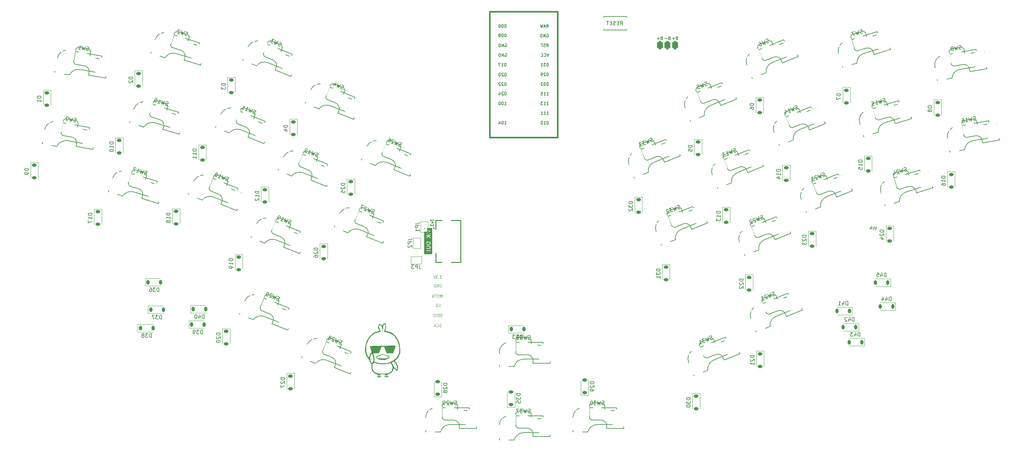
<source format=gbr>
%TF.GenerationSoftware,KiCad,Pcbnew,7.0.2*%
%TF.CreationDate,2024-07-27T16:15:35+02:00*%
%TF.ProjectId,Ghazal,4768617a-616c-42e6-9b69-6361645f7063,rev?*%
%TF.SameCoordinates,Original*%
%TF.FileFunction,Legend,Bot*%
%TF.FilePolarity,Positive*%
%FSLAX46Y46*%
G04 Gerber Fmt 4.6, Leading zero omitted, Abs format (unit mm)*
G04 Created by KiCad (PCBNEW 7.0.2) date 2024-07-27 16:15:35*
%MOMM*%
%LPD*%
G01*
G04 APERTURE LIST*
G04 Aperture macros list*
%AMRoundRect*
0 Rectangle with rounded corners*
0 $1 Rounding radius*
0 $2 $3 $4 $5 $6 $7 $8 $9 X,Y pos of 4 corners*
0 Add a 4 corners polygon primitive as box body*
4,1,4,$2,$3,$4,$5,$6,$7,$8,$9,$2,$3,0*
0 Add four circle primitives for the rounded corners*
1,1,$1+$1,$2,$3*
1,1,$1+$1,$4,$5*
1,1,$1+$1,$6,$7*
1,1,$1+$1,$8,$9*
0 Add four rect primitives between the rounded corners*
20,1,$1+$1,$2,$3,$4,$5,0*
20,1,$1+$1,$4,$5,$6,$7,0*
20,1,$1+$1,$6,$7,$8,$9,0*
20,1,$1+$1,$8,$9,$2,$3,0*%
%AMHorizOval*
0 Thick line with rounded ends*
0 $1 width*
0 $2 $3 position (X,Y) of the first rounded end (center of the circle)*
0 $4 $5 position (X,Y) of the second rounded end (center of the circle)*
0 Add line between two ends*
20,1,$1,$2,$3,$4,$5,0*
0 Add two circle primitives to create the rounded ends*
1,1,$1,$2,$3*
1,1,$1,$4,$5*%
%AMRotRect*
0 Rectangle, with rotation*
0 The origin of the aperture is its center*
0 $1 length*
0 $2 width*
0 $3 Rotation angle, in degrees counterclockwise*
0 Add horizontal line*
21,1,$1,$2,0,0,$3*%
%AMFreePoly0*
4,1,6,1.000000,0.000000,0.500000,-0.750000,-0.500000,-0.750000,-0.500000,0.750000,0.500000,0.750000,1.000000,0.000000,1.000000,0.000000,$1*%
%AMFreePoly1*
4,1,6,0.500000,-0.750000,-0.650000,-0.750000,-0.150000,0.000000,-0.650000,0.750000,0.500000,0.750000,0.500000,-0.750000,0.500000,-0.750000,$1*%
G04 Aperture macros list end*
%ADD10C,0.100000*%
%ADD11C,0.150000*%
%ADD12C,0.381000*%
%ADD13C,0.120000*%
%ADD14C,0.254000*%
%ADD15C,1.752600*%
%ADD16RoundRect,0.375000X0.375000X0.750000X-0.375000X0.750000X-0.375000X-0.750000X0.375000X-0.750000X0*%
%ADD17HorizOval,1.701800X0.492404X-0.086824X-0.492404X0.086824X0*%
%ADD18C,3.000000*%
%ADD19C,3.987800*%
%ADD20RotRect,2.550000X2.500000X350.000000*%
%ADD21RotRect,2.600000X2.600000X350.000000*%
%ADD22RoundRect,0.062500X0.322530X0.302137X-0.394228X-0.199743X-0.322530X-0.302137X0.394228X0.199743X0*%
%ADD23RotRect,4.000000X0.250000X260.000000*%
%ADD24RotRect,3.000000X0.250000X170.000000*%
%ADD25HorizOval,1.701800X0.463592X0.187303X-0.463592X-0.187303X0*%
%ADD26RotRect,2.550000X2.500000X22.000000*%
%ADD27RotRect,2.600000X2.600000X22.000000*%
%ADD28RoundRect,0.062500X0.113413X0.427142X-0.228476X-0.378300X-0.113413X-0.427142X0.228476X0.378300X0*%
%ADD29RotRect,4.000000X0.250000X292.000000*%
%ADD30RotRect,3.000000X0.250000X202.000000*%
%ADD31C,4.500000*%
%ADD32C,1.800000*%
%ADD33C,1.600000*%
%ADD34HorizOval,1.701800X0.463592X-0.187303X-0.463592X0.187303X0*%
%ADD35RotRect,2.550000X2.500000X338.000000*%
%ADD36RotRect,2.600000X2.600000X338.000000*%
%ADD37RoundRect,0.062500X0.378300X0.228476X-0.427142X-0.113413X-0.378300X-0.228476X0.427142X0.113413X0*%
%ADD38RotRect,4.000000X0.250000X248.000000*%
%ADD39RotRect,3.000000X0.250000X158.000000*%
%ADD40O,2.701800X1.701800*%
%ADD41R,2.550000X2.500000*%
%ADD42R,2.600000X2.600000*%
%ADD43RoundRect,0.062500X0.265165X0.353553X-0.353553X-0.265165X-0.265165X-0.353553X0.353553X0.265165X0*%
%ADD44R,0.250000X4.000000*%
%ADD45R,3.000000X0.250000*%
%ADD46O,2.200000X3.500000*%
%ADD47R,1.500000X2.500000*%
%ADD48O,1.500000X2.500000*%
%ADD49HorizOval,1.701800X0.492404X0.086824X-0.492404X-0.086824X0*%
%ADD50RotRect,2.550000X2.500000X10.000000*%
%ADD51RotRect,2.600000X2.600000X10.000000*%
%ADD52RoundRect,0.062500X0.199743X0.394228X-0.302137X-0.322530X-0.199743X-0.394228X0.302137X0.322530X0*%
%ADD53RotRect,4.000000X0.250000X280.000000*%
%ADD54RotRect,3.000000X0.250000X190.000000*%
%ADD55HorizOval,1.701800X0.478152X-0.146186X-0.478152X0.146186X0*%
%ADD56RotRect,2.550000X2.500000X343.000000*%
%ADD57RotRect,2.600000X2.600000X343.000000*%
%ADD58RoundRect,0.062500X0.356948X0.260578X-0.415632X-0.150210X-0.356948X-0.260578X0.415632X0.150210X0*%
%ADD59RotRect,4.000000X0.250000X253.000000*%
%ADD60RotRect,3.000000X0.250000X163.000000*%
%ADD61C,2.000000*%
%ADD62HorizOval,1.701800X0.478152X0.146186X-0.478152X-0.146186X0*%
%ADD63RotRect,2.550000X2.500000X17.000000*%
%ADD64RotRect,2.600000X2.600000X17.000000*%
%ADD65RoundRect,0.062500X0.150210X0.415632X-0.260578X-0.356948X-0.150210X-0.415632X0.260578X0.356948X0*%
%ADD66RotRect,4.000000X0.250000X287.000000*%
%ADD67RotRect,3.000000X0.250000X197.000000*%
%ADD68R,1.700000X1.700000*%
%ADD69O,1.700000X1.700000*%
%ADD70RoundRect,0.225000X-0.375000X0.225000X-0.375000X-0.225000X0.375000X-0.225000X0.375000X0.225000X0*%
%ADD71RoundRect,0.225000X-0.225000X-0.375000X0.225000X-0.375000X0.225000X0.375000X-0.225000X0.375000X0*%
%ADD72FreePoly0,270.000000*%
%ADD73FreePoly1,270.000000*%
%ADD74RoundRect,0.225000X0.375000X-0.225000X0.375000X0.225000X-0.375000X0.225000X-0.375000X-0.225000X0*%
%ADD75RoundRect,0.225000X0.225000X0.375000X-0.225000X0.375000X-0.225000X-0.375000X0.225000X-0.375000X0*%
%ADD76FreePoly0,0.000000*%
%ADD77FreePoly1,0.000000*%
%ADD78R,1.250000X0.280000*%
%ADD79R,2.000000X1.800000*%
G04 APERTURE END LIST*
D10*
X129555143Y-101586964D02*
X129090857Y-101586964D01*
X129090857Y-101586964D02*
X129340857Y-101872678D01*
X129340857Y-101872678D02*
X129233714Y-101872678D01*
X129233714Y-101872678D02*
X129162286Y-101908392D01*
X129162286Y-101908392D02*
X129126571Y-101944107D01*
X129126571Y-101944107D02*
X129090857Y-102015535D01*
X129090857Y-102015535D02*
X129090857Y-102194107D01*
X129090857Y-102194107D02*
X129126571Y-102265535D01*
X129126571Y-102265535D02*
X129162286Y-102301250D01*
X129162286Y-102301250D02*
X129233714Y-102336964D01*
X129233714Y-102336964D02*
X129448000Y-102336964D01*
X129448000Y-102336964D02*
X129519428Y-102301250D01*
X129519428Y-102301250D02*
X129555143Y-102265535D01*
X128769428Y-102265535D02*
X128733714Y-102301250D01*
X128733714Y-102301250D02*
X128769428Y-102336964D01*
X128769428Y-102336964D02*
X128805142Y-102301250D01*
X128805142Y-102301250D02*
X128769428Y-102265535D01*
X128769428Y-102265535D02*
X128769428Y-102336964D01*
X128483714Y-101586964D02*
X128019428Y-101586964D01*
X128019428Y-101586964D02*
X128269428Y-101872678D01*
X128269428Y-101872678D02*
X128162285Y-101872678D01*
X128162285Y-101872678D02*
X128090857Y-101908392D01*
X128090857Y-101908392D02*
X128055142Y-101944107D01*
X128055142Y-101944107D02*
X128019428Y-102015535D01*
X128019428Y-102015535D02*
X128019428Y-102194107D01*
X128019428Y-102194107D02*
X128055142Y-102265535D01*
X128055142Y-102265535D02*
X128090857Y-102301250D01*
X128090857Y-102301250D02*
X128162285Y-102336964D01*
X128162285Y-102336964D02*
X128376571Y-102336964D01*
X128376571Y-102336964D02*
X128447999Y-102301250D01*
X128447999Y-102301250D02*
X128483714Y-102265535D01*
X127805142Y-101586964D02*
X127555142Y-102336964D01*
X127555142Y-102336964D02*
X127305142Y-101586964D01*
X129412285Y-115001250D02*
X129305143Y-115036964D01*
X129305143Y-115036964D02*
X129126571Y-115036964D01*
X129126571Y-115036964D02*
X129055143Y-115001250D01*
X129055143Y-115001250D02*
X129019428Y-114965535D01*
X129019428Y-114965535D02*
X128983714Y-114894107D01*
X128983714Y-114894107D02*
X128983714Y-114822678D01*
X128983714Y-114822678D02*
X129019428Y-114751250D01*
X129019428Y-114751250D02*
X129055143Y-114715535D01*
X129055143Y-114715535D02*
X129126571Y-114679821D01*
X129126571Y-114679821D02*
X129269428Y-114644107D01*
X129269428Y-114644107D02*
X129340857Y-114608392D01*
X129340857Y-114608392D02*
X129376571Y-114572678D01*
X129376571Y-114572678D02*
X129412285Y-114501250D01*
X129412285Y-114501250D02*
X129412285Y-114429821D01*
X129412285Y-114429821D02*
X129376571Y-114358392D01*
X129376571Y-114358392D02*
X129340857Y-114322678D01*
X129340857Y-114322678D02*
X129269428Y-114286964D01*
X129269428Y-114286964D02*
X129090857Y-114286964D01*
X129090857Y-114286964D02*
X128983714Y-114322678D01*
X128233714Y-114965535D02*
X128269428Y-115001250D01*
X128269428Y-115001250D02*
X128376571Y-115036964D01*
X128376571Y-115036964D02*
X128447999Y-115036964D01*
X128447999Y-115036964D02*
X128555142Y-115001250D01*
X128555142Y-115001250D02*
X128626571Y-114929821D01*
X128626571Y-114929821D02*
X128662285Y-114858392D01*
X128662285Y-114858392D02*
X128697999Y-114715535D01*
X128697999Y-114715535D02*
X128697999Y-114608392D01*
X128697999Y-114608392D02*
X128662285Y-114465535D01*
X128662285Y-114465535D02*
X128626571Y-114394107D01*
X128626571Y-114394107D02*
X128555142Y-114322678D01*
X128555142Y-114322678D02*
X128447999Y-114286964D01*
X128447999Y-114286964D02*
X128376571Y-114286964D01*
X128376571Y-114286964D02*
X128269428Y-114322678D01*
X128269428Y-114322678D02*
X128233714Y-114358392D01*
X127912285Y-115036964D02*
X127912285Y-114286964D01*
X127483714Y-115036964D02*
X127805142Y-114608392D01*
X127483714Y-114286964D02*
X127912285Y-114715535D01*
X129119428Y-103872678D02*
X129190857Y-103836964D01*
X129190857Y-103836964D02*
X129297999Y-103836964D01*
X129297999Y-103836964D02*
X129405142Y-103872678D01*
X129405142Y-103872678D02*
X129476571Y-103944107D01*
X129476571Y-103944107D02*
X129512285Y-104015535D01*
X129512285Y-104015535D02*
X129547999Y-104158392D01*
X129547999Y-104158392D02*
X129547999Y-104265535D01*
X129547999Y-104265535D02*
X129512285Y-104408392D01*
X129512285Y-104408392D02*
X129476571Y-104479821D01*
X129476571Y-104479821D02*
X129405142Y-104551250D01*
X129405142Y-104551250D02*
X129297999Y-104586964D01*
X129297999Y-104586964D02*
X129226571Y-104586964D01*
X129226571Y-104586964D02*
X129119428Y-104551250D01*
X129119428Y-104551250D02*
X129083714Y-104515535D01*
X129083714Y-104515535D02*
X129083714Y-104265535D01*
X129083714Y-104265535D02*
X129226571Y-104265535D01*
X128762285Y-104586964D02*
X128762285Y-103836964D01*
X128762285Y-103836964D02*
X128333714Y-104586964D01*
X128333714Y-104586964D02*
X128333714Y-103836964D01*
X127976571Y-104586964D02*
X127976571Y-103836964D01*
X127976571Y-103836964D02*
X127798000Y-103836964D01*
X127798000Y-103836964D02*
X127690857Y-103872678D01*
X127690857Y-103872678D02*
X127619428Y-103944107D01*
X127619428Y-103944107D02*
X127583714Y-104015535D01*
X127583714Y-104015535D02*
X127548000Y-104158392D01*
X127548000Y-104158392D02*
X127548000Y-104265535D01*
X127548000Y-104265535D02*
X127583714Y-104408392D01*
X127583714Y-104408392D02*
X127619428Y-104479821D01*
X127619428Y-104479821D02*
X127690857Y-104551250D01*
X127690857Y-104551250D02*
X127798000Y-104586964D01*
X127798000Y-104586964D02*
X127976571Y-104586964D01*
X129269428Y-109751250D02*
X129162286Y-109786964D01*
X129162286Y-109786964D02*
X128983714Y-109786964D01*
X128983714Y-109786964D02*
X128912286Y-109751250D01*
X128912286Y-109751250D02*
X128876571Y-109715535D01*
X128876571Y-109715535D02*
X128840857Y-109644107D01*
X128840857Y-109644107D02*
X128840857Y-109572678D01*
X128840857Y-109572678D02*
X128876571Y-109501250D01*
X128876571Y-109501250D02*
X128912286Y-109465535D01*
X128912286Y-109465535D02*
X128983714Y-109429821D01*
X128983714Y-109429821D02*
X129126571Y-109394107D01*
X129126571Y-109394107D02*
X129198000Y-109358392D01*
X129198000Y-109358392D02*
X129233714Y-109322678D01*
X129233714Y-109322678D02*
X129269428Y-109251250D01*
X129269428Y-109251250D02*
X129269428Y-109179821D01*
X129269428Y-109179821D02*
X129233714Y-109108392D01*
X129233714Y-109108392D02*
X129198000Y-109072678D01*
X129198000Y-109072678D02*
X129126571Y-109036964D01*
X129126571Y-109036964D02*
X128948000Y-109036964D01*
X128948000Y-109036964D02*
X128840857Y-109072678D01*
X128555142Y-109751250D02*
X128448000Y-109786964D01*
X128448000Y-109786964D02*
X128269428Y-109786964D01*
X128269428Y-109786964D02*
X128198000Y-109751250D01*
X128198000Y-109751250D02*
X128162285Y-109715535D01*
X128162285Y-109715535D02*
X128126571Y-109644107D01*
X128126571Y-109644107D02*
X128126571Y-109572678D01*
X128126571Y-109572678D02*
X128162285Y-109501250D01*
X128162285Y-109501250D02*
X128198000Y-109465535D01*
X128198000Y-109465535D02*
X128269428Y-109429821D01*
X128269428Y-109429821D02*
X128412285Y-109394107D01*
X128412285Y-109394107D02*
X128483714Y-109358392D01*
X128483714Y-109358392D02*
X128519428Y-109322678D01*
X128519428Y-109322678D02*
X128555142Y-109251250D01*
X128555142Y-109251250D02*
X128555142Y-109179821D01*
X128555142Y-109179821D02*
X128519428Y-109108392D01*
X128519428Y-109108392D02*
X128483714Y-109072678D01*
X128483714Y-109072678D02*
X128412285Y-109036964D01*
X128412285Y-109036964D02*
X128233714Y-109036964D01*
X128233714Y-109036964D02*
X128126571Y-109072678D01*
X129658713Y-112351250D02*
X129551571Y-112386964D01*
X129551571Y-112386964D02*
X129372999Y-112386964D01*
X129372999Y-112386964D02*
X129301571Y-112351250D01*
X129301571Y-112351250D02*
X129265856Y-112315535D01*
X129265856Y-112315535D02*
X129230142Y-112244107D01*
X129230142Y-112244107D02*
X129230142Y-112172678D01*
X129230142Y-112172678D02*
X129265856Y-112101250D01*
X129265856Y-112101250D02*
X129301571Y-112065535D01*
X129301571Y-112065535D02*
X129372999Y-112029821D01*
X129372999Y-112029821D02*
X129515856Y-111994107D01*
X129515856Y-111994107D02*
X129587285Y-111958392D01*
X129587285Y-111958392D02*
X129622999Y-111922678D01*
X129622999Y-111922678D02*
X129658713Y-111851250D01*
X129658713Y-111851250D02*
X129658713Y-111779821D01*
X129658713Y-111779821D02*
X129622999Y-111708392D01*
X129622999Y-111708392D02*
X129587285Y-111672678D01*
X129587285Y-111672678D02*
X129515856Y-111636964D01*
X129515856Y-111636964D02*
X129337285Y-111636964D01*
X129337285Y-111636964D02*
X129230142Y-111672678D01*
X128908713Y-112386964D02*
X128908713Y-111636964D01*
X128908713Y-111636964D02*
X128730142Y-111636964D01*
X128730142Y-111636964D02*
X128622999Y-111672678D01*
X128622999Y-111672678D02*
X128551570Y-111744107D01*
X128551570Y-111744107D02*
X128515856Y-111815535D01*
X128515856Y-111815535D02*
X128480142Y-111958392D01*
X128480142Y-111958392D02*
X128480142Y-112065535D01*
X128480142Y-112065535D02*
X128515856Y-112208392D01*
X128515856Y-112208392D02*
X128551570Y-112279821D01*
X128551570Y-112279821D02*
X128622999Y-112351250D01*
X128622999Y-112351250D02*
X128730142Y-112386964D01*
X128730142Y-112386964D02*
X128908713Y-112386964D01*
X128158713Y-112386964D02*
X128158713Y-111636964D01*
X127658713Y-111636964D02*
X127515856Y-111636964D01*
X127515856Y-111636964D02*
X127444427Y-111672678D01*
X127444427Y-111672678D02*
X127372999Y-111744107D01*
X127372999Y-111744107D02*
X127337284Y-111886964D01*
X127337284Y-111886964D02*
X127337284Y-112136964D01*
X127337284Y-112136964D02*
X127372999Y-112279821D01*
X127372999Y-112279821D02*
X127444427Y-112351250D01*
X127444427Y-112351250D02*
X127515856Y-112386964D01*
X127515856Y-112386964D02*
X127658713Y-112386964D01*
X127658713Y-112386964D02*
X127730142Y-112351250D01*
X127730142Y-112351250D02*
X127801570Y-112279821D01*
X127801570Y-112279821D02*
X127837284Y-112136964D01*
X127837284Y-112136964D02*
X127837284Y-111886964D01*
X127837284Y-111886964D02*
X127801570Y-111744107D01*
X127801570Y-111744107D02*
X127730142Y-111672678D01*
X127730142Y-111672678D02*
X127658713Y-111636964D01*
X129719428Y-107286964D02*
X129719428Y-106536964D01*
X129719428Y-106536964D02*
X129469428Y-107072678D01*
X129469428Y-107072678D02*
X129219428Y-106536964D01*
X129219428Y-106536964D02*
X129219428Y-107286964D01*
X128719428Y-106536964D02*
X128576571Y-106536964D01*
X128576571Y-106536964D02*
X128505142Y-106572678D01*
X128505142Y-106572678D02*
X128433714Y-106644107D01*
X128433714Y-106644107D02*
X128397999Y-106786964D01*
X128397999Y-106786964D02*
X128397999Y-107036964D01*
X128397999Y-107036964D02*
X128433714Y-107179821D01*
X128433714Y-107179821D02*
X128505142Y-107251250D01*
X128505142Y-107251250D02*
X128576571Y-107286964D01*
X128576571Y-107286964D02*
X128719428Y-107286964D01*
X128719428Y-107286964D02*
X128790857Y-107251250D01*
X128790857Y-107251250D02*
X128862285Y-107179821D01*
X128862285Y-107179821D02*
X128897999Y-107036964D01*
X128897999Y-107036964D02*
X128897999Y-106786964D01*
X128897999Y-106786964D02*
X128862285Y-106644107D01*
X128862285Y-106644107D02*
X128790857Y-106572678D01*
X128790857Y-106572678D02*
X128719428Y-106536964D01*
X128183714Y-106536964D02*
X127755143Y-106536964D01*
X127969428Y-107286964D02*
X127969428Y-106536964D01*
X127505142Y-107286964D02*
X127505142Y-106536964D01*
X127505142Y-106536964D02*
X127076571Y-107286964D01*
X127076571Y-107286964D02*
X127076571Y-106536964D01*
D11*
%TO.C,SW9*%
X33678961Y-61268793D02*
X33530005Y-61290881D01*
X33530005Y-61290881D02*
X33295527Y-61249536D01*
X33295527Y-61249536D02*
X33210005Y-61186103D01*
X33210005Y-61186103D02*
X33171378Y-61130938D01*
X33171378Y-61130938D02*
X33141021Y-61028878D01*
X33141021Y-61028878D02*
X33157559Y-60935087D01*
X33157559Y-60935087D02*
X33220992Y-60849565D01*
X33220992Y-60849565D02*
X33276157Y-60810938D01*
X33276157Y-60810938D02*
X33378217Y-60780580D01*
X33378217Y-60780580D02*
X33574068Y-60766761D01*
X33574068Y-60766761D02*
X33676128Y-60736403D01*
X33676128Y-60736403D02*
X33731293Y-60697776D01*
X33731293Y-60697776D02*
X33794726Y-60612254D01*
X33794726Y-60612254D02*
X33811264Y-60518463D01*
X33811264Y-60518463D02*
X33780907Y-60416403D01*
X33780907Y-60416403D02*
X33742280Y-60361238D01*
X33742280Y-60361238D02*
X33656758Y-60297805D01*
X33656758Y-60297805D02*
X33422280Y-60256460D01*
X33422280Y-60256460D02*
X33273324Y-60278548D01*
X32953324Y-60173770D02*
X32545197Y-61117233D01*
X32545197Y-61117233D02*
X32481649Y-60380723D01*
X32481649Y-60380723D02*
X32170033Y-61051081D01*
X32170033Y-61051081D02*
X32109203Y-60024929D01*
X31513494Y-60935316D02*
X31325912Y-60902240D01*
X31325912Y-60902240D02*
X31240390Y-60838807D01*
X31240390Y-60838807D02*
X31201763Y-60783642D01*
X31201763Y-60783642D02*
X31132779Y-60626417D01*
X31132779Y-60626417D02*
X31118959Y-60430566D01*
X31118959Y-60430566D02*
X31185110Y-60055401D01*
X31185110Y-60055401D02*
X31248544Y-59969879D01*
X31248544Y-59969879D02*
X31303709Y-59931252D01*
X31303709Y-59931252D02*
X31405769Y-59900894D01*
X31405769Y-59900894D02*
X31593351Y-59933970D01*
X31593351Y-59933970D02*
X31678873Y-59997404D01*
X31678873Y-59997404D02*
X31717500Y-60052568D01*
X31717500Y-60052568D02*
X31747858Y-60154629D01*
X31747858Y-60154629D02*
X31706513Y-60389107D01*
X31706513Y-60389107D02*
X31643079Y-60474629D01*
X31643079Y-60474629D02*
X31587915Y-60513255D01*
X31587915Y-60513255D02*
X31485855Y-60543613D01*
X31485855Y-60543613D02*
X31298272Y-60510537D01*
X31298272Y-60510537D02*
X31212750Y-60447104D01*
X31212750Y-60447104D02*
X31174123Y-60391939D01*
X31174123Y-60391939D02*
X31143766Y-60289879D01*
%TO.C,SW21*%
X216922176Y-106707846D02*
X216807560Y-106805513D01*
X216807560Y-106805513D02*
X216586802Y-106894705D01*
X216586802Y-106894705D02*
X216480660Y-106886230D01*
X216480660Y-106886230D02*
X216418670Y-106859917D01*
X216418670Y-106859917D02*
X216338842Y-106789452D01*
X216338842Y-106789452D02*
X216303165Y-106701149D01*
X216303165Y-106701149D02*
X216311640Y-106595007D01*
X216311640Y-106595007D02*
X216337953Y-106533017D01*
X216337953Y-106533017D02*
X216408418Y-106453189D01*
X216408418Y-106453189D02*
X216567186Y-106337684D01*
X216567186Y-106337684D02*
X216637651Y-106257855D01*
X216637651Y-106257855D02*
X216663964Y-106195865D01*
X216663964Y-106195865D02*
X216672439Y-106089724D01*
X216672439Y-106089724D02*
X216636762Y-106001420D01*
X216636762Y-106001420D02*
X216556934Y-105930956D01*
X216556934Y-105930956D02*
X216494943Y-105904642D01*
X216494943Y-105904642D02*
X216388802Y-105896168D01*
X216388802Y-105896168D02*
X216168044Y-105985360D01*
X216168044Y-105985360D02*
X216053427Y-106083027D01*
X215726528Y-106163744D02*
X215880376Y-107180120D01*
X215880376Y-107180120D02*
X215436194Y-106589199D01*
X215436194Y-106589199D02*
X215527163Y-107322827D01*
X215527163Y-107322827D02*
X214931799Y-106484835D01*
X214658414Y-106698007D02*
X214596424Y-106671694D01*
X214596424Y-106671694D02*
X214490283Y-106663219D01*
X214490283Y-106663219D02*
X214269525Y-106752411D01*
X214269525Y-106752411D02*
X214199060Y-106832240D01*
X214199060Y-106832240D02*
X214172747Y-106894230D01*
X214172747Y-106894230D02*
X214164272Y-107000371D01*
X214164272Y-107000371D02*
X214199949Y-107088675D01*
X214199949Y-107088675D02*
X214297615Y-107203291D01*
X214297615Y-107203291D02*
X215041496Y-107519049D01*
X215041496Y-107519049D02*
X214467525Y-107750949D01*
X213584492Y-108107717D02*
X214114312Y-107893656D01*
X213849402Y-108000686D02*
X213474796Y-107073503D01*
X213474796Y-107073503D02*
X213616614Y-107170281D01*
X213616614Y-107170281D02*
X213740594Y-107222907D01*
X213740594Y-107222907D02*
X213846736Y-107231382D01*
%TO.C,U1*%
X146285809Y-45800095D02*
X146209619Y-45800095D01*
X146209619Y-45800095D02*
X146133428Y-45838190D01*
X146133428Y-45838190D02*
X146095333Y-45876285D01*
X146095333Y-45876285D02*
X146057238Y-45952476D01*
X146057238Y-45952476D02*
X146019143Y-46104857D01*
X146019143Y-46104857D02*
X146019143Y-46295333D01*
X146019143Y-46295333D02*
X146057238Y-46447714D01*
X146057238Y-46447714D02*
X146095333Y-46523904D01*
X146095333Y-46523904D02*
X146133428Y-46562000D01*
X146133428Y-46562000D02*
X146209619Y-46600095D01*
X146209619Y-46600095D02*
X146285809Y-46600095D01*
X146285809Y-46600095D02*
X146362000Y-46562000D01*
X146362000Y-46562000D02*
X146400095Y-46523904D01*
X146400095Y-46523904D02*
X146438190Y-46447714D01*
X146438190Y-46447714D02*
X146476286Y-46295333D01*
X146476286Y-46295333D02*
X146476286Y-46104857D01*
X146476286Y-46104857D02*
X146438190Y-45952476D01*
X146438190Y-45952476D02*
X146400095Y-45876285D01*
X146400095Y-45876285D02*
X146362000Y-45838190D01*
X146362000Y-45838190D02*
X146285809Y-45800095D01*
X145257238Y-46600095D02*
X145714381Y-46600095D01*
X145485809Y-46600095D02*
X145485809Y-45800095D01*
X145485809Y-45800095D02*
X145562000Y-45914380D01*
X145562000Y-45914380D02*
X145638190Y-45990571D01*
X145638190Y-45990571D02*
X145714381Y-46028666D01*
X144990571Y-45800095D02*
X144457237Y-45800095D01*
X144457237Y-45800095D02*
X144800095Y-46600095D01*
X146171523Y-43298190D02*
X146247713Y-43260095D01*
X146247713Y-43260095D02*
X146361999Y-43260095D01*
X146361999Y-43260095D02*
X146476285Y-43298190D01*
X146476285Y-43298190D02*
X146552475Y-43374380D01*
X146552475Y-43374380D02*
X146590570Y-43450571D01*
X146590570Y-43450571D02*
X146628666Y-43602952D01*
X146628666Y-43602952D02*
X146628666Y-43717238D01*
X146628666Y-43717238D02*
X146590570Y-43869619D01*
X146590570Y-43869619D02*
X146552475Y-43945809D01*
X146552475Y-43945809D02*
X146476285Y-44022000D01*
X146476285Y-44022000D02*
X146361999Y-44060095D01*
X146361999Y-44060095D02*
X146285808Y-44060095D01*
X146285808Y-44060095D02*
X146171523Y-44022000D01*
X146171523Y-44022000D02*
X146133427Y-43983904D01*
X146133427Y-43983904D02*
X146133427Y-43717238D01*
X146133427Y-43717238D02*
X146285808Y-43717238D01*
X145790570Y-44060095D02*
X145790570Y-43260095D01*
X145790570Y-43260095D02*
X145333427Y-44060095D01*
X145333427Y-44060095D02*
X145333427Y-43260095D01*
X144952475Y-44060095D02*
X144952475Y-43260095D01*
X144952475Y-43260095D02*
X144761999Y-43260095D01*
X144761999Y-43260095D02*
X144647713Y-43298190D01*
X144647713Y-43298190D02*
X144571523Y-43374380D01*
X144571523Y-43374380D02*
X144533428Y-43450571D01*
X144533428Y-43450571D02*
X144495332Y-43602952D01*
X144495332Y-43602952D02*
X144495332Y-43717238D01*
X144495332Y-43717238D02*
X144533428Y-43869619D01*
X144533428Y-43869619D02*
X144571523Y-43945809D01*
X144571523Y-43945809D02*
X144647713Y-44022000D01*
X144647713Y-44022000D02*
X144761999Y-44060095D01*
X144761999Y-44060095D02*
X144952475Y-44060095D01*
X146019143Y-61840095D02*
X146476286Y-61840095D01*
X146247714Y-61840095D02*
X146247714Y-61040095D01*
X146247714Y-61040095D02*
X146323905Y-61154380D01*
X146323905Y-61154380D02*
X146400095Y-61230571D01*
X146400095Y-61230571D02*
X146476286Y-61268666D01*
X145523904Y-61040095D02*
X145447714Y-61040095D01*
X145447714Y-61040095D02*
X145371523Y-61078190D01*
X145371523Y-61078190D02*
X145333428Y-61116285D01*
X145333428Y-61116285D02*
X145295333Y-61192476D01*
X145295333Y-61192476D02*
X145257238Y-61344857D01*
X145257238Y-61344857D02*
X145257238Y-61535333D01*
X145257238Y-61535333D02*
X145295333Y-61687714D01*
X145295333Y-61687714D02*
X145333428Y-61763904D01*
X145333428Y-61763904D02*
X145371523Y-61802000D01*
X145371523Y-61802000D02*
X145447714Y-61840095D01*
X145447714Y-61840095D02*
X145523904Y-61840095D01*
X145523904Y-61840095D02*
X145600095Y-61802000D01*
X145600095Y-61802000D02*
X145638190Y-61763904D01*
X145638190Y-61763904D02*
X145676285Y-61687714D01*
X145676285Y-61687714D02*
X145714381Y-61535333D01*
X145714381Y-61535333D02*
X145714381Y-61344857D01*
X145714381Y-61344857D02*
X145676285Y-61192476D01*
X145676285Y-61192476D02*
X145638190Y-61116285D01*
X145638190Y-61116285D02*
X145600095Y-61078190D01*
X145600095Y-61078190D02*
X145523904Y-61040095D01*
X144571523Y-61306761D02*
X144571523Y-61840095D01*
X144761999Y-61002000D02*
X144952476Y-61573428D01*
X144952476Y-61573428D02*
X144457237Y-61573428D01*
X146285809Y-53410095D02*
X146209619Y-53410095D01*
X146209619Y-53410095D02*
X146133428Y-53448190D01*
X146133428Y-53448190D02*
X146095333Y-53486285D01*
X146095333Y-53486285D02*
X146057238Y-53562476D01*
X146057238Y-53562476D02*
X146019143Y-53714857D01*
X146019143Y-53714857D02*
X146019143Y-53905333D01*
X146019143Y-53905333D02*
X146057238Y-54057714D01*
X146057238Y-54057714D02*
X146095333Y-54133904D01*
X146095333Y-54133904D02*
X146133428Y-54172000D01*
X146133428Y-54172000D02*
X146209619Y-54210095D01*
X146209619Y-54210095D02*
X146285809Y-54210095D01*
X146285809Y-54210095D02*
X146362000Y-54172000D01*
X146362000Y-54172000D02*
X146400095Y-54133904D01*
X146400095Y-54133904D02*
X146438190Y-54057714D01*
X146438190Y-54057714D02*
X146476286Y-53905333D01*
X146476286Y-53905333D02*
X146476286Y-53714857D01*
X146476286Y-53714857D02*
X146438190Y-53562476D01*
X146438190Y-53562476D02*
X146400095Y-53486285D01*
X146400095Y-53486285D02*
X146362000Y-53448190D01*
X146362000Y-53448190D02*
X146285809Y-53410095D01*
X145714381Y-53486285D02*
X145676285Y-53448190D01*
X145676285Y-53448190D02*
X145600095Y-53410095D01*
X145600095Y-53410095D02*
X145409619Y-53410095D01*
X145409619Y-53410095D02*
X145333428Y-53448190D01*
X145333428Y-53448190D02*
X145295333Y-53486285D01*
X145295333Y-53486285D02*
X145257238Y-53562476D01*
X145257238Y-53562476D02*
X145257238Y-53638666D01*
X145257238Y-53638666D02*
X145295333Y-53752952D01*
X145295333Y-53752952D02*
X145752476Y-54210095D01*
X145752476Y-54210095D02*
X145257238Y-54210095D01*
X144571523Y-53676761D02*
X144571523Y-54210095D01*
X144761999Y-53372000D02*
X144952476Y-53943428D01*
X144952476Y-53943428D02*
X144457237Y-53943428D01*
X157093524Y-59300095D02*
X157550667Y-59300095D01*
X157322095Y-59300095D02*
X157322095Y-58500095D01*
X157322095Y-58500095D02*
X157398286Y-58614380D01*
X157398286Y-58614380D02*
X157474476Y-58690571D01*
X157474476Y-58690571D02*
X157550667Y-58728666D01*
X156331619Y-59300095D02*
X156788762Y-59300095D01*
X156560190Y-59300095D02*
X156560190Y-58500095D01*
X156560190Y-58500095D02*
X156636381Y-58614380D01*
X156636381Y-58614380D02*
X156712571Y-58690571D01*
X156712571Y-58690571D02*
X156788762Y-58728666D01*
X155569714Y-59300095D02*
X156026857Y-59300095D01*
X155798285Y-59300095D02*
X155798285Y-58500095D01*
X155798285Y-58500095D02*
X155874476Y-58614380D01*
X155874476Y-58614380D02*
X155950666Y-58690571D01*
X155950666Y-58690571D02*
X156026857Y-58728666D01*
X146285809Y-35640095D02*
X146209619Y-35640095D01*
X146209619Y-35640095D02*
X146133428Y-35678190D01*
X146133428Y-35678190D02*
X146095333Y-35716285D01*
X146095333Y-35716285D02*
X146057238Y-35792476D01*
X146057238Y-35792476D02*
X146019143Y-35944857D01*
X146019143Y-35944857D02*
X146019143Y-36135333D01*
X146019143Y-36135333D02*
X146057238Y-36287714D01*
X146057238Y-36287714D02*
X146095333Y-36363904D01*
X146095333Y-36363904D02*
X146133428Y-36402000D01*
X146133428Y-36402000D02*
X146209619Y-36440095D01*
X146209619Y-36440095D02*
X146285809Y-36440095D01*
X146285809Y-36440095D02*
X146362000Y-36402000D01*
X146362000Y-36402000D02*
X146400095Y-36363904D01*
X146400095Y-36363904D02*
X146438190Y-36287714D01*
X146438190Y-36287714D02*
X146476286Y-36135333D01*
X146476286Y-36135333D02*
X146476286Y-35944857D01*
X146476286Y-35944857D02*
X146438190Y-35792476D01*
X146438190Y-35792476D02*
X146400095Y-35716285D01*
X146400095Y-35716285D02*
X146362000Y-35678190D01*
X146362000Y-35678190D02*
X146285809Y-35640095D01*
X145523904Y-35640095D02*
X145447714Y-35640095D01*
X145447714Y-35640095D02*
X145371523Y-35678190D01*
X145371523Y-35678190D02*
X145333428Y-35716285D01*
X145333428Y-35716285D02*
X145295333Y-35792476D01*
X145295333Y-35792476D02*
X145257238Y-35944857D01*
X145257238Y-35944857D02*
X145257238Y-36135333D01*
X145257238Y-36135333D02*
X145295333Y-36287714D01*
X145295333Y-36287714D02*
X145333428Y-36363904D01*
X145333428Y-36363904D02*
X145371523Y-36402000D01*
X145371523Y-36402000D02*
X145447714Y-36440095D01*
X145447714Y-36440095D02*
X145523904Y-36440095D01*
X145523904Y-36440095D02*
X145600095Y-36402000D01*
X145600095Y-36402000D02*
X145638190Y-36363904D01*
X145638190Y-36363904D02*
X145676285Y-36287714D01*
X145676285Y-36287714D02*
X145714381Y-36135333D01*
X145714381Y-36135333D02*
X145714381Y-35944857D01*
X145714381Y-35944857D02*
X145676285Y-35792476D01*
X145676285Y-35792476D02*
X145638190Y-35716285D01*
X145638190Y-35716285D02*
X145600095Y-35678190D01*
X145600095Y-35678190D02*
X145523904Y-35640095D01*
X144571523Y-35640095D02*
X144723904Y-35640095D01*
X144723904Y-35640095D02*
X144800095Y-35678190D01*
X144800095Y-35678190D02*
X144838190Y-35716285D01*
X144838190Y-35716285D02*
X144914380Y-35830571D01*
X144914380Y-35830571D02*
X144952476Y-35982952D01*
X144952476Y-35982952D02*
X144952476Y-36287714D01*
X144952476Y-36287714D02*
X144914380Y-36363904D01*
X144914380Y-36363904D02*
X144876285Y-36402000D01*
X144876285Y-36402000D02*
X144800095Y-36440095D01*
X144800095Y-36440095D02*
X144647714Y-36440095D01*
X144647714Y-36440095D02*
X144571523Y-36402000D01*
X144571523Y-36402000D02*
X144533428Y-36363904D01*
X144533428Y-36363904D02*
X144495333Y-36287714D01*
X144495333Y-36287714D02*
X144495333Y-36097238D01*
X144495333Y-36097238D02*
X144533428Y-36021047D01*
X144533428Y-36021047D02*
X144571523Y-35982952D01*
X144571523Y-35982952D02*
X144647714Y-35944857D01*
X144647714Y-35944857D02*
X144800095Y-35944857D01*
X144800095Y-35944857D02*
X144876285Y-35982952D01*
X144876285Y-35982952D02*
X144914380Y-36021047D01*
X144914380Y-36021047D02*
X144952476Y-36097238D01*
X157049095Y-36440095D02*
X157315762Y-36059142D01*
X157506238Y-36440095D02*
X157506238Y-35640095D01*
X157506238Y-35640095D02*
X157201476Y-35640095D01*
X157201476Y-35640095D02*
X157125286Y-35678190D01*
X157125286Y-35678190D02*
X157087191Y-35716285D01*
X157087191Y-35716285D02*
X157049095Y-35792476D01*
X157049095Y-35792476D02*
X157049095Y-35906761D01*
X157049095Y-35906761D02*
X157087191Y-35982952D01*
X157087191Y-35982952D02*
X157125286Y-36021047D01*
X157125286Y-36021047D02*
X157201476Y-36059142D01*
X157201476Y-36059142D02*
X157506238Y-36059142D01*
X156744334Y-36211523D02*
X156363381Y-36211523D01*
X156820524Y-36440095D02*
X156553857Y-35640095D01*
X156553857Y-35640095D02*
X156287191Y-36440095D01*
X156096715Y-35640095D02*
X155906239Y-36440095D01*
X155906239Y-36440095D02*
X155753858Y-35868666D01*
X155753858Y-35868666D02*
X155601477Y-36440095D01*
X155601477Y-36440095D02*
X155411001Y-35640095D01*
X157049094Y-41520095D02*
X157315761Y-41139142D01*
X157506237Y-41520095D02*
X157506237Y-40720095D01*
X157506237Y-40720095D02*
X157201475Y-40720095D01*
X157201475Y-40720095D02*
X157125285Y-40758190D01*
X157125285Y-40758190D02*
X157087190Y-40796285D01*
X157087190Y-40796285D02*
X157049094Y-40872476D01*
X157049094Y-40872476D02*
X157049094Y-40986761D01*
X157049094Y-40986761D02*
X157087190Y-41062952D01*
X157087190Y-41062952D02*
X157125285Y-41101047D01*
X157125285Y-41101047D02*
X157201475Y-41139142D01*
X157201475Y-41139142D02*
X157506237Y-41139142D01*
X156744333Y-41482000D02*
X156630047Y-41520095D01*
X156630047Y-41520095D02*
X156439571Y-41520095D01*
X156439571Y-41520095D02*
X156363380Y-41482000D01*
X156363380Y-41482000D02*
X156325285Y-41443904D01*
X156325285Y-41443904D02*
X156287190Y-41367714D01*
X156287190Y-41367714D02*
X156287190Y-41291523D01*
X156287190Y-41291523D02*
X156325285Y-41215333D01*
X156325285Y-41215333D02*
X156363380Y-41177238D01*
X156363380Y-41177238D02*
X156439571Y-41139142D01*
X156439571Y-41139142D02*
X156591952Y-41101047D01*
X156591952Y-41101047D02*
X156668142Y-41062952D01*
X156668142Y-41062952D02*
X156706237Y-41024857D01*
X156706237Y-41024857D02*
X156744333Y-40948666D01*
X156744333Y-40948666D02*
X156744333Y-40872476D01*
X156744333Y-40872476D02*
X156706237Y-40796285D01*
X156706237Y-40796285D02*
X156668142Y-40758190D01*
X156668142Y-40758190D02*
X156591952Y-40720095D01*
X156591952Y-40720095D02*
X156401475Y-40720095D01*
X156401475Y-40720095D02*
X156287190Y-40758190D01*
X156058618Y-40720095D02*
X155601475Y-40720095D01*
X155830047Y-41520095D02*
X155830047Y-40720095D01*
X146285809Y-48410095D02*
X146209619Y-48410095D01*
X146209619Y-48410095D02*
X146133428Y-48448190D01*
X146133428Y-48448190D02*
X146095333Y-48486285D01*
X146095333Y-48486285D02*
X146057238Y-48562476D01*
X146057238Y-48562476D02*
X146019143Y-48714857D01*
X146019143Y-48714857D02*
X146019143Y-48905333D01*
X146019143Y-48905333D02*
X146057238Y-49057714D01*
X146057238Y-49057714D02*
X146095333Y-49133904D01*
X146095333Y-49133904D02*
X146133428Y-49172000D01*
X146133428Y-49172000D02*
X146209619Y-49210095D01*
X146209619Y-49210095D02*
X146285809Y-49210095D01*
X146285809Y-49210095D02*
X146362000Y-49172000D01*
X146362000Y-49172000D02*
X146400095Y-49133904D01*
X146400095Y-49133904D02*
X146438190Y-49057714D01*
X146438190Y-49057714D02*
X146476286Y-48905333D01*
X146476286Y-48905333D02*
X146476286Y-48714857D01*
X146476286Y-48714857D02*
X146438190Y-48562476D01*
X146438190Y-48562476D02*
X146400095Y-48486285D01*
X146400095Y-48486285D02*
X146362000Y-48448190D01*
X146362000Y-48448190D02*
X146285809Y-48410095D01*
X145714381Y-48486285D02*
X145676285Y-48448190D01*
X145676285Y-48448190D02*
X145600095Y-48410095D01*
X145600095Y-48410095D02*
X145409619Y-48410095D01*
X145409619Y-48410095D02*
X145333428Y-48448190D01*
X145333428Y-48448190D02*
X145295333Y-48486285D01*
X145295333Y-48486285D02*
X145257238Y-48562476D01*
X145257238Y-48562476D02*
X145257238Y-48638666D01*
X145257238Y-48638666D02*
X145295333Y-48752952D01*
X145295333Y-48752952D02*
X145752476Y-49210095D01*
X145752476Y-49210095D02*
X145257238Y-49210095D01*
X144761999Y-48410095D02*
X144685809Y-48410095D01*
X144685809Y-48410095D02*
X144609618Y-48448190D01*
X144609618Y-48448190D02*
X144571523Y-48486285D01*
X144571523Y-48486285D02*
X144533428Y-48562476D01*
X144533428Y-48562476D02*
X144495333Y-48714857D01*
X144495333Y-48714857D02*
X144495333Y-48905333D01*
X144495333Y-48905333D02*
X144533428Y-49057714D01*
X144533428Y-49057714D02*
X144571523Y-49133904D01*
X144571523Y-49133904D02*
X144609618Y-49172000D01*
X144609618Y-49172000D02*
X144685809Y-49210095D01*
X144685809Y-49210095D02*
X144761999Y-49210095D01*
X144761999Y-49210095D02*
X144838190Y-49172000D01*
X144838190Y-49172000D02*
X144876285Y-49133904D01*
X144876285Y-49133904D02*
X144914380Y-49057714D01*
X144914380Y-49057714D02*
X144952476Y-48905333D01*
X144952476Y-48905333D02*
X144952476Y-48714857D01*
X144952476Y-48714857D02*
X144914380Y-48562476D01*
X144914380Y-48562476D02*
X144876285Y-48486285D01*
X144876285Y-48486285D02*
X144838190Y-48448190D01*
X144838190Y-48448190D02*
X144761999Y-48410095D01*
X157360190Y-61040095D02*
X157284000Y-61040095D01*
X157284000Y-61040095D02*
X157207809Y-61078190D01*
X157207809Y-61078190D02*
X157169714Y-61116285D01*
X157169714Y-61116285D02*
X157131619Y-61192476D01*
X157131619Y-61192476D02*
X157093524Y-61344857D01*
X157093524Y-61344857D02*
X157093524Y-61535333D01*
X157093524Y-61535333D02*
X157131619Y-61687714D01*
X157131619Y-61687714D02*
X157169714Y-61763904D01*
X157169714Y-61763904D02*
X157207809Y-61802000D01*
X157207809Y-61802000D02*
X157284000Y-61840095D01*
X157284000Y-61840095D02*
X157360190Y-61840095D01*
X157360190Y-61840095D02*
X157436381Y-61802000D01*
X157436381Y-61802000D02*
X157474476Y-61763904D01*
X157474476Y-61763904D02*
X157512571Y-61687714D01*
X157512571Y-61687714D02*
X157550667Y-61535333D01*
X157550667Y-61535333D02*
X157550667Y-61344857D01*
X157550667Y-61344857D02*
X157512571Y-61192476D01*
X157512571Y-61192476D02*
X157474476Y-61116285D01*
X157474476Y-61116285D02*
X157436381Y-61078190D01*
X157436381Y-61078190D02*
X157360190Y-61040095D01*
X156331619Y-61840095D02*
X156788762Y-61840095D01*
X156560190Y-61840095D02*
X156560190Y-61040095D01*
X156560190Y-61040095D02*
X156636381Y-61154380D01*
X156636381Y-61154380D02*
X156712571Y-61230571D01*
X156712571Y-61230571D02*
X156788762Y-61268666D01*
X155836380Y-61040095D02*
X155760190Y-61040095D01*
X155760190Y-61040095D02*
X155683999Y-61078190D01*
X155683999Y-61078190D02*
X155645904Y-61116285D01*
X155645904Y-61116285D02*
X155607809Y-61192476D01*
X155607809Y-61192476D02*
X155569714Y-61344857D01*
X155569714Y-61344857D02*
X155569714Y-61535333D01*
X155569714Y-61535333D02*
X155607809Y-61687714D01*
X155607809Y-61687714D02*
X155645904Y-61763904D01*
X155645904Y-61763904D02*
X155683999Y-61802000D01*
X155683999Y-61802000D02*
X155760190Y-61840095D01*
X155760190Y-61840095D02*
X155836380Y-61840095D01*
X155836380Y-61840095D02*
X155912571Y-61802000D01*
X155912571Y-61802000D02*
X155950666Y-61763904D01*
X155950666Y-61763904D02*
X155988761Y-61687714D01*
X155988761Y-61687714D02*
X156026857Y-61535333D01*
X156026857Y-61535333D02*
X156026857Y-61344857D01*
X156026857Y-61344857D02*
X155988761Y-61192476D01*
X155988761Y-61192476D02*
X155950666Y-61116285D01*
X155950666Y-61116285D02*
X155912571Y-61078190D01*
X155912571Y-61078190D02*
X155836380Y-61040095D01*
X157360190Y-45800095D02*
X157284000Y-45800095D01*
X157284000Y-45800095D02*
X157207809Y-45838190D01*
X157207809Y-45838190D02*
X157169714Y-45876285D01*
X157169714Y-45876285D02*
X157131619Y-45952476D01*
X157131619Y-45952476D02*
X157093524Y-46104857D01*
X157093524Y-46104857D02*
X157093524Y-46295333D01*
X157093524Y-46295333D02*
X157131619Y-46447714D01*
X157131619Y-46447714D02*
X157169714Y-46523904D01*
X157169714Y-46523904D02*
X157207809Y-46562000D01*
X157207809Y-46562000D02*
X157284000Y-46600095D01*
X157284000Y-46600095D02*
X157360190Y-46600095D01*
X157360190Y-46600095D02*
X157436381Y-46562000D01*
X157436381Y-46562000D02*
X157474476Y-46523904D01*
X157474476Y-46523904D02*
X157512571Y-46447714D01*
X157512571Y-46447714D02*
X157550667Y-46295333D01*
X157550667Y-46295333D02*
X157550667Y-46104857D01*
X157550667Y-46104857D02*
X157512571Y-45952476D01*
X157512571Y-45952476D02*
X157474476Y-45876285D01*
X157474476Y-45876285D02*
X157436381Y-45838190D01*
X157436381Y-45838190D02*
X157360190Y-45800095D01*
X156826857Y-45800095D02*
X156331619Y-45800095D01*
X156331619Y-45800095D02*
X156598285Y-46104857D01*
X156598285Y-46104857D02*
X156484000Y-46104857D01*
X156484000Y-46104857D02*
X156407809Y-46142952D01*
X156407809Y-46142952D02*
X156369714Y-46181047D01*
X156369714Y-46181047D02*
X156331619Y-46257238D01*
X156331619Y-46257238D02*
X156331619Y-46447714D01*
X156331619Y-46447714D02*
X156369714Y-46523904D01*
X156369714Y-46523904D02*
X156407809Y-46562000D01*
X156407809Y-46562000D02*
X156484000Y-46600095D01*
X156484000Y-46600095D02*
X156712571Y-46600095D01*
X156712571Y-46600095D02*
X156788762Y-46562000D01*
X156788762Y-46562000D02*
X156826857Y-46523904D01*
X155569714Y-46600095D02*
X156026857Y-46600095D01*
X155798285Y-46600095D02*
X155798285Y-45800095D01*
X155798285Y-45800095D02*
X155874476Y-45914380D01*
X155874476Y-45914380D02*
X155950666Y-45990571D01*
X155950666Y-45990571D02*
X156026857Y-46028666D01*
X146171523Y-40758190D02*
X146247713Y-40720095D01*
X146247713Y-40720095D02*
X146361999Y-40720095D01*
X146361999Y-40720095D02*
X146476285Y-40758190D01*
X146476285Y-40758190D02*
X146552475Y-40834380D01*
X146552475Y-40834380D02*
X146590570Y-40910571D01*
X146590570Y-40910571D02*
X146628666Y-41062952D01*
X146628666Y-41062952D02*
X146628666Y-41177238D01*
X146628666Y-41177238D02*
X146590570Y-41329619D01*
X146590570Y-41329619D02*
X146552475Y-41405809D01*
X146552475Y-41405809D02*
X146476285Y-41482000D01*
X146476285Y-41482000D02*
X146361999Y-41520095D01*
X146361999Y-41520095D02*
X146285808Y-41520095D01*
X146285808Y-41520095D02*
X146171523Y-41482000D01*
X146171523Y-41482000D02*
X146133427Y-41443904D01*
X146133427Y-41443904D02*
X146133427Y-41177238D01*
X146133427Y-41177238D02*
X146285808Y-41177238D01*
X145790570Y-41520095D02*
X145790570Y-40720095D01*
X145790570Y-40720095D02*
X145333427Y-41520095D01*
X145333427Y-41520095D02*
X145333427Y-40720095D01*
X144952475Y-41520095D02*
X144952475Y-40720095D01*
X144952475Y-40720095D02*
X144761999Y-40720095D01*
X144761999Y-40720095D02*
X144647713Y-40758190D01*
X144647713Y-40758190D02*
X144571523Y-40834380D01*
X144571523Y-40834380D02*
X144533428Y-40910571D01*
X144533428Y-40910571D02*
X144495332Y-41062952D01*
X144495332Y-41062952D02*
X144495332Y-41177238D01*
X144495332Y-41177238D02*
X144533428Y-41329619D01*
X144533428Y-41329619D02*
X144571523Y-41405809D01*
X144571523Y-41405809D02*
X144647713Y-41482000D01*
X144647713Y-41482000D02*
X144761999Y-41520095D01*
X144761999Y-41520095D02*
X144952475Y-41520095D01*
X146285809Y-38110095D02*
X146209619Y-38110095D01*
X146209619Y-38110095D02*
X146133428Y-38148190D01*
X146133428Y-38148190D02*
X146095333Y-38186285D01*
X146095333Y-38186285D02*
X146057238Y-38262476D01*
X146057238Y-38262476D02*
X146019143Y-38414857D01*
X146019143Y-38414857D02*
X146019143Y-38605333D01*
X146019143Y-38605333D02*
X146057238Y-38757714D01*
X146057238Y-38757714D02*
X146095333Y-38833904D01*
X146095333Y-38833904D02*
X146133428Y-38872000D01*
X146133428Y-38872000D02*
X146209619Y-38910095D01*
X146209619Y-38910095D02*
X146285809Y-38910095D01*
X146285809Y-38910095D02*
X146362000Y-38872000D01*
X146362000Y-38872000D02*
X146400095Y-38833904D01*
X146400095Y-38833904D02*
X146438190Y-38757714D01*
X146438190Y-38757714D02*
X146476286Y-38605333D01*
X146476286Y-38605333D02*
X146476286Y-38414857D01*
X146476286Y-38414857D02*
X146438190Y-38262476D01*
X146438190Y-38262476D02*
X146400095Y-38186285D01*
X146400095Y-38186285D02*
X146362000Y-38148190D01*
X146362000Y-38148190D02*
X146285809Y-38110095D01*
X145523904Y-38110095D02*
X145447714Y-38110095D01*
X145447714Y-38110095D02*
X145371523Y-38148190D01*
X145371523Y-38148190D02*
X145333428Y-38186285D01*
X145333428Y-38186285D02*
X145295333Y-38262476D01*
X145295333Y-38262476D02*
X145257238Y-38414857D01*
X145257238Y-38414857D02*
X145257238Y-38605333D01*
X145257238Y-38605333D02*
X145295333Y-38757714D01*
X145295333Y-38757714D02*
X145333428Y-38833904D01*
X145333428Y-38833904D02*
X145371523Y-38872000D01*
X145371523Y-38872000D02*
X145447714Y-38910095D01*
X145447714Y-38910095D02*
X145523904Y-38910095D01*
X145523904Y-38910095D02*
X145600095Y-38872000D01*
X145600095Y-38872000D02*
X145638190Y-38833904D01*
X145638190Y-38833904D02*
X145676285Y-38757714D01*
X145676285Y-38757714D02*
X145714381Y-38605333D01*
X145714381Y-38605333D02*
X145714381Y-38414857D01*
X145714381Y-38414857D02*
X145676285Y-38262476D01*
X145676285Y-38262476D02*
X145638190Y-38186285D01*
X145638190Y-38186285D02*
X145600095Y-38148190D01*
X145600095Y-38148190D02*
X145523904Y-38110095D01*
X144800095Y-38452952D02*
X144876285Y-38414857D01*
X144876285Y-38414857D02*
X144914380Y-38376761D01*
X144914380Y-38376761D02*
X144952476Y-38300571D01*
X144952476Y-38300571D02*
X144952476Y-38262476D01*
X144952476Y-38262476D02*
X144914380Y-38186285D01*
X144914380Y-38186285D02*
X144876285Y-38148190D01*
X144876285Y-38148190D02*
X144800095Y-38110095D01*
X144800095Y-38110095D02*
X144647714Y-38110095D01*
X144647714Y-38110095D02*
X144571523Y-38148190D01*
X144571523Y-38148190D02*
X144533428Y-38186285D01*
X144533428Y-38186285D02*
X144495333Y-38262476D01*
X144495333Y-38262476D02*
X144495333Y-38300571D01*
X144495333Y-38300571D02*
X144533428Y-38376761D01*
X144533428Y-38376761D02*
X144571523Y-38414857D01*
X144571523Y-38414857D02*
X144647714Y-38452952D01*
X144647714Y-38452952D02*
X144800095Y-38452952D01*
X144800095Y-38452952D02*
X144876285Y-38491047D01*
X144876285Y-38491047D02*
X144914380Y-38529142D01*
X144914380Y-38529142D02*
X144952476Y-38605333D01*
X144952476Y-38605333D02*
X144952476Y-38757714D01*
X144952476Y-38757714D02*
X144914380Y-38833904D01*
X144914380Y-38833904D02*
X144876285Y-38872000D01*
X144876285Y-38872000D02*
X144800095Y-38910095D01*
X144800095Y-38910095D02*
X144647714Y-38910095D01*
X144647714Y-38910095D02*
X144571523Y-38872000D01*
X144571523Y-38872000D02*
X144533428Y-38833904D01*
X144533428Y-38833904D02*
X144495333Y-38757714D01*
X144495333Y-38757714D02*
X144495333Y-38605333D01*
X144495333Y-38605333D02*
X144533428Y-38529142D01*
X144533428Y-38529142D02*
X144571523Y-38491047D01*
X144571523Y-38491047D02*
X144647714Y-38452952D01*
X146019143Y-56760095D02*
X146476286Y-56760095D01*
X146247714Y-56760095D02*
X146247714Y-55960095D01*
X146247714Y-55960095D02*
X146323905Y-56074380D01*
X146323905Y-56074380D02*
X146400095Y-56150571D01*
X146400095Y-56150571D02*
X146476286Y-56188666D01*
X145523904Y-55960095D02*
X145447714Y-55960095D01*
X145447714Y-55960095D02*
X145371523Y-55998190D01*
X145371523Y-55998190D02*
X145333428Y-56036285D01*
X145333428Y-56036285D02*
X145295333Y-56112476D01*
X145295333Y-56112476D02*
X145257238Y-56264857D01*
X145257238Y-56264857D02*
X145257238Y-56455333D01*
X145257238Y-56455333D02*
X145295333Y-56607714D01*
X145295333Y-56607714D02*
X145333428Y-56683904D01*
X145333428Y-56683904D02*
X145371523Y-56722000D01*
X145371523Y-56722000D02*
X145447714Y-56760095D01*
X145447714Y-56760095D02*
X145523904Y-56760095D01*
X145523904Y-56760095D02*
X145600095Y-56722000D01*
X145600095Y-56722000D02*
X145638190Y-56683904D01*
X145638190Y-56683904D02*
X145676285Y-56607714D01*
X145676285Y-56607714D02*
X145714381Y-56455333D01*
X145714381Y-56455333D02*
X145714381Y-56264857D01*
X145714381Y-56264857D02*
X145676285Y-56112476D01*
X145676285Y-56112476D02*
X145638190Y-56036285D01*
X145638190Y-56036285D02*
X145600095Y-55998190D01*
X145600095Y-55998190D02*
X145523904Y-55960095D01*
X144761999Y-55960095D02*
X144685809Y-55960095D01*
X144685809Y-55960095D02*
X144609618Y-55998190D01*
X144609618Y-55998190D02*
X144571523Y-56036285D01*
X144571523Y-56036285D02*
X144533428Y-56112476D01*
X144533428Y-56112476D02*
X144495333Y-56264857D01*
X144495333Y-56264857D02*
X144495333Y-56455333D01*
X144495333Y-56455333D02*
X144533428Y-56607714D01*
X144533428Y-56607714D02*
X144571523Y-56683904D01*
X144571523Y-56683904D02*
X144609618Y-56722000D01*
X144609618Y-56722000D02*
X144685809Y-56760095D01*
X144685809Y-56760095D02*
X144761999Y-56760095D01*
X144761999Y-56760095D02*
X144838190Y-56722000D01*
X144838190Y-56722000D02*
X144876285Y-56683904D01*
X144876285Y-56683904D02*
X144914380Y-56607714D01*
X144914380Y-56607714D02*
X144952476Y-56455333D01*
X144952476Y-56455333D02*
X144952476Y-56264857D01*
X144952476Y-56264857D02*
X144914380Y-56112476D01*
X144914380Y-56112476D02*
X144876285Y-56036285D01*
X144876285Y-56036285D02*
X144838190Y-55998190D01*
X144838190Y-55998190D02*
X144761999Y-55960095D01*
X157360190Y-50880095D02*
X157284000Y-50880095D01*
X157284000Y-50880095D02*
X157207809Y-50918190D01*
X157207809Y-50918190D02*
X157169714Y-50956285D01*
X157169714Y-50956285D02*
X157131619Y-51032476D01*
X157131619Y-51032476D02*
X157093524Y-51184857D01*
X157093524Y-51184857D02*
X157093524Y-51375333D01*
X157093524Y-51375333D02*
X157131619Y-51527714D01*
X157131619Y-51527714D02*
X157169714Y-51603904D01*
X157169714Y-51603904D02*
X157207809Y-51642000D01*
X157207809Y-51642000D02*
X157284000Y-51680095D01*
X157284000Y-51680095D02*
X157360190Y-51680095D01*
X157360190Y-51680095D02*
X157436381Y-51642000D01*
X157436381Y-51642000D02*
X157474476Y-51603904D01*
X157474476Y-51603904D02*
X157512571Y-51527714D01*
X157512571Y-51527714D02*
X157550667Y-51375333D01*
X157550667Y-51375333D02*
X157550667Y-51184857D01*
X157550667Y-51184857D02*
X157512571Y-51032476D01*
X157512571Y-51032476D02*
X157474476Y-50956285D01*
X157474476Y-50956285D02*
X157436381Y-50918190D01*
X157436381Y-50918190D02*
X157360190Y-50880095D01*
X156598285Y-50880095D02*
X156522095Y-50880095D01*
X156522095Y-50880095D02*
X156445904Y-50918190D01*
X156445904Y-50918190D02*
X156407809Y-50956285D01*
X156407809Y-50956285D02*
X156369714Y-51032476D01*
X156369714Y-51032476D02*
X156331619Y-51184857D01*
X156331619Y-51184857D02*
X156331619Y-51375333D01*
X156331619Y-51375333D02*
X156369714Y-51527714D01*
X156369714Y-51527714D02*
X156407809Y-51603904D01*
X156407809Y-51603904D02*
X156445904Y-51642000D01*
X156445904Y-51642000D02*
X156522095Y-51680095D01*
X156522095Y-51680095D02*
X156598285Y-51680095D01*
X156598285Y-51680095D02*
X156674476Y-51642000D01*
X156674476Y-51642000D02*
X156712571Y-51603904D01*
X156712571Y-51603904D02*
X156750666Y-51527714D01*
X156750666Y-51527714D02*
X156788762Y-51375333D01*
X156788762Y-51375333D02*
X156788762Y-51184857D01*
X156788762Y-51184857D02*
X156750666Y-51032476D01*
X156750666Y-51032476D02*
X156712571Y-50956285D01*
X156712571Y-50956285D02*
X156674476Y-50918190D01*
X156674476Y-50918190D02*
X156598285Y-50880095D01*
X156026857Y-50956285D02*
X155988761Y-50918190D01*
X155988761Y-50918190D02*
X155912571Y-50880095D01*
X155912571Y-50880095D02*
X155722095Y-50880095D01*
X155722095Y-50880095D02*
X155645904Y-50918190D01*
X155645904Y-50918190D02*
X155607809Y-50956285D01*
X155607809Y-50956285D02*
X155569714Y-51032476D01*
X155569714Y-51032476D02*
X155569714Y-51108666D01*
X155569714Y-51108666D02*
X155607809Y-51222952D01*
X155607809Y-51222952D02*
X156064952Y-51680095D01*
X156064952Y-51680095D02*
X155569714Y-51680095D01*
X157093524Y-54220095D02*
X157550667Y-54220095D01*
X157322095Y-54220095D02*
X157322095Y-53420095D01*
X157322095Y-53420095D02*
X157398286Y-53534380D01*
X157398286Y-53534380D02*
X157474476Y-53610571D01*
X157474476Y-53610571D02*
X157550667Y-53648666D01*
X156331619Y-54220095D02*
X156788762Y-54220095D01*
X156560190Y-54220095D02*
X156560190Y-53420095D01*
X156560190Y-53420095D02*
X156636381Y-53534380D01*
X156636381Y-53534380D02*
X156712571Y-53610571D01*
X156712571Y-53610571D02*
X156788762Y-53648666D01*
X155607809Y-53420095D02*
X155988761Y-53420095D01*
X155988761Y-53420095D02*
X156026857Y-53801047D01*
X156026857Y-53801047D02*
X155988761Y-53762952D01*
X155988761Y-53762952D02*
X155912571Y-53724857D01*
X155912571Y-53724857D02*
X155722095Y-53724857D01*
X155722095Y-53724857D02*
X155645904Y-53762952D01*
X155645904Y-53762952D02*
X155607809Y-53801047D01*
X155607809Y-53801047D02*
X155569714Y-53877238D01*
X155569714Y-53877238D02*
X155569714Y-54067714D01*
X155569714Y-54067714D02*
X155607809Y-54143904D01*
X155607809Y-54143904D02*
X155645904Y-54182000D01*
X155645904Y-54182000D02*
X155722095Y-54220095D01*
X155722095Y-54220095D02*
X155912571Y-54220095D01*
X155912571Y-54220095D02*
X155988761Y-54182000D01*
X155988761Y-54182000D02*
X156026857Y-54143904D01*
X157626857Y-43260095D02*
X157360190Y-44060095D01*
X157360190Y-44060095D02*
X157093524Y-43260095D01*
X156369714Y-43983904D02*
X156407810Y-44022000D01*
X156407810Y-44022000D02*
X156522095Y-44060095D01*
X156522095Y-44060095D02*
X156598286Y-44060095D01*
X156598286Y-44060095D02*
X156712572Y-44022000D01*
X156712572Y-44022000D02*
X156788762Y-43945809D01*
X156788762Y-43945809D02*
X156826857Y-43869619D01*
X156826857Y-43869619D02*
X156864953Y-43717238D01*
X156864953Y-43717238D02*
X156864953Y-43602952D01*
X156864953Y-43602952D02*
X156826857Y-43450571D01*
X156826857Y-43450571D02*
X156788762Y-43374380D01*
X156788762Y-43374380D02*
X156712572Y-43298190D01*
X156712572Y-43298190D02*
X156598286Y-43260095D01*
X156598286Y-43260095D02*
X156522095Y-43260095D01*
X156522095Y-43260095D02*
X156407810Y-43298190D01*
X156407810Y-43298190D02*
X156369714Y-43336285D01*
X155569714Y-43983904D02*
X155607810Y-44022000D01*
X155607810Y-44022000D02*
X155722095Y-44060095D01*
X155722095Y-44060095D02*
X155798286Y-44060095D01*
X155798286Y-44060095D02*
X155912572Y-44022000D01*
X155912572Y-44022000D02*
X155988762Y-43945809D01*
X155988762Y-43945809D02*
X156026857Y-43869619D01*
X156026857Y-43869619D02*
X156064953Y-43717238D01*
X156064953Y-43717238D02*
X156064953Y-43602952D01*
X156064953Y-43602952D02*
X156026857Y-43450571D01*
X156026857Y-43450571D02*
X155988762Y-43374380D01*
X155988762Y-43374380D02*
X155912572Y-43298190D01*
X155912572Y-43298190D02*
X155798286Y-43260095D01*
X155798286Y-43260095D02*
X155722095Y-43260095D01*
X155722095Y-43260095D02*
X155607810Y-43298190D01*
X155607810Y-43298190D02*
X155569714Y-43336285D01*
X146285809Y-50910095D02*
X146209619Y-50910095D01*
X146209619Y-50910095D02*
X146133428Y-50948190D01*
X146133428Y-50948190D02*
X146095333Y-50986285D01*
X146095333Y-50986285D02*
X146057238Y-51062476D01*
X146057238Y-51062476D02*
X146019143Y-51214857D01*
X146019143Y-51214857D02*
X146019143Y-51405333D01*
X146019143Y-51405333D02*
X146057238Y-51557714D01*
X146057238Y-51557714D02*
X146095333Y-51633904D01*
X146095333Y-51633904D02*
X146133428Y-51672000D01*
X146133428Y-51672000D02*
X146209619Y-51710095D01*
X146209619Y-51710095D02*
X146285809Y-51710095D01*
X146285809Y-51710095D02*
X146362000Y-51672000D01*
X146362000Y-51672000D02*
X146400095Y-51633904D01*
X146400095Y-51633904D02*
X146438190Y-51557714D01*
X146438190Y-51557714D02*
X146476286Y-51405333D01*
X146476286Y-51405333D02*
X146476286Y-51214857D01*
X146476286Y-51214857D02*
X146438190Y-51062476D01*
X146438190Y-51062476D02*
X146400095Y-50986285D01*
X146400095Y-50986285D02*
X146362000Y-50948190D01*
X146362000Y-50948190D02*
X146285809Y-50910095D01*
X145714381Y-50986285D02*
X145676285Y-50948190D01*
X145676285Y-50948190D02*
X145600095Y-50910095D01*
X145600095Y-50910095D02*
X145409619Y-50910095D01*
X145409619Y-50910095D02*
X145333428Y-50948190D01*
X145333428Y-50948190D02*
X145295333Y-50986285D01*
X145295333Y-50986285D02*
X145257238Y-51062476D01*
X145257238Y-51062476D02*
X145257238Y-51138666D01*
X145257238Y-51138666D02*
X145295333Y-51252952D01*
X145295333Y-51252952D02*
X145752476Y-51710095D01*
X145752476Y-51710095D02*
X145257238Y-51710095D01*
X144952476Y-50986285D02*
X144914380Y-50948190D01*
X144914380Y-50948190D02*
X144838190Y-50910095D01*
X144838190Y-50910095D02*
X144647714Y-50910095D01*
X144647714Y-50910095D02*
X144571523Y-50948190D01*
X144571523Y-50948190D02*
X144533428Y-50986285D01*
X144533428Y-50986285D02*
X144495333Y-51062476D01*
X144495333Y-51062476D02*
X144495333Y-51138666D01*
X144495333Y-51138666D02*
X144533428Y-51252952D01*
X144533428Y-51252952D02*
X144990571Y-51710095D01*
X144990571Y-51710095D02*
X144495333Y-51710095D01*
X157093524Y-56760095D02*
X157550667Y-56760095D01*
X157322095Y-56760095D02*
X157322095Y-55960095D01*
X157322095Y-55960095D02*
X157398286Y-56074380D01*
X157398286Y-56074380D02*
X157474476Y-56150571D01*
X157474476Y-56150571D02*
X157550667Y-56188666D01*
X156331619Y-56760095D02*
X156788762Y-56760095D01*
X156560190Y-56760095D02*
X156560190Y-55960095D01*
X156560190Y-55960095D02*
X156636381Y-56074380D01*
X156636381Y-56074380D02*
X156712571Y-56150571D01*
X156712571Y-56150571D02*
X156788762Y-56188666D01*
X156064952Y-55960095D02*
X155569714Y-55960095D01*
X155569714Y-55960095D02*
X155836380Y-56264857D01*
X155836380Y-56264857D02*
X155722095Y-56264857D01*
X155722095Y-56264857D02*
X155645904Y-56302952D01*
X155645904Y-56302952D02*
X155607809Y-56341047D01*
X155607809Y-56341047D02*
X155569714Y-56417238D01*
X155569714Y-56417238D02*
X155569714Y-56607714D01*
X155569714Y-56607714D02*
X155607809Y-56683904D01*
X155607809Y-56683904D02*
X155645904Y-56722000D01*
X155645904Y-56722000D02*
X155722095Y-56760095D01*
X155722095Y-56760095D02*
X155950666Y-56760095D01*
X155950666Y-56760095D02*
X156026857Y-56722000D01*
X156026857Y-56722000D02*
X156064952Y-56683904D01*
X157087190Y-38218190D02*
X157163380Y-38180095D01*
X157163380Y-38180095D02*
X157277666Y-38180095D01*
X157277666Y-38180095D02*
X157391952Y-38218190D01*
X157391952Y-38218190D02*
X157468142Y-38294380D01*
X157468142Y-38294380D02*
X157506237Y-38370571D01*
X157506237Y-38370571D02*
X157544333Y-38522952D01*
X157544333Y-38522952D02*
X157544333Y-38637238D01*
X157544333Y-38637238D02*
X157506237Y-38789619D01*
X157506237Y-38789619D02*
X157468142Y-38865809D01*
X157468142Y-38865809D02*
X157391952Y-38942000D01*
X157391952Y-38942000D02*
X157277666Y-38980095D01*
X157277666Y-38980095D02*
X157201475Y-38980095D01*
X157201475Y-38980095D02*
X157087190Y-38942000D01*
X157087190Y-38942000D02*
X157049094Y-38903904D01*
X157049094Y-38903904D02*
X157049094Y-38637238D01*
X157049094Y-38637238D02*
X157201475Y-38637238D01*
X156706237Y-38980095D02*
X156706237Y-38180095D01*
X156706237Y-38180095D02*
X156249094Y-38980095D01*
X156249094Y-38980095D02*
X156249094Y-38180095D01*
X155868142Y-38980095D02*
X155868142Y-38180095D01*
X155868142Y-38180095D02*
X155677666Y-38180095D01*
X155677666Y-38180095D02*
X155563380Y-38218190D01*
X155563380Y-38218190D02*
X155487190Y-38294380D01*
X155487190Y-38294380D02*
X155449095Y-38370571D01*
X155449095Y-38370571D02*
X155410999Y-38522952D01*
X155410999Y-38522952D02*
X155410999Y-38637238D01*
X155410999Y-38637238D02*
X155449095Y-38789619D01*
X155449095Y-38789619D02*
X155487190Y-38865809D01*
X155487190Y-38865809D02*
X155563380Y-38942000D01*
X155563380Y-38942000D02*
X155677666Y-38980095D01*
X155677666Y-38980095D02*
X155868142Y-38980095D01*
X157360190Y-48340095D02*
X157284000Y-48340095D01*
X157284000Y-48340095D02*
X157207809Y-48378190D01*
X157207809Y-48378190D02*
X157169714Y-48416285D01*
X157169714Y-48416285D02*
X157131619Y-48492476D01*
X157131619Y-48492476D02*
X157093524Y-48644857D01*
X157093524Y-48644857D02*
X157093524Y-48835333D01*
X157093524Y-48835333D02*
X157131619Y-48987714D01*
X157131619Y-48987714D02*
X157169714Y-49063904D01*
X157169714Y-49063904D02*
X157207809Y-49102000D01*
X157207809Y-49102000D02*
X157284000Y-49140095D01*
X157284000Y-49140095D02*
X157360190Y-49140095D01*
X157360190Y-49140095D02*
X157436381Y-49102000D01*
X157436381Y-49102000D02*
X157474476Y-49063904D01*
X157474476Y-49063904D02*
X157512571Y-48987714D01*
X157512571Y-48987714D02*
X157550667Y-48835333D01*
X157550667Y-48835333D02*
X157550667Y-48644857D01*
X157550667Y-48644857D02*
X157512571Y-48492476D01*
X157512571Y-48492476D02*
X157474476Y-48416285D01*
X157474476Y-48416285D02*
X157436381Y-48378190D01*
X157436381Y-48378190D02*
X157360190Y-48340095D01*
X156788762Y-48416285D02*
X156750666Y-48378190D01*
X156750666Y-48378190D02*
X156674476Y-48340095D01*
X156674476Y-48340095D02*
X156484000Y-48340095D01*
X156484000Y-48340095D02*
X156407809Y-48378190D01*
X156407809Y-48378190D02*
X156369714Y-48416285D01*
X156369714Y-48416285D02*
X156331619Y-48492476D01*
X156331619Y-48492476D02*
X156331619Y-48568666D01*
X156331619Y-48568666D02*
X156369714Y-48682952D01*
X156369714Y-48682952D02*
X156826857Y-49140095D01*
X156826857Y-49140095D02*
X156331619Y-49140095D01*
X155950666Y-49140095D02*
X155798285Y-49140095D01*
X155798285Y-49140095D02*
X155722095Y-49102000D01*
X155722095Y-49102000D02*
X155683999Y-49063904D01*
X155683999Y-49063904D02*
X155607809Y-48949619D01*
X155607809Y-48949619D02*
X155569714Y-48797238D01*
X155569714Y-48797238D02*
X155569714Y-48492476D01*
X155569714Y-48492476D02*
X155607809Y-48416285D01*
X155607809Y-48416285D02*
X155645904Y-48378190D01*
X155645904Y-48378190D02*
X155722095Y-48340095D01*
X155722095Y-48340095D02*
X155874476Y-48340095D01*
X155874476Y-48340095D02*
X155950666Y-48378190D01*
X155950666Y-48378190D02*
X155988761Y-48416285D01*
X155988761Y-48416285D02*
X156026857Y-48492476D01*
X156026857Y-48492476D02*
X156026857Y-48682952D01*
X156026857Y-48682952D02*
X155988761Y-48759142D01*
X155988761Y-48759142D02*
X155950666Y-48797238D01*
X155950666Y-48797238D02*
X155874476Y-48835333D01*
X155874476Y-48835333D02*
X155722095Y-48835333D01*
X155722095Y-48835333D02*
X155645904Y-48797238D01*
X155645904Y-48797238D02*
X155607809Y-48759142D01*
X155607809Y-48759142D02*
X155569714Y-48682952D01*
%TO.C,SW31*%
X200586970Y-118185913D02*
X200472354Y-118283580D01*
X200472354Y-118283580D02*
X200251596Y-118372772D01*
X200251596Y-118372772D02*
X200145454Y-118364297D01*
X200145454Y-118364297D02*
X200083464Y-118337984D01*
X200083464Y-118337984D02*
X200003636Y-118267519D01*
X200003636Y-118267519D02*
X199967959Y-118179216D01*
X199967959Y-118179216D02*
X199976434Y-118073074D01*
X199976434Y-118073074D02*
X200002747Y-118011084D01*
X200002747Y-118011084D02*
X200073212Y-117931256D01*
X200073212Y-117931256D02*
X200231980Y-117815751D01*
X200231980Y-117815751D02*
X200302445Y-117735922D01*
X200302445Y-117735922D02*
X200328758Y-117673932D01*
X200328758Y-117673932D02*
X200337233Y-117567791D01*
X200337233Y-117567791D02*
X200301556Y-117479487D01*
X200301556Y-117479487D02*
X200221728Y-117409023D01*
X200221728Y-117409023D02*
X200159737Y-117382709D01*
X200159737Y-117382709D02*
X200053596Y-117374235D01*
X200053596Y-117374235D02*
X199832838Y-117463427D01*
X199832838Y-117463427D02*
X199718221Y-117561094D01*
X199391322Y-117641811D02*
X199545170Y-118658187D01*
X199545170Y-118658187D02*
X199100988Y-118067266D01*
X199100988Y-118067266D02*
X199191957Y-118800894D01*
X199191957Y-118800894D02*
X198596593Y-117962902D01*
X198331683Y-118069933D02*
X197757712Y-118301832D01*
X197757712Y-118301832D02*
X198209481Y-118530176D01*
X198209481Y-118530176D02*
X198077026Y-118583691D01*
X198077026Y-118583691D02*
X198006561Y-118663520D01*
X198006561Y-118663520D02*
X197980248Y-118725510D01*
X197980248Y-118725510D02*
X197971773Y-118831651D01*
X197971773Y-118831651D02*
X198060965Y-119052409D01*
X198060965Y-119052409D02*
X198140794Y-119122874D01*
X198140794Y-119122874D02*
X198202784Y-119149187D01*
X198202784Y-119149187D02*
X198308925Y-119157662D01*
X198308925Y-119157662D02*
X198573835Y-119050632D01*
X198573835Y-119050632D02*
X198644300Y-118970803D01*
X198644300Y-118970803D02*
X198670613Y-118908813D01*
X197249286Y-119585784D02*
X197779106Y-119371723D01*
X197514196Y-119478753D02*
X197139590Y-118551570D01*
X197139590Y-118551570D02*
X197281408Y-118648348D01*
X197281408Y-118648348D02*
X197405388Y-118700974D01*
X197405388Y-118700974D02*
X197511530Y-118709449D01*
%TO.C,SW13*%
X206789309Y-68993470D02*
X206674693Y-69091137D01*
X206674693Y-69091137D02*
X206453935Y-69180329D01*
X206453935Y-69180329D02*
X206347793Y-69171854D01*
X206347793Y-69171854D02*
X206285803Y-69145541D01*
X206285803Y-69145541D02*
X206205975Y-69075076D01*
X206205975Y-69075076D02*
X206170298Y-68986773D01*
X206170298Y-68986773D02*
X206178773Y-68880631D01*
X206178773Y-68880631D02*
X206205086Y-68818641D01*
X206205086Y-68818641D02*
X206275551Y-68738813D01*
X206275551Y-68738813D02*
X206434319Y-68623308D01*
X206434319Y-68623308D02*
X206504784Y-68543479D01*
X206504784Y-68543479D02*
X206531097Y-68481489D01*
X206531097Y-68481489D02*
X206539572Y-68375348D01*
X206539572Y-68375348D02*
X206503895Y-68287044D01*
X206503895Y-68287044D02*
X206424067Y-68216580D01*
X206424067Y-68216580D02*
X206362076Y-68190266D01*
X206362076Y-68190266D02*
X206255935Y-68181792D01*
X206255935Y-68181792D02*
X206035177Y-68270984D01*
X206035177Y-68270984D02*
X205920560Y-68368651D01*
X205593661Y-68449368D02*
X205747509Y-69465744D01*
X205747509Y-69465744D02*
X205303327Y-68874823D01*
X205303327Y-68874823D02*
X205394296Y-69608451D01*
X205394296Y-69608451D02*
X204798932Y-68770459D01*
X204334658Y-70036573D02*
X204864477Y-69822512D01*
X204599567Y-69929542D02*
X204224961Y-69002358D01*
X204224961Y-69002358D02*
X204366779Y-69099136D01*
X204366779Y-69099136D02*
X204490759Y-69151763D01*
X204490759Y-69151763D02*
X204596901Y-69160238D01*
X203650990Y-69234258D02*
X203077019Y-69466157D01*
X203077019Y-69466157D02*
X203528787Y-69694501D01*
X203528787Y-69694501D02*
X203396333Y-69748016D01*
X203396333Y-69748016D02*
X203325868Y-69827845D01*
X203325868Y-69827845D02*
X203299555Y-69889835D01*
X203299555Y-69889835D02*
X203291080Y-69995976D01*
X203291080Y-69995976D02*
X203380272Y-70216734D01*
X203380272Y-70216734D02*
X203460100Y-70287199D01*
X203460100Y-70287199D02*
X203522090Y-70313513D01*
X203522090Y-70313513D02*
X203628232Y-70321987D01*
X203628232Y-70321987D02*
X203893142Y-70214957D01*
X203893142Y-70214957D02*
X203963606Y-70135128D01*
X203963606Y-70135128D02*
X203989920Y-70073138D01*
%TO.C,SW3*%
X87212683Y-41340457D02*
X87062390Y-41331093D01*
X87062390Y-41331093D02*
X86841632Y-41241901D01*
X86841632Y-41241901D02*
X86771167Y-41162073D01*
X86771167Y-41162073D02*
X86744854Y-41100083D01*
X86744854Y-41100083D02*
X86736379Y-40993941D01*
X86736379Y-40993941D02*
X86772056Y-40905638D01*
X86772056Y-40905638D02*
X86851885Y-40835173D01*
X86851885Y-40835173D02*
X86913875Y-40808860D01*
X86913875Y-40808860D02*
X87020016Y-40800385D01*
X87020016Y-40800385D02*
X87214461Y-40827587D01*
X87214461Y-40827587D02*
X87320603Y-40819113D01*
X87320603Y-40819113D02*
X87382593Y-40792799D01*
X87382593Y-40792799D02*
X87462421Y-40722334D01*
X87462421Y-40722334D02*
X87498098Y-40634031D01*
X87498098Y-40634031D02*
X87489623Y-40527890D01*
X87489623Y-40527890D02*
X87463310Y-40465900D01*
X87463310Y-40465900D02*
X87392845Y-40386071D01*
X87392845Y-40386071D02*
X87172087Y-40296879D01*
X87172087Y-40296879D02*
X87021794Y-40287516D01*
X86730571Y-40118495D02*
X86135206Y-40956487D01*
X86135206Y-40956487D02*
X86226176Y-40222859D01*
X86226176Y-40222859D02*
X85781993Y-40813780D01*
X85781993Y-40813780D02*
X85935842Y-39797404D01*
X85670932Y-39690373D02*
X85096961Y-39458474D01*
X85096961Y-39458474D02*
X85263315Y-39936556D01*
X85263315Y-39936556D02*
X85130861Y-39883040D01*
X85130861Y-39883040D02*
X85024719Y-39891515D01*
X85024719Y-39891515D02*
X84962729Y-39917828D01*
X84962729Y-39917828D02*
X84882901Y-39988293D01*
X84882901Y-39988293D02*
X84793708Y-40209051D01*
X84793708Y-40209051D02*
X84802183Y-40315193D01*
X84802183Y-40315193D02*
X84828496Y-40377183D01*
X84828496Y-40377183D02*
X84898961Y-40457011D01*
X84898961Y-40457011D02*
X85163871Y-40564042D01*
X85163871Y-40564042D02*
X85270013Y-40555567D01*
X85270013Y-40555567D02*
X85332003Y-40529254D01*
%TO.C,SW4*%
X103606191Y-52619207D02*
X103455898Y-52609843D01*
X103455898Y-52609843D02*
X103235140Y-52520651D01*
X103235140Y-52520651D02*
X103164675Y-52440823D01*
X103164675Y-52440823D02*
X103138362Y-52378833D01*
X103138362Y-52378833D02*
X103129887Y-52272691D01*
X103129887Y-52272691D02*
X103165564Y-52184388D01*
X103165564Y-52184388D02*
X103245393Y-52113923D01*
X103245393Y-52113923D02*
X103307383Y-52087610D01*
X103307383Y-52087610D02*
X103413524Y-52079135D01*
X103413524Y-52079135D02*
X103607969Y-52106337D01*
X103607969Y-52106337D02*
X103714111Y-52097863D01*
X103714111Y-52097863D02*
X103776101Y-52071549D01*
X103776101Y-52071549D02*
X103855929Y-52001084D01*
X103855929Y-52001084D02*
X103891606Y-51912781D01*
X103891606Y-51912781D02*
X103883131Y-51806640D01*
X103883131Y-51806640D02*
X103856818Y-51744650D01*
X103856818Y-51744650D02*
X103786353Y-51664821D01*
X103786353Y-51664821D02*
X103565595Y-51575629D01*
X103565595Y-51575629D02*
X103415302Y-51566266D01*
X103124079Y-51397245D02*
X102528714Y-52235237D01*
X102528714Y-52235237D02*
X102619684Y-51501609D01*
X102619684Y-51501609D02*
X102175501Y-52092530D01*
X102175501Y-52092530D02*
X102329350Y-51076154D01*
X101453904Y-51081962D02*
X101204166Y-51700085D01*
X101817369Y-50817941D02*
X101770551Y-51569407D01*
X101770551Y-51569407D02*
X101196580Y-51337508D01*
%TO.C,SW30*%
X172132262Y-135431617D02*
X171989405Y-135479236D01*
X171989405Y-135479236D02*
X171751310Y-135479236D01*
X171751310Y-135479236D02*
X171656072Y-135431617D01*
X171656072Y-135431617D02*
X171608453Y-135383997D01*
X171608453Y-135383997D02*
X171560834Y-135288759D01*
X171560834Y-135288759D02*
X171560834Y-135193521D01*
X171560834Y-135193521D02*
X171608453Y-135098283D01*
X171608453Y-135098283D02*
X171656072Y-135050664D01*
X171656072Y-135050664D02*
X171751310Y-135003045D01*
X171751310Y-135003045D02*
X171941786Y-134955426D01*
X171941786Y-134955426D02*
X172037024Y-134907807D01*
X172037024Y-134907807D02*
X172084643Y-134860188D01*
X172084643Y-134860188D02*
X172132262Y-134764950D01*
X172132262Y-134764950D02*
X172132262Y-134669712D01*
X172132262Y-134669712D02*
X172084643Y-134574474D01*
X172084643Y-134574474D02*
X172037024Y-134526855D01*
X172037024Y-134526855D02*
X171941786Y-134479236D01*
X171941786Y-134479236D02*
X171703691Y-134479236D01*
X171703691Y-134479236D02*
X171560834Y-134526855D01*
X171227500Y-134479236D02*
X170989405Y-135479236D01*
X170989405Y-135479236D02*
X170798929Y-134764950D01*
X170798929Y-134764950D02*
X170608453Y-135479236D01*
X170608453Y-135479236D02*
X170370358Y-134479236D01*
X170084643Y-134479236D02*
X169465596Y-134479236D01*
X169465596Y-134479236D02*
X169798929Y-134860188D01*
X169798929Y-134860188D02*
X169656072Y-134860188D01*
X169656072Y-134860188D02*
X169560834Y-134907807D01*
X169560834Y-134907807D02*
X169513215Y-134955426D01*
X169513215Y-134955426D02*
X169465596Y-135050664D01*
X169465596Y-135050664D02*
X169465596Y-135288759D01*
X169465596Y-135288759D02*
X169513215Y-135383997D01*
X169513215Y-135383997D02*
X169560834Y-135431617D01*
X169560834Y-135431617D02*
X169656072Y-135479236D01*
X169656072Y-135479236D02*
X169941786Y-135479236D01*
X169941786Y-135479236D02*
X170037024Y-135431617D01*
X170037024Y-135431617D02*
X170084643Y-135383997D01*
X168846548Y-134479236D02*
X168751310Y-134479236D01*
X168751310Y-134479236D02*
X168656072Y-134526855D01*
X168656072Y-134526855D02*
X168608453Y-134574474D01*
X168608453Y-134574474D02*
X168560834Y-134669712D01*
X168560834Y-134669712D02*
X168513215Y-134860188D01*
X168513215Y-134860188D02*
X168513215Y-135098283D01*
X168513215Y-135098283D02*
X168560834Y-135288759D01*
X168560834Y-135288759D02*
X168608453Y-135383997D01*
X168608453Y-135383997D02*
X168656072Y-135431617D01*
X168656072Y-135431617D02*
X168751310Y-135479236D01*
X168751310Y-135479236D02*
X168846548Y-135479236D01*
X168846548Y-135479236D02*
X168941786Y-135431617D01*
X168941786Y-135431617D02*
X168989405Y-135383997D01*
X168989405Y-135383997D02*
X169037024Y-135288759D01*
X169037024Y-135288759D02*
X169084643Y-135098283D01*
X169084643Y-135098283D02*
X169084643Y-134860188D01*
X169084643Y-134860188D02*
X169037024Y-134669712D01*
X169037024Y-134669712D02*
X168989405Y-134574474D01*
X168989405Y-134574474D02*
X168941786Y-134526855D01*
X168941786Y-134526855D02*
X168846548Y-134479236D01*
%TO.C,SW28*%
X103132528Y-119606532D02*
X102982235Y-119597169D01*
X102982235Y-119597169D02*
X102761477Y-119507977D01*
X102761477Y-119507977D02*
X102691012Y-119428148D01*
X102691012Y-119428148D02*
X102664699Y-119366158D01*
X102664699Y-119366158D02*
X102656224Y-119260017D01*
X102656224Y-119260017D02*
X102691901Y-119171713D01*
X102691901Y-119171713D02*
X102771729Y-119101249D01*
X102771729Y-119101249D02*
X102833719Y-119074935D01*
X102833719Y-119074935D02*
X102939861Y-119066461D01*
X102939861Y-119066461D02*
X103134306Y-119093663D01*
X103134306Y-119093663D02*
X103240447Y-119085188D01*
X103240447Y-119085188D02*
X103302437Y-119058875D01*
X103302437Y-119058875D02*
X103382266Y-118988410D01*
X103382266Y-118988410D02*
X103417943Y-118900107D01*
X103417943Y-118900107D02*
X103409468Y-118793965D01*
X103409468Y-118793965D02*
X103383155Y-118731975D01*
X103383155Y-118731975D02*
X103312690Y-118652146D01*
X103312690Y-118652146D02*
X103091932Y-118562954D01*
X103091932Y-118562954D02*
X102941638Y-118553591D01*
X102650416Y-118384570D02*
X102055051Y-119222562D01*
X102055051Y-119222562D02*
X102146021Y-118488934D01*
X102146021Y-118488934D02*
X101701838Y-119079855D01*
X101701838Y-119079855D02*
X101855687Y-118063479D01*
X101510949Y-118026913D02*
X101484635Y-117964923D01*
X101484635Y-117964923D02*
X101414171Y-117885095D01*
X101414171Y-117885095D02*
X101193412Y-117795903D01*
X101193412Y-117795903D02*
X101087271Y-117804378D01*
X101087271Y-117804378D02*
X101025281Y-117830691D01*
X101025281Y-117830691D02*
X100945452Y-117901156D01*
X100945452Y-117901156D02*
X100909776Y-117989459D01*
X100909776Y-117989459D02*
X100900412Y-118139752D01*
X100900412Y-118139752D02*
X101216170Y-118883632D01*
X101216170Y-118883632D02*
X100642199Y-118651733D01*
X100326441Y-117907853D02*
X100432583Y-117899378D01*
X100432583Y-117899378D02*
X100494573Y-117873065D01*
X100494573Y-117873065D02*
X100574401Y-117802600D01*
X100574401Y-117802600D02*
X100592239Y-117758448D01*
X100592239Y-117758448D02*
X100583765Y-117652307D01*
X100583765Y-117652307D02*
X100557451Y-117590317D01*
X100557451Y-117590317D02*
X100486987Y-117510488D01*
X100486987Y-117510488D02*
X100310380Y-117439135D01*
X100310380Y-117439135D02*
X100204239Y-117447609D01*
X100204239Y-117447609D02*
X100142249Y-117473923D01*
X100142249Y-117473923D02*
X100062420Y-117544387D01*
X100062420Y-117544387D02*
X100044582Y-117588539D01*
X100044582Y-117588539D02*
X100053056Y-117694681D01*
X100053056Y-117694681D02*
X100079370Y-117756671D01*
X100079370Y-117756671D02*
X100149834Y-117836499D01*
X100149834Y-117836499D02*
X100326441Y-117907853D01*
X100326441Y-117907853D02*
X100396906Y-117987681D01*
X100396906Y-117987681D02*
X100423219Y-118049671D01*
X100423219Y-118049671D02*
X100431694Y-118155813D01*
X100431694Y-118155813D02*
X100360340Y-118332419D01*
X100360340Y-118332419D02*
X100280512Y-118402884D01*
X100280512Y-118402884D02*
X100218522Y-118429197D01*
X100218522Y-118429197D02*
X100112380Y-118437672D01*
X100112380Y-118437672D02*
X99935774Y-118366319D01*
X99935774Y-118366319D02*
X99865309Y-118286490D01*
X99865309Y-118286490D02*
X99838996Y-118224500D01*
X99838996Y-118224500D02*
X99830521Y-118118358D01*
X99830521Y-118118358D02*
X99901874Y-117941752D01*
X99901874Y-117941752D02*
X99981703Y-117871287D01*
X99981703Y-117871287D02*
X100043693Y-117844974D01*
X100043693Y-117844974D02*
X100149834Y-117836499D01*
%TO.C,SW6*%
X215406726Y-40337013D02*
X215292109Y-40434679D01*
X215292109Y-40434679D02*
X215071351Y-40523871D01*
X215071351Y-40523871D02*
X214965210Y-40515397D01*
X214965210Y-40515397D02*
X214903220Y-40489083D01*
X214903220Y-40489083D02*
X214823391Y-40418619D01*
X214823391Y-40418619D02*
X214787714Y-40330315D01*
X214787714Y-40330315D02*
X214796189Y-40224174D01*
X214796189Y-40224174D02*
X214822502Y-40162184D01*
X214822502Y-40162184D02*
X214892967Y-40082355D01*
X214892967Y-40082355D02*
X215051735Y-39966850D01*
X215051735Y-39966850D02*
X215122200Y-39887022D01*
X215122200Y-39887022D02*
X215148513Y-39825032D01*
X215148513Y-39825032D02*
X215156988Y-39718890D01*
X215156988Y-39718890D02*
X215121311Y-39630587D01*
X215121311Y-39630587D02*
X215041483Y-39560122D01*
X215041483Y-39560122D02*
X214979493Y-39533809D01*
X214979493Y-39533809D02*
X214873351Y-39525334D01*
X214873351Y-39525334D02*
X214652593Y-39614526D01*
X214652593Y-39614526D02*
X214537977Y-39712193D01*
X214211077Y-39792910D02*
X214364926Y-40809286D01*
X214364926Y-40809286D02*
X213920743Y-40218365D01*
X213920743Y-40218365D02*
X214011713Y-40951993D01*
X214011713Y-40951993D02*
X213416348Y-40114001D01*
X212665771Y-40417254D02*
X212842377Y-40345901D01*
X212842377Y-40345901D02*
X212948519Y-40354376D01*
X212948519Y-40354376D02*
X213010509Y-40380689D01*
X213010509Y-40380689D02*
X213152327Y-40477467D01*
X213152327Y-40477467D02*
X213267833Y-40636235D01*
X213267833Y-40636235D02*
X213410540Y-40989448D01*
X213410540Y-40989448D02*
X213402065Y-41095589D01*
X213402065Y-41095589D02*
X213375752Y-41157579D01*
X213375752Y-41157579D02*
X213305287Y-41237408D01*
X213305287Y-41237408D02*
X213128681Y-41308761D01*
X213128681Y-41308761D02*
X213022539Y-41300287D01*
X213022539Y-41300287D02*
X212960549Y-41273973D01*
X212960549Y-41273973D02*
X212880720Y-41203509D01*
X212880720Y-41203509D02*
X212791528Y-40982751D01*
X212791528Y-40982751D02*
X212800003Y-40876609D01*
X212800003Y-40876609D02*
X212826316Y-40814619D01*
X212826316Y-40814619D02*
X212896781Y-40734790D01*
X212896781Y-40734790D02*
X213073388Y-40663437D01*
X213073388Y-40663437D02*
X213179529Y-40671912D01*
X213179529Y-40671912D02*
X213241519Y-40698225D01*
X213241519Y-40698225D02*
X213321348Y-40768690D01*
%TO.C,SW11*%
X80536678Y-59135331D02*
X80386385Y-59125968D01*
X80386385Y-59125968D02*
X80165627Y-59036776D01*
X80165627Y-59036776D02*
X80095162Y-58956947D01*
X80095162Y-58956947D02*
X80068849Y-58894957D01*
X80068849Y-58894957D02*
X80060374Y-58788816D01*
X80060374Y-58788816D02*
X80096051Y-58700512D01*
X80096051Y-58700512D02*
X80175879Y-58630048D01*
X80175879Y-58630048D02*
X80237869Y-58603734D01*
X80237869Y-58603734D02*
X80344011Y-58595260D01*
X80344011Y-58595260D02*
X80538456Y-58622462D01*
X80538456Y-58622462D02*
X80644597Y-58613987D01*
X80644597Y-58613987D02*
X80706587Y-58587674D01*
X80706587Y-58587674D02*
X80786416Y-58517209D01*
X80786416Y-58517209D02*
X80822093Y-58428906D01*
X80822093Y-58428906D02*
X80813618Y-58322764D01*
X80813618Y-58322764D02*
X80787305Y-58260774D01*
X80787305Y-58260774D02*
X80716840Y-58180945D01*
X80716840Y-58180945D02*
X80496082Y-58091753D01*
X80496082Y-58091753D02*
X80345788Y-58082390D01*
X80054566Y-57913369D02*
X79459201Y-58751361D01*
X79459201Y-58751361D02*
X79550171Y-58017733D01*
X79550171Y-58017733D02*
X79105988Y-58608654D01*
X79105988Y-58608654D02*
X79259837Y-57592278D01*
X78046349Y-58180532D02*
X78576169Y-58394593D01*
X78311259Y-58287563D02*
X78685866Y-57360379D01*
X78685866Y-57360379D02*
X78720654Y-57528510D01*
X78720654Y-57528510D02*
X78773280Y-57652490D01*
X78773280Y-57652490D02*
X78843745Y-57732319D01*
X77163317Y-57823764D02*
X77693136Y-58037825D01*
X77428227Y-57930794D02*
X77802833Y-57003610D01*
X77802833Y-57003610D02*
X77837621Y-57171742D01*
X77837621Y-57171742D02*
X77890248Y-57295722D01*
X77890248Y-57295722D02*
X77960713Y-57375551D01*
%TO.C,SW19*%
X89812657Y-88030580D02*
X89662364Y-88021217D01*
X89662364Y-88021217D02*
X89441606Y-87932025D01*
X89441606Y-87932025D02*
X89371141Y-87852196D01*
X89371141Y-87852196D02*
X89344828Y-87790206D01*
X89344828Y-87790206D02*
X89336353Y-87684065D01*
X89336353Y-87684065D02*
X89372030Y-87595761D01*
X89372030Y-87595761D02*
X89451858Y-87525297D01*
X89451858Y-87525297D02*
X89513848Y-87498983D01*
X89513848Y-87498983D02*
X89619990Y-87490509D01*
X89619990Y-87490509D02*
X89814435Y-87517711D01*
X89814435Y-87517711D02*
X89920576Y-87509236D01*
X89920576Y-87509236D02*
X89982566Y-87482923D01*
X89982566Y-87482923D02*
X90062395Y-87412458D01*
X90062395Y-87412458D02*
X90098072Y-87324155D01*
X90098072Y-87324155D02*
X90089597Y-87218013D01*
X90089597Y-87218013D02*
X90063284Y-87156023D01*
X90063284Y-87156023D02*
X89992819Y-87076194D01*
X89992819Y-87076194D02*
X89772061Y-86987002D01*
X89772061Y-86987002D02*
X89621767Y-86977639D01*
X89330545Y-86808618D02*
X88735180Y-87646610D01*
X88735180Y-87646610D02*
X88826150Y-86912982D01*
X88826150Y-86912982D02*
X88381967Y-87503903D01*
X88381967Y-87503903D02*
X88535816Y-86487527D01*
X87322328Y-87075781D02*
X87852148Y-87289842D01*
X87587238Y-87182812D02*
X87961845Y-86255628D01*
X87961845Y-86255628D02*
X87996633Y-86423759D01*
X87996633Y-86423759D02*
X88049259Y-86547739D01*
X88049259Y-86547739D02*
X88119724Y-86627568D01*
X86880812Y-86897397D02*
X86704206Y-86826043D01*
X86704206Y-86826043D02*
X86633741Y-86746215D01*
X86633741Y-86746215D02*
X86607428Y-86684225D01*
X86607428Y-86684225D02*
X86572640Y-86516093D01*
X86572640Y-86516093D02*
X86599842Y-86321648D01*
X86599842Y-86321648D02*
X86742549Y-85968435D01*
X86742549Y-85968435D02*
X86822378Y-85897971D01*
X86822378Y-85897971D02*
X86884368Y-85871657D01*
X86884368Y-85871657D02*
X86990509Y-85863183D01*
X86990509Y-85863183D02*
X87167116Y-85934536D01*
X87167116Y-85934536D02*
X87237580Y-86014365D01*
X87237580Y-86014365D02*
X87263894Y-86076355D01*
X87263894Y-86076355D02*
X87272368Y-86182496D01*
X87272368Y-86182496D02*
X87183176Y-86403254D01*
X87183176Y-86403254D02*
X87103348Y-86473719D01*
X87103348Y-86473719D02*
X87041358Y-86500032D01*
X87041358Y-86500032D02*
X86935216Y-86508507D01*
X86935216Y-86508507D02*
X86758610Y-86437154D01*
X86758610Y-86437154D02*
X86688145Y-86357325D01*
X86688145Y-86357325D02*
X86661832Y-86295335D01*
X86661832Y-86295335D02*
X86653357Y-86189194D01*
%TO.C,SW16*%
X269563025Y-60719894D02*
X269430607Y-60791597D01*
X269430607Y-60791597D02*
X269196129Y-60832941D01*
X269196129Y-60832941D02*
X269094068Y-60802584D01*
X269094068Y-60802584D02*
X269038904Y-60763957D01*
X269038904Y-60763957D02*
X268975470Y-60678435D01*
X268975470Y-60678435D02*
X268958932Y-60584644D01*
X268958932Y-60584644D02*
X268989290Y-60482584D01*
X268989290Y-60482584D02*
X269027917Y-60427419D01*
X269027917Y-60427419D02*
X269113439Y-60363985D01*
X269113439Y-60363985D02*
X269292753Y-60284014D01*
X269292753Y-60284014D02*
X269378275Y-60220580D01*
X269378275Y-60220580D02*
X269416901Y-60165416D01*
X269416901Y-60165416D02*
X269447259Y-60063356D01*
X269447259Y-60063356D02*
X269430721Y-59969564D01*
X269430721Y-59969564D02*
X269367288Y-59884042D01*
X269367288Y-59884042D02*
X269312123Y-59845416D01*
X269312123Y-59845416D02*
X269210063Y-59815058D01*
X269210063Y-59815058D02*
X268975585Y-59856403D01*
X268975585Y-59856403D02*
X268843167Y-59928105D01*
X268506629Y-59939092D02*
X268445799Y-60965245D01*
X268445799Y-60965245D02*
X268134182Y-60294887D01*
X268134182Y-60294887D02*
X268070634Y-61031397D01*
X268070634Y-61031397D02*
X267662508Y-60087934D01*
X266945140Y-61229852D02*
X267507887Y-61130624D01*
X267226513Y-61180238D02*
X267052865Y-60195430D01*
X267052865Y-60195430D02*
X267171463Y-60319579D01*
X267171463Y-60319579D02*
X267281792Y-60396832D01*
X267281792Y-60396832D02*
X267383852Y-60427190D01*
X265927370Y-60393885D02*
X266114953Y-60360809D01*
X266114953Y-60360809D02*
X266217013Y-60391167D01*
X266217013Y-60391167D02*
X266272178Y-60429794D01*
X266272178Y-60429794D02*
X266390776Y-60553943D01*
X266390776Y-60553943D02*
X266470747Y-60733256D01*
X266470747Y-60733256D02*
X266536899Y-61108421D01*
X266536899Y-61108421D02*
X266506541Y-61210481D01*
X266506541Y-61210481D02*
X266467915Y-61265646D01*
X266467915Y-61265646D02*
X266382392Y-61329079D01*
X266382392Y-61329079D02*
X266194810Y-61362155D01*
X266194810Y-61362155D02*
X266092750Y-61331797D01*
X266092750Y-61331797D02*
X266037585Y-61293171D01*
X266037585Y-61293171D02*
X265974152Y-61207648D01*
X265974152Y-61207648D02*
X265932807Y-60973170D01*
X265932807Y-60973170D02*
X265963164Y-60871110D01*
X265963164Y-60871110D02*
X266001791Y-60815946D01*
X266001791Y-60815946D02*
X266087313Y-60752512D01*
X266087313Y-60752512D02*
X266274896Y-60719436D01*
X266274896Y-60719436D02*
X266376956Y-60749794D01*
X266376956Y-60749794D02*
X266432121Y-60788421D01*
X266432121Y-60788421D02*
X266495554Y-60873943D01*
%TO.C,SW23*%
X230083292Y-75391614D02*
X229968676Y-75489281D01*
X229968676Y-75489281D02*
X229747918Y-75578473D01*
X229747918Y-75578473D02*
X229641776Y-75569998D01*
X229641776Y-75569998D02*
X229579786Y-75543685D01*
X229579786Y-75543685D02*
X229499958Y-75473220D01*
X229499958Y-75473220D02*
X229464281Y-75384917D01*
X229464281Y-75384917D02*
X229472756Y-75278775D01*
X229472756Y-75278775D02*
X229499069Y-75216785D01*
X229499069Y-75216785D02*
X229569534Y-75136957D01*
X229569534Y-75136957D02*
X229728302Y-75021452D01*
X229728302Y-75021452D02*
X229798767Y-74941623D01*
X229798767Y-74941623D02*
X229825080Y-74879633D01*
X229825080Y-74879633D02*
X229833555Y-74773492D01*
X229833555Y-74773492D02*
X229797878Y-74685188D01*
X229797878Y-74685188D02*
X229718050Y-74614724D01*
X229718050Y-74614724D02*
X229656059Y-74588410D01*
X229656059Y-74588410D02*
X229549918Y-74579936D01*
X229549918Y-74579936D02*
X229329160Y-74669128D01*
X229329160Y-74669128D02*
X229214543Y-74766795D01*
X228887644Y-74847512D02*
X229041492Y-75863888D01*
X229041492Y-75863888D02*
X228597310Y-75272967D01*
X228597310Y-75272967D02*
X228688279Y-76006595D01*
X228688279Y-76006595D02*
X228092915Y-75168603D01*
X227819530Y-75381775D02*
X227757540Y-75355462D01*
X227757540Y-75355462D02*
X227651399Y-75346987D01*
X227651399Y-75346987D02*
X227430641Y-75436179D01*
X227430641Y-75436179D02*
X227360176Y-75516008D01*
X227360176Y-75516008D02*
X227333863Y-75577998D01*
X227333863Y-75577998D02*
X227325388Y-75684139D01*
X227325388Y-75684139D02*
X227361065Y-75772443D01*
X227361065Y-75772443D02*
X227458731Y-75887059D01*
X227458731Y-75887059D02*
X228202612Y-76202817D01*
X228202612Y-76202817D02*
X227628641Y-76434717D01*
X226944973Y-75632402D02*
X226371002Y-75864301D01*
X226371002Y-75864301D02*
X226822770Y-76092645D01*
X226822770Y-76092645D02*
X226690316Y-76146160D01*
X226690316Y-76146160D02*
X226619851Y-76225989D01*
X226619851Y-76225989D02*
X226593538Y-76287979D01*
X226593538Y-76287979D02*
X226585063Y-76394120D01*
X226585063Y-76394120D02*
X226674255Y-76614878D01*
X226674255Y-76614878D02*
X226754083Y-76685343D01*
X226754083Y-76685343D02*
X226816073Y-76711657D01*
X226816073Y-76711657D02*
X226922215Y-76720131D01*
X226922215Y-76720131D02*
X227187125Y-76613101D01*
X227187125Y-76613101D02*
X227257589Y-76533272D01*
X227257589Y-76533272D02*
X227283903Y-76471282D01*
%TO.C,SW17*%
X52115008Y-75130437D02*
X51964471Y-75134207D01*
X51964471Y-75134207D02*
X51736779Y-75064595D01*
X51736779Y-75064595D02*
X51659625Y-74991212D01*
X51659625Y-74991212D02*
X51628009Y-74931751D01*
X51628009Y-74931751D02*
X51610316Y-74826752D01*
X51610316Y-74826752D02*
X51638161Y-74735675D01*
X51638161Y-74735675D02*
X51711544Y-74658521D01*
X51711544Y-74658521D02*
X51771005Y-74626905D01*
X51771005Y-74626905D02*
X51876004Y-74609212D01*
X51876004Y-74609212D02*
X52072080Y-74619363D01*
X52072080Y-74619363D02*
X52177079Y-74601670D01*
X52177079Y-74601670D02*
X52236540Y-74570054D01*
X52236540Y-74570054D02*
X52309923Y-74492900D01*
X52309923Y-74492900D02*
X52337768Y-74401823D01*
X52337768Y-74401823D02*
X52320074Y-74296824D01*
X52320074Y-74296824D02*
X52288459Y-74237363D01*
X52288459Y-74237363D02*
X52211304Y-74163980D01*
X52211304Y-74163980D02*
X51983613Y-74094368D01*
X51983613Y-74094368D02*
X51833075Y-74098139D01*
X51528230Y-73955143D02*
X51008166Y-74841836D01*
X51008166Y-74841836D02*
X51034850Y-74103071D01*
X51034850Y-74103071D02*
X50643860Y-74730456D01*
X50643860Y-74730456D02*
X50708540Y-73704539D01*
X49550940Y-74396317D02*
X50097400Y-74563387D01*
X49824170Y-74479852D02*
X50116542Y-73523547D01*
X50116542Y-73523547D02*
X50165851Y-73688007D01*
X50165851Y-73688007D02*
X50229083Y-73806928D01*
X50229083Y-73806928D02*
X50306237Y-73880312D01*
X49524543Y-73342555D02*
X48887007Y-73147641D01*
X48887007Y-73147641D02*
X49004480Y-74229247D01*
%TO.C,SW29*%
X133526676Y-135431617D02*
X133383819Y-135479236D01*
X133383819Y-135479236D02*
X133145724Y-135479236D01*
X133145724Y-135479236D02*
X133050486Y-135431617D01*
X133050486Y-135431617D02*
X133002867Y-135383997D01*
X133002867Y-135383997D02*
X132955248Y-135288759D01*
X132955248Y-135288759D02*
X132955248Y-135193521D01*
X132955248Y-135193521D02*
X133002867Y-135098283D01*
X133002867Y-135098283D02*
X133050486Y-135050664D01*
X133050486Y-135050664D02*
X133145724Y-135003045D01*
X133145724Y-135003045D02*
X133336200Y-134955426D01*
X133336200Y-134955426D02*
X133431438Y-134907807D01*
X133431438Y-134907807D02*
X133479057Y-134860188D01*
X133479057Y-134860188D02*
X133526676Y-134764950D01*
X133526676Y-134764950D02*
X133526676Y-134669712D01*
X133526676Y-134669712D02*
X133479057Y-134574474D01*
X133479057Y-134574474D02*
X133431438Y-134526855D01*
X133431438Y-134526855D02*
X133336200Y-134479236D01*
X133336200Y-134479236D02*
X133098105Y-134479236D01*
X133098105Y-134479236D02*
X132955248Y-134526855D01*
X132621914Y-134479236D02*
X132383819Y-135479236D01*
X132383819Y-135479236D02*
X132193343Y-134764950D01*
X132193343Y-134764950D02*
X132002867Y-135479236D01*
X132002867Y-135479236D02*
X131764772Y-134479236D01*
X131431438Y-134574474D02*
X131383819Y-134526855D01*
X131383819Y-134526855D02*
X131288581Y-134479236D01*
X131288581Y-134479236D02*
X131050486Y-134479236D01*
X131050486Y-134479236D02*
X130955248Y-134526855D01*
X130955248Y-134526855D02*
X130907629Y-134574474D01*
X130907629Y-134574474D02*
X130860010Y-134669712D01*
X130860010Y-134669712D02*
X130860010Y-134764950D01*
X130860010Y-134764950D02*
X130907629Y-134907807D01*
X130907629Y-134907807D02*
X131479057Y-135479236D01*
X131479057Y-135479236D02*
X130860010Y-135479236D01*
X130383819Y-135479236D02*
X130193343Y-135479236D01*
X130193343Y-135479236D02*
X130098105Y-135431617D01*
X130098105Y-135431617D02*
X130050486Y-135383997D01*
X130050486Y-135383997D02*
X129955248Y-135241140D01*
X129955248Y-135241140D02*
X129907629Y-135050664D01*
X129907629Y-135050664D02*
X129907629Y-134669712D01*
X129907629Y-134669712D02*
X129955248Y-134574474D01*
X129955248Y-134574474D02*
X130002867Y-134526855D01*
X130002867Y-134526855D02*
X130098105Y-134479236D01*
X130098105Y-134479236D02*
X130288581Y-134479236D01*
X130288581Y-134479236D02*
X130383819Y-134526855D01*
X130383819Y-134526855D02*
X130431438Y-134574474D01*
X130431438Y-134574474D02*
X130479057Y-134669712D01*
X130479057Y-134669712D02*
X130479057Y-134907807D01*
X130479057Y-134907807D02*
X130431438Y-135003045D01*
X130431438Y-135003045D02*
X130383819Y-135050664D01*
X130383819Y-135050664D02*
X130288581Y-135098283D01*
X130288581Y-135098283D02*
X130098105Y-135098283D01*
X130098105Y-135098283D02*
X130002867Y-135050664D01*
X130002867Y-135050664D02*
X129955248Y-135003045D01*
X129955248Y-135003045D02*
X129907629Y-134907807D01*
%TO.C,SW2*%
X62769750Y-38651632D02*
X62619212Y-38655403D01*
X62619212Y-38655403D02*
X62391521Y-38585790D01*
X62391521Y-38585790D02*
X62314367Y-38512407D01*
X62314367Y-38512407D02*
X62282751Y-38452946D01*
X62282751Y-38452946D02*
X62265057Y-38347947D01*
X62265057Y-38347947D02*
X62292902Y-38256871D01*
X62292902Y-38256871D02*
X62366285Y-38179716D01*
X62366285Y-38179716D02*
X62425746Y-38148101D01*
X62425746Y-38148101D02*
X62530745Y-38130407D01*
X62530745Y-38130407D02*
X62726821Y-38140559D01*
X62726821Y-38140559D02*
X62831820Y-38122865D01*
X62831820Y-38122865D02*
X62891281Y-38091249D01*
X62891281Y-38091249D02*
X62964664Y-38014095D01*
X62964664Y-38014095D02*
X62992509Y-37923019D01*
X62992509Y-37923019D02*
X62974816Y-37818020D01*
X62974816Y-37818020D02*
X62943200Y-37758559D01*
X62943200Y-37758559D02*
X62866046Y-37685175D01*
X62866046Y-37685175D02*
X62638354Y-37615563D01*
X62638354Y-37615563D02*
X62487817Y-37619334D01*
X62182971Y-37476339D02*
X61662908Y-38363031D01*
X61662908Y-38363031D02*
X61689591Y-37624266D01*
X61689591Y-37624266D02*
X61298601Y-38251651D01*
X61298601Y-38251651D02*
X61363281Y-37225734D01*
X61016668Y-37219354D02*
X60985052Y-37159893D01*
X60985052Y-37159893D02*
X60907898Y-37086510D01*
X60907898Y-37086510D02*
X60680206Y-37016897D01*
X60680206Y-37016897D02*
X60575207Y-37034591D01*
X60575207Y-37034591D02*
X60515746Y-37066207D01*
X60515746Y-37066207D02*
X60442363Y-37143361D01*
X60442363Y-37143361D02*
X60414518Y-37234437D01*
X60414518Y-37234437D02*
X60418289Y-37384975D01*
X60418289Y-37384975D02*
X60797680Y-38098504D01*
X60797680Y-38098504D02*
X60205681Y-37917512D01*
%TO.C,SW20*%
X86797317Y-108128458D02*
X86647024Y-108119095D01*
X86647024Y-108119095D02*
X86426266Y-108029903D01*
X86426266Y-108029903D02*
X86355801Y-107950074D01*
X86355801Y-107950074D02*
X86329488Y-107888084D01*
X86329488Y-107888084D02*
X86321013Y-107781943D01*
X86321013Y-107781943D02*
X86356690Y-107693639D01*
X86356690Y-107693639D02*
X86436518Y-107623175D01*
X86436518Y-107623175D02*
X86498508Y-107596861D01*
X86498508Y-107596861D02*
X86604650Y-107588387D01*
X86604650Y-107588387D02*
X86799095Y-107615589D01*
X86799095Y-107615589D02*
X86905236Y-107607114D01*
X86905236Y-107607114D02*
X86967226Y-107580801D01*
X86967226Y-107580801D02*
X87047055Y-107510336D01*
X87047055Y-107510336D02*
X87082732Y-107422033D01*
X87082732Y-107422033D02*
X87074257Y-107315891D01*
X87074257Y-107315891D02*
X87047944Y-107253901D01*
X87047944Y-107253901D02*
X86977479Y-107174072D01*
X86977479Y-107174072D02*
X86756721Y-107084880D01*
X86756721Y-107084880D02*
X86606427Y-107075517D01*
X86315205Y-106906496D02*
X85719840Y-107744488D01*
X85719840Y-107744488D02*
X85810810Y-107010860D01*
X85810810Y-107010860D02*
X85366627Y-107601781D01*
X85366627Y-107601781D02*
X85520476Y-106585405D01*
X85175738Y-106548839D02*
X85149424Y-106486849D01*
X85149424Y-106486849D02*
X85078960Y-106407021D01*
X85078960Y-106407021D02*
X84858201Y-106317829D01*
X84858201Y-106317829D02*
X84752060Y-106326304D01*
X84752060Y-106326304D02*
X84690070Y-106352617D01*
X84690070Y-106352617D02*
X84610241Y-106423082D01*
X84610241Y-106423082D02*
X84574565Y-106511385D01*
X84574565Y-106511385D02*
X84565201Y-106661678D01*
X84565201Y-106661678D02*
X84880959Y-107405558D01*
X84880959Y-107405558D02*
X84306988Y-107173659D01*
X84107624Y-106014576D02*
X84019321Y-105978899D01*
X84019321Y-105978899D02*
X83913179Y-105987374D01*
X83913179Y-105987374D02*
X83851189Y-106013687D01*
X83851189Y-106013687D02*
X83771361Y-106084152D01*
X83771361Y-106084152D02*
X83655855Y-106242920D01*
X83655855Y-106242920D02*
X83566663Y-106463678D01*
X83566663Y-106463678D02*
X83539461Y-106658123D01*
X83539461Y-106658123D02*
X83547936Y-106764264D01*
X83547936Y-106764264D02*
X83574249Y-106826254D01*
X83574249Y-106826254D02*
X83644714Y-106906083D01*
X83644714Y-106906083D02*
X83733017Y-106941760D01*
X83733017Y-106941760D02*
X83839159Y-106933285D01*
X83839159Y-106933285D02*
X83901149Y-106906972D01*
X83901149Y-106906972D02*
X83980978Y-106836507D01*
X83980978Y-106836507D02*
X84096483Y-106677739D01*
X84096483Y-106677739D02*
X84185675Y-106456981D01*
X84185675Y-106456981D02*
X84212877Y-106262536D01*
X84212877Y-106262536D02*
X84204402Y-106156394D01*
X84204402Y-106156394D02*
X84178089Y-106094404D01*
X84178089Y-106094404D02*
X84107624Y-106014576D01*
%TO.C,SW32*%
X192083769Y-83886160D02*
X191969153Y-83983827D01*
X191969153Y-83983827D02*
X191748395Y-84073019D01*
X191748395Y-84073019D02*
X191642253Y-84064544D01*
X191642253Y-84064544D02*
X191580263Y-84038231D01*
X191580263Y-84038231D02*
X191500435Y-83967766D01*
X191500435Y-83967766D02*
X191464758Y-83879463D01*
X191464758Y-83879463D02*
X191473233Y-83773321D01*
X191473233Y-83773321D02*
X191499546Y-83711331D01*
X191499546Y-83711331D02*
X191570011Y-83631503D01*
X191570011Y-83631503D02*
X191728779Y-83515998D01*
X191728779Y-83515998D02*
X191799244Y-83436169D01*
X191799244Y-83436169D02*
X191825557Y-83374179D01*
X191825557Y-83374179D02*
X191834032Y-83268038D01*
X191834032Y-83268038D02*
X191798355Y-83179734D01*
X191798355Y-83179734D02*
X191718527Y-83109270D01*
X191718527Y-83109270D02*
X191656536Y-83082956D01*
X191656536Y-83082956D02*
X191550395Y-83074482D01*
X191550395Y-83074482D02*
X191329637Y-83163674D01*
X191329637Y-83163674D02*
X191215020Y-83261341D01*
X190888121Y-83342058D02*
X191041969Y-84358434D01*
X191041969Y-84358434D02*
X190597787Y-83767513D01*
X190597787Y-83767513D02*
X190688756Y-84501141D01*
X190688756Y-84501141D02*
X190093392Y-83663149D01*
X189828482Y-83770180D02*
X189254511Y-84002079D01*
X189254511Y-84002079D02*
X189706280Y-84230423D01*
X189706280Y-84230423D02*
X189573825Y-84283938D01*
X189573825Y-84283938D02*
X189503360Y-84363767D01*
X189503360Y-84363767D02*
X189477047Y-84425757D01*
X189477047Y-84425757D02*
X189468572Y-84531898D01*
X189468572Y-84531898D02*
X189557764Y-84752656D01*
X189557764Y-84752656D02*
X189637593Y-84823121D01*
X189637593Y-84823121D02*
X189699583Y-84849434D01*
X189699583Y-84849434D02*
X189805724Y-84857909D01*
X189805724Y-84857909D02*
X190070634Y-84750879D01*
X190070634Y-84750879D02*
X190141099Y-84671050D01*
X190141099Y-84671050D02*
X190167412Y-84609060D01*
X188936975Y-84233089D02*
X188874985Y-84206776D01*
X188874985Y-84206776D02*
X188768843Y-84198301D01*
X188768843Y-84198301D02*
X188548085Y-84287493D01*
X188548085Y-84287493D02*
X188477620Y-84367322D01*
X188477620Y-84367322D02*
X188451307Y-84429312D01*
X188451307Y-84429312D02*
X188442832Y-84535454D01*
X188442832Y-84535454D02*
X188478509Y-84623757D01*
X188478509Y-84623757D02*
X188576176Y-84738373D01*
X188576176Y-84738373D02*
X189320056Y-85054132D01*
X189320056Y-85054132D02*
X188746085Y-85286031D01*
%TO.C,SW1*%
X36969245Y-42540365D02*
X36820289Y-42562453D01*
X36820289Y-42562453D02*
X36585811Y-42521108D01*
X36585811Y-42521108D02*
X36500289Y-42457675D01*
X36500289Y-42457675D02*
X36461662Y-42402510D01*
X36461662Y-42402510D02*
X36431305Y-42300450D01*
X36431305Y-42300450D02*
X36447843Y-42206659D01*
X36447843Y-42206659D02*
X36511276Y-42121137D01*
X36511276Y-42121137D02*
X36566441Y-42082510D01*
X36566441Y-42082510D02*
X36668501Y-42052152D01*
X36668501Y-42052152D02*
X36864352Y-42038333D01*
X36864352Y-42038333D02*
X36966412Y-42007975D01*
X36966412Y-42007975D02*
X37021577Y-41969348D01*
X37021577Y-41969348D02*
X37085010Y-41883826D01*
X37085010Y-41883826D02*
X37101548Y-41790035D01*
X37101548Y-41790035D02*
X37071191Y-41687975D01*
X37071191Y-41687975D02*
X37032564Y-41632810D01*
X37032564Y-41632810D02*
X36947042Y-41569377D01*
X36947042Y-41569377D02*
X36712564Y-41528032D01*
X36712564Y-41528032D02*
X36563608Y-41550120D01*
X36243608Y-41445342D02*
X35835481Y-42388805D01*
X35835481Y-42388805D02*
X35771933Y-41652295D01*
X35771933Y-41652295D02*
X35460317Y-42322653D01*
X35460317Y-42322653D02*
X35399487Y-41296501D01*
X34334822Y-42124198D02*
X34897569Y-42223426D01*
X34616196Y-42173812D02*
X34789844Y-41189004D01*
X34789844Y-41189004D02*
X34858828Y-41346229D01*
X34858828Y-41346229D02*
X34936082Y-41456558D01*
X34936082Y-41456558D02*
X35021604Y-41519992D01*
%TO.C,SW18*%
X73419149Y-76751826D02*
X73268856Y-76742463D01*
X73268856Y-76742463D02*
X73048098Y-76653271D01*
X73048098Y-76653271D02*
X72977633Y-76573442D01*
X72977633Y-76573442D02*
X72951320Y-76511452D01*
X72951320Y-76511452D02*
X72942845Y-76405311D01*
X72942845Y-76405311D02*
X72978522Y-76317007D01*
X72978522Y-76317007D02*
X73058350Y-76246543D01*
X73058350Y-76246543D02*
X73120340Y-76220229D01*
X73120340Y-76220229D02*
X73226482Y-76211755D01*
X73226482Y-76211755D02*
X73420927Y-76238957D01*
X73420927Y-76238957D02*
X73527068Y-76230482D01*
X73527068Y-76230482D02*
X73589058Y-76204169D01*
X73589058Y-76204169D02*
X73668887Y-76133704D01*
X73668887Y-76133704D02*
X73704564Y-76045401D01*
X73704564Y-76045401D02*
X73696089Y-75939259D01*
X73696089Y-75939259D02*
X73669776Y-75877269D01*
X73669776Y-75877269D02*
X73599311Y-75797440D01*
X73599311Y-75797440D02*
X73378553Y-75708248D01*
X73378553Y-75708248D02*
X73228259Y-75698885D01*
X72937037Y-75529864D02*
X72341672Y-76367856D01*
X72341672Y-76367856D02*
X72432642Y-75634228D01*
X72432642Y-75634228D02*
X71988459Y-76225149D01*
X71988459Y-76225149D02*
X72142308Y-75208773D01*
X70928820Y-75797027D02*
X71458640Y-76011088D01*
X71193730Y-75904058D02*
X71568337Y-74976874D01*
X71568337Y-74976874D02*
X71603125Y-75145005D01*
X71603125Y-75145005D02*
X71655751Y-75268985D01*
X71655751Y-75268985D02*
X71726216Y-75348814D01*
X70613062Y-75053147D02*
X70719204Y-75044672D01*
X70719204Y-75044672D02*
X70781194Y-75018359D01*
X70781194Y-75018359D02*
X70861022Y-74947894D01*
X70861022Y-74947894D02*
X70878860Y-74903742D01*
X70878860Y-74903742D02*
X70870386Y-74797601D01*
X70870386Y-74797601D02*
X70844072Y-74735611D01*
X70844072Y-74735611D02*
X70773608Y-74655782D01*
X70773608Y-74655782D02*
X70597001Y-74584429D01*
X70597001Y-74584429D02*
X70490860Y-74592903D01*
X70490860Y-74592903D02*
X70428870Y-74619217D01*
X70428870Y-74619217D02*
X70349041Y-74689681D01*
X70349041Y-74689681D02*
X70331203Y-74733833D01*
X70331203Y-74733833D02*
X70339677Y-74839975D01*
X70339677Y-74839975D02*
X70365991Y-74901965D01*
X70365991Y-74901965D02*
X70436455Y-74981793D01*
X70436455Y-74981793D02*
X70613062Y-75053147D01*
X70613062Y-75053147D02*
X70683527Y-75132975D01*
X70683527Y-75132975D02*
X70709840Y-75194965D01*
X70709840Y-75194965D02*
X70718315Y-75301107D01*
X70718315Y-75301107D02*
X70646961Y-75477713D01*
X70646961Y-75477713D02*
X70567133Y-75548178D01*
X70567133Y-75548178D02*
X70505143Y-75574491D01*
X70505143Y-75574491D02*
X70399001Y-75582966D01*
X70399001Y-75582966D02*
X70222395Y-75511613D01*
X70222395Y-75511613D02*
X70151930Y-75431784D01*
X70151930Y-75431784D02*
X70125617Y-75369794D01*
X70125617Y-75369794D02*
X70117142Y-75263652D01*
X70117142Y-75263652D02*
X70188495Y-75087046D01*
X70188495Y-75087046D02*
X70268324Y-75016581D01*
X70268324Y-75016581D02*
X70330314Y-74990268D01*
X70330314Y-74990268D02*
X70436455Y-74981793D01*
%TO.C,SW34*%
X176373381Y-35802619D02*
X176706714Y-35326428D01*
X176944809Y-35802619D02*
X176944809Y-34802619D01*
X176944809Y-34802619D02*
X176563857Y-34802619D01*
X176563857Y-34802619D02*
X176468619Y-34850238D01*
X176468619Y-34850238D02*
X176421000Y-34897857D01*
X176421000Y-34897857D02*
X176373381Y-34993095D01*
X176373381Y-34993095D02*
X176373381Y-35135952D01*
X176373381Y-35135952D02*
X176421000Y-35231190D01*
X176421000Y-35231190D02*
X176468619Y-35278809D01*
X176468619Y-35278809D02*
X176563857Y-35326428D01*
X176563857Y-35326428D02*
X176944809Y-35326428D01*
X175944809Y-35278809D02*
X175611476Y-35278809D01*
X175468619Y-35802619D02*
X175944809Y-35802619D01*
X175944809Y-35802619D02*
X175944809Y-34802619D01*
X175944809Y-34802619D02*
X175468619Y-34802619D01*
X175087666Y-35755000D02*
X174944809Y-35802619D01*
X174944809Y-35802619D02*
X174706714Y-35802619D01*
X174706714Y-35802619D02*
X174611476Y-35755000D01*
X174611476Y-35755000D02*
X174563857Y-35707380D01*
X174563857Y-35707380D02*
X174516238Y-35612142D01*
X174516238Y-35612142D02*
X174516238Y-35516904D01*
X174516238Y-35516904D02*
X174563857Y-35421666D01*
X174563857Y-35421666D02*
X174611476Y-35374047D01*
X174611476Y-35374047D02*
X174706714Y-35326428D01*
X174706714Y-35326428D02*
X174897190Y-35278809D01*
X174897190Y-35278809D02*
X174992428Y-35231190D01*
X174992428Y-35231190D02*
X175040047Y-35183571D01*
X175040047Y-35183571D02*
X175087666Y-35088333D01*
X175087666Y-35088333D02*
X175087666Y-34993095D01*
X175087666Y-34993095D02*
X175040047Y-34897857D01*
X175040047Y-34897857D02*
X174992428Y-34850238D01*
X174992428Y-34850238D02*
X174897190Y-34802619D01*
X174897190Y-34802619D02*
X174659095Y-34802619D01*
X174659095Y-34802619D02*
X174516238Y-34850238D01*
X174087666Y-35278809D02*
X173754333Y-35278809D01*
X173611476Y-35802619D02*
X174087666Y-35802619D01*
X174087666Y-35802619D02*
X174087666Y-34802619D01*
X174087666Y-34802619D02*
X173611476Y-34802619D01*
X173325761Y-34802619D02*
X172754333Y-34802619D01*
X173040047Y-35802619D02*
X173040047Y-34802619D01*
%TO.C,SW7*%
X239927458Y-37867881D02*
X239804766Y-37955187D01*
X239804766Y-37955187D02*
X239577074Y-38024799D01*
X239577074Y-38024799D02*
X239472075Y-38007106D01*
X239472075Y-38007106D02*
X239412614Y-37975490D01*
X239412614Y-37975490D02*
X239339231Y-37898336D01*
X239339231Y-37898336D02*
X239311386Y-37807259D01*
X239311386Y-37807259D02*
X239329079Y-37702260D01*
X239329079Y-37702260D02*
X239360695Y-37642799D01*
X239360695Y-37642799D02*
X239437850Y-37569416D01*
X239437850Y-37569416D02*
X239606080Y-37468188D01*
X239606080Y-37468188D02*
X239683235Y-37394805D01*
X239683235Y-37394805D02*
X239714850Y-37335344D01*
X239714850Y-37335344D02*
X239732544Y-37230345D01*
X239732544Y-37230345D02*
X239704699Y-37139268D01*
X239704699Y-37139268D02*
X239631316Y-37062114D01*
X239631316Y-37062114D02*
X239571855Y-37030498D01*
X239571855Y-37030498D02*
X239466856Y-37012805D01*
X239466856Y-37012805D02*
X239239164Y-37082417D01*
X239239164Y-37082417D02*
X239116472Y-37169723D01*
X238783781Y-37221642D02*
X238848461Y-38247559D01*
X238848461Y-38247559D02*
X238457471Y-37620174D01*
X238457471Y-37620174D02*
X238484154Y-38358938D01*
X238484154Y-38358938D02*
X237964091Y-37472246D01*
X237690861Y-37555781D02*
X237053325Y-37750695D01*
X237053325Y-37750695D02*
X237755541Y-38581698D01*
%TO.C,SW15*%
X245935733Y-55894822D02*
X245813040Y-55982128D01*
X245813040Y-55982128D02*
X245585349Y-56051740D01*
X245585349Y-56051740D02*
X245480350Y-56034047D01*
X245480350Y-56034047D02*
X245420889Y-56002431D01*
X245420889Y-56002431D02*
X245347506Y-55925277D01*
X245347506Y-55925277D02*
X245319661Y-55834200D01*
X245319661Y-55834200D02*
X245337354Y-55729201D01*
X245337354Y-55729201D02*
X245368970Y-55669740D01*
X245368970Y-55669740D02*
X245446124Y-55596357D01*
X245446124Y-55596357D02*
X245614355Y-55495129D01*
X245614355Y-55495129D02*
X245691509Y-55421746D01*
X245691509Y-55421746D02*
X245723125Y-55362285D01*
X245723125Y-55362285D02*
X245740819Y-55257286D01*
X245740819Y-55257286D02*
X245712974Y-55166209D01*
X245712974Y-55166209D02*
X245639590Y-55089055D01*
X245639590Y-55089055D02*
X245580130Y-55057439D01*
X245580130Y-55057439D02*
X245475130Y-55039746D01*
X245475130Y-55039746D02*
X245247439Y-55109358D01*
X245247439Y-55109358D02*
X245124746Y-55196664D01*
X244792056Y-55248583D02*
X244856736Y-56274500D01*
X244856736Y-56274500D02*
X244465745Y-55647115D01*
X244465745Y-55647115D02*
X244492429Y-56385880D01*
X244492429Y-56385880D02*
X243972366Y-55499187D01*
X243399510Y-56720019D02*
X243945969Y-56552949D01*
X243672739Y-56636484D02*
X243380368Y-55680179D01*
X243380368Y-55680179D02*
X243513212Y-55788949D01*
X243513212Y-55788949D02*
X243632133Y-55852181D01*
X243632133Y-55852181D02*
X243737132Y-55869874D01*
X242241910Y-56028241D02*
X242697293Y-55889016D01*
X242697293Y-55889016D02*
X242882056Y-56330477D01*
X242882056Y-56330477D02*
X242822595Y-56298861D01*
X242822595Y-56298861D02*
X242717596Y-56281168D01*
X242717596Y-56281168D02*
X242489904Y-56350780D01*
X242489904Y-56350780D02*
X242412750Y-56424163D01*
X242412750Y-56424163D02*
X242381134Y-56483624D01*
X242381134Y-56483624D02*
X242363441Y-56588623D01*
X242363441Y-56588623D02*
X242433053Y-56816315D01*
X242433053Y-56816315D02*
X242506436Y-56893469D01*
X242506436Y-56893469D02*
X242565897Y-56925085D01*
X242565897Y-56925085D02*
X242670896Y-56942778D01*
X242670896Y-56942778D02*
X242898588Y-56873166D01*
X242898588Y-56873166D02*
X242975742Y-56799782D01*
X242975742Y-56799782D02*
X243007358Y-56740322D01*
%TO.C,SW12*%
X96930181Y-70414086D02*
X96779888Y-70404723D01*
X96779888Y-70404723D02*
X96559130Y-70315531D01*
X96559130Y-70315531D02*
X96488665Y-70235702D01*
X96488665Y-70235702D02*
X96462352Y-70173712D01*
X96462352Y-70173712D02*
X96453877Y-70067571D01*
X96453877Y-70067571D02*
X96489554Y-69979267D01*
X96489554Y-69979267D02*
X96569382Y-69908803D01*
X96569382Y-69908803D02*
X96631372Y-69882489D01*
X96631372Y-69882489D02*
X96737514Y-69874015D01*
X96737514Y-69874015D02*
X96931959Y-69901217D01*
X96931959Y-69901217D02*
X97038100Y-69892742D01*
X97038100Y-69892742D02*
X97100090Y-69866429D01*
X97100090Y-69866429D02*
X97179919Y-69795964D01*
X97179919Y-69795964D02*
X97215596Y-69707661D01*
X97215596Y-69707661D02*
X97207121Y-69601519D01*
X97207121Y-69601519D02*
X97180808Y-69539529D01*
X97180808Y-69539529D02*
X97110343Y-69459700D01*
X97110343Y-69459700D02*
X96889585Y-69370508D01*
X96889585Y-69370508D02*
X96739291Y-69361145D01*
X96448069Y-69192124D02*
X95852704Y-70030116D01*
X95852704Y-70030116D02*
X95943674Y-69296488D01*
X95943674Y-69296488D02*
X95499491Y-69887409D01*
X95499491Y-69887409D02*
X95653340Y-68871033D01*
X94439852Y-69459287D02*
X94969672Y-69673348D01*
X94704762Y-69566318D02*
X95079369Y-68639134D01*
X95079369Y-68639134D02*
X95114157Y-68807265D01*
X95114157Y-68807265D02*
X95166783Y-68931245D01*
X95166783Y-68931245D02*
X95237248Y-69011074D01*
X94425569Y-68477699D02*
X94399256Y-68415709D01*
X94399256Y-68415709D02*
X94328791Y-68335881D01*
X94328791Y-68335881D02*
X94108033Y-68246689D01*
X94108033Y-68246689D02*
X94001892Y-68255163D01*
X94001892Y-68255163D02*
X93939902Y-68281477D01*
X93939902Y-68281477D02*
X93860073Y-68351941D01*
X93860073Y-68351941D02*
X93824396Y-68440245D01*
X93824396Y-68440245D02*
X93815033Y-68590538D01*
X93815033Y-68590538D02*
X94130791Y-69334418D01*
X94130791Y-69334418D02*
X93556820Y-69102519D01*
%TO.C,SW26*%
X118753251Y-67690285D02*
X118602958Y-67680922D01*
X118602958Y-67680922D02*
X118382200Y-67591730D01*
X118382200Y-67591730D02*
X118311735Y-67511901D01*
X118311735Y-67511901D02*
X118285422Y-67449911D01*
X118285422Y-67449911D02*
X118276947Y-67343770D01*
X118276947Y-67343770D02*
X118312624Y-67255466D01*
X118312624Y-67255466D02*
X118392452Y-67185002D01*
X118392452Y-67185002D02*
X118454442Y-67158688D01*
X118454442Y-67158688D02*
X118560584Y-67150214D01*
X118560584Y-67150214D02*
X118755029Y-67177416D01*
X118755029Y-67177416D02*
X118861170Y-67168941D01*
X118861170Y-67168941D02*
X118923160Y-67142628D01*
X118923160Y-67142628D02*
X119002989Y-67072163D01*
X119002989Y-67072163D02*
X119038666Y-66983860D01*
X119038666Y-66983860D02*
X119030191Y-66877718D01*
X119030191Y-66877718D02*
X119003878Y-66815728D01*
X119003878Y-66815728D02*
X118933413Y-66735899D01*
X118933413Y-66735899D02*
X118712655Y-66646707D01*
X118712655Y-66646707D02*
X118562361Y-66637344D01*
X118271139Y-66468323D02*
X117675774Y-67306315D01*
X117675774Y-67306315D02*
X117766744Y-66572687D01*
X117766744Y-66572687D02*
X117322561Y-67163608D01*
X117322561Y-67163608D02*
X117476410Y-66147232D01*
X117131672Y-66110666D02*
X117105358Y-66048676D01*
X117105358Y-66048676D02*
X117034894Y-65968848D01*
X117034894Y-65968848D02*
X116814135Y-65879656D01*
X116814135Y-65879656D02*
X116707994Y-65888131D01*
X116707994Y-65888131D02*
X116646004Y-65914444D01*
X116646004Y-65914444D02*
X116566175Y-65984909D01*
X116566175Y-65984909D02*
X116530499Y-66073212D01*
X116530499Y-66073212D02*
X116521135Y-66223505D01*
X116521135Y-66223505D02*
X116836893Y-66967385D01*
X116836893Y-66967385D02*
X116262922Y-66735486D01*
X115842800Y-65487211D02*
X116019406Y-65558564D01*
X116019406Y-65558564D02*
X116089871Y-65638393D01*
X116089871Y-65638393D02*
X116116184Y-65700383D01*
X116116184Y-65700383D02*
X116150972Y-65868515D01*
X116150972Y-65868515D02*
X116123770Y-66062959D01*
X116123770Y-66062959D02*
X115981063Y-66416172D01*
X115981063Y-66416172D02*
X115901235Y-66486637D01*
X115901235Y-66486637D02*
X115839245Y-66512950D01*
X115839245Y-66512950D02*
X115733103Y-66521425D01*
X115733103Y-66521425D02*
X115556497Y-66450072D01*
X115556497Y-66450072D02*
X115486032Y-66370243D01*
X115486032Y-66370243D02*
X115459719Y-66308253D01*
X115459719Y-66308253D02*
X115451244Y-66202111D01*
X115451244Y-66202111D02*
X115540436Y-65981353D01*
X115540436Y-65981353D02*
X115620264Y-65910889D01*
X115620264Y-65910889D02*
X115682254Y-65884575D01*
X115682254Y-65884575D02*
X115788396Y-65876101D01*
X115788396Y-65876101D02*
X115965002Y-65947454D01*
X115965002Y-65947454D02*
X116035467Y-66027283D01*
X116035467Y-66027283D02*
X116061780Y-66089273D01*
X116061780Y-66089273D02*
X116070255Y-66195414D01*
%TO.C,J2*%
X187186095Y-39241047D02*
X187071809Y-39279142D01*
X187071809Y-39279142D02*
X187033714Y-39317238D01*
X187033714Y-39317238D02*
X186995618Y-39393428D01*
X186995618Y-39393428D02*
X186995618Y-39507714D01*
X186995618Y-39507714D02*
X187033714Y-39583904D01*
X187033714Y-39583904D02*
X187071809Y-39622000D01*
X187071809Y-39622000D02*
X187147999Y-39660095D01*
X187147999Y-39660095D02*
X187452761Y-39660095D01*
X187452761Y-39660095D02*
X187452761Y-38860095D01*
X187452761Y-38860095D02*
X187186095Y-38860095D01*
X187186095Y-38860095D02*
X187109904Y-38898190D01*
X187109904Y-38898190D02*
X187071809Y-38936285D01*
X187071809Y-38936285D02*
X187033714Y-39012476D01*
X187033714Y-39012476D02*
X187033714Y-39088666D01*
X187033714Y-39088666D02*
X187071809Y-39164857D01*
X187071809Y-39164857D02*
X187109904Y-39202952D01*
X187109904Y-39202952D02*
X187186095Y-39241047D01*
X187186095Y-39241047D02*
X187452761Y-39241047D01*
X186652761Y-39355333D02*
X186043238Y-39355333D01*
X186347999Y-39660095D02*
X186347999Y-39050571D01*
X191186095Y-39241047D02*
X191071809Y-39279142D01*
X191071809Y-39279142D02*
X191033714Y-39317238D01*
X191033714Y-39317238D02*
X190995618Y-39393428D01*
X190995618Y-39393428D02*
X190995618Y-39507714D01*
X190995618Y-39507714D02*
X191033714Y-39583904D01*
X191033714Y-39583904D02*
X191071809Y-39622000D01*
X191071809Y-39622000D02*
X191147999Y-39660095D01*
X191147999Y-39660095D02*
X191452761Y-39660095D01*
X191452761Y-39660095D02*
X191452761Y-38860095D01*
X191452761Y-38860095D02*
X191186095Y-38860095D01*
X191186095Y-38860095D02*
X191109904Y-38898190D01*
X191109904Y-38898190D02*
X191071809Y-38936285D01*
X191071809Y-38936285D02*
X191033714Y-39012476D01*
X191033714Y-39012476D02*
X191033714Y-39088666D01*
X191033714Y-39088666D02*
X191071809Y-39164857D01*
X191071809Y-39164857D02*
X191109904Y-39202952D01*
X191109904Y-39202952D02*
X191186095Y-39241047D01*
X191186095Y-39241047D02*
X191452761Y-39241047D01*
X190652761Y-39355333D02*
X190043238Y-39355333D01*
X190347999Y-39660095D02*
X190347999Y-39050571D01*
X189186095Y-39241047D02*
X189071809Y-39279142D01*
X189071809Y-39279142D02*
X189033714Y-39317238D01*
X189033714Y-39317238D02*
X188995618Y-39393428D01*
X188995618Y-39393428D02*
X188995618Y-39507714D01*
X188995618Y-39507714D02*
X189033714Y-39583904D01*
X189033714Y-39583904D02*
X189071809Y-39622000D01*
X189071809Y-39622000D02*
X189147999Y-39660095D01*
X189147999Y-39660095D02*
X189452761Y-39660095D01*
X189452761Y-39660095D02*
X189452761Y-38860095D01*
X189452761Y-38860095D02*
X189186095Y-38860095D01*
X189186095Y-38860095D02*
X189109904Y-38898190D01*
X189109904Y-38898190D02*
X189071809Y-38936285D01*
X189071809Y-38936285D02*
X189033714Y-39012476D01*
X189033714Y-39012476D02*
X189033714Y-39088666D01*
X189033714Y-39088666D02*
X189071809Y-39164857D01*
X189071809Y-39164857D02*
X189109904Y-39202952D01*
X189109904Y-39202952D02*
X189186095Y-39241047D01*
X189186095Y-39241047D02*
X189452761Y-39241047D01*
X188652761Y-39355333D02*
X188043238Y-39355333D01*
%TO.C,SW33*%
X184966245Y-66269664D02*
X184851629Y-66367331D01*
X184851629Y-66367331D02*
X184630871Y-66456523D01*
X184630871Y-66456523D02*
X184524729Y-66448048D01*
X184524729Y-66448048D02*
X184462739Y-66421735D01*
X184462739Y-66421735D02*
X184382911Y-66351270D01*
X184382911Y-66351270D02*
X184347234Y-66262967D01*
X184347234Y-66262967D02*
X184355709Y-66156825D01*
X184355709Y-66156825D02*
X184382022Y-66094835D01*
X184382022Y-66094835D02*
X184452487Y-66015007D01*
X184452487Y-66015007D02*
X184611255Y-65899502D01*
X184611255Y-65899502D02*
X184681720Y-65819673D01*
X184681720Y-65819673D02*
X184708033Y-65757683D01*
X184708033Y-65757683D02*
X184716508Y-65651542D01*
X184716508Y-65651542D02*
X184680831Y-65563238D01*
X184680831Y-65563238D02*
X184601003Y-65492774D01*
X184601003Y-65492774D02*
X184539012Y-65466460D01*
X184539012Y-65466460D02*
X184432871Y-65457986D01*
X184432871Y-65457986D02*
X184212113Y-65547178D01*
X184212113Y-65547178D02*
X184097496Y-65644845D01*
X183770597Y-65725562D02*
X183924445Y-66741938D01*
X183924445Y-66741938D02*
X183480263Y-66151017D01*
X183480263Y-66151017D02*
X183571232Y-66884645D01*
X183571232Y-66884645D02*
X182975868Y-66046653D01*
X182710958Y-66153684D02*
X182136987Y-66385583D01*
X182136987Y-66385583D02*
X182588756Y-66613927D01*
X182588756Y-66613927D02*
X182456301Y-66667442D01*
X182456301Y-66667442D02*
X182385836Y-66747271D01*
X182385836Y-66747271D02*
X182359523Y-66809261D01*
X182359523Y-66809261D02*
X182351048Y-66915402D01*
X182351048Y-66915402D02*
X182440240Y-67136160D01*
X182440240Y-67136160D02*
X182520069Y-67206625D01*
X182520069Y-67206625D02*
X182582059Y-67232938D01*
X182582059Y-67232938D02*
X182688200Y-67241413D01*
X182688200Y-67241413D02*
X182953110Y-67134383D01*
X182953110Y-67134383D02*
X183023575Y-67054554D01*
X183023575Y-67054554D02*
X183049888Y-66992564D01*
X181827926Y-66510452D02*
X181253955Y-66742351D01*
X181253955Y-66742351D02*
X181705723Y-66970695D01*
X181705723Y-66970695D02*
X181573269Y-67024210D01*
X181573269Y-67024210D02*
X181502804Y-67104039D01*
X181502804Y-67104039D02*
X181476491Y-67166029D01*
X181476491Y-67166029D02*
X181468016Y-67272170D01*
X181468016Y-67272170D02*
X181557208Y-67492928D01*
X181557208Y-67492928D02*
X181637036Y-67563393D01*
X181637036Y-67563393D02*
X181699026Y-67589707D01*
X181699026Y-67589707D02*
X181805168Y-67598181D01*
X181805168Y-67598181D02*
X182070078Y-67491151D01*
X182070078Y-67491151D02*
X182140542Y-67411322D01*
X182140542Y-67411322D02*
X182166856Y-67349332D01*
%TO.C,SW8*%
X265792508Y-42067802D02*
X265660090Y-42139504D01*
X265660090Y-42139504D02*
X265425612Y-42180849D01*
X265425612Y-42180849D02*
X265323552Y-42150492D01*
X265323552Y-42150492D02*
X265268387Y-42111865D01*
X265268387Y-42111865D02*
X265204954Y-42026343D01*
X265204954Y-42026343D02*
X265188416Y-41932551D01*
X265188416Y-41932551D02*
X265218774Y-41830491D01*
X265218774Y-41830491D02*
X265257400Y-41775327D01*
X265257400Y-41775327D02*
X265342922Y-41711893D01*
X265342922Y-41711893D02*
X265522236Y-41631922D01*
X265522236Y-41631922D02*
X265607758Y-41568488D01*
X265607758Y-41568488D02*
X265646385Y-41513324D01*
X265646385Y-41513324D02*
X265676743Y-41411263D01*
X265676743Y-41411263D02*
X265660205Y-41317472D01*
X265660205Y-41317472D02*
X265596771Y-41231950D01*
X265596771Y-41231950D02*
X265541607Y-41193323D01*
X265541607Y-41193323D02*
X265439546Y-41162966D01*
X265439546Y-41162966D02*
X265205068Y-41204310D01*
X265205068Y-41204310D02*
X265072650Y-41276013D01*
X264736112Y-41287000D02*
X264675282Y-42313153D01*
X264675282Y-42313153D02*
X264363665Y-41642794D01*
X264363665Y-41642794D02*
X264300117Y-42379304D01*
X264300117Y-42379304D02*
X263891991Y-41435841D01*
X263450560Y-41948860D02*
X263536083Y-41885427D01*
X263536083Y-41885427D02*
X263574709Y-41830262D01*
X263574709Y-41830262D02*
X263605067Y-41728202D01*
X263605067Y-41728202D02*
X263596798Y-41681306D01*
X263596798Y-41681306D02*
X263533364Y-41595784D01*
X263533364Y-41595784D02*
X263478200Y-41557158D01*
X263478200Y-41557158D02*
X263376140Y-41526800D01*
X263376140Y-41526800D02*
X263188557Y-41559876D01*
X263188557Y-41559876D02*
X263103035Y-41623309D01*
X263103035Y-41623309D02*
X263064408Y-41678474D01*
X263064408Y-41678474D02*
X263034051Y-41780534D01*
X263034051Y-41780534D02*
X263042320Y-41827430D01*
X263042320Y-41827430D02*
X263105753Y-41912952D01*
X263105753Y-41912952D02*
X263160918Y-41951578D01*
X263160918Y-41951578D02*
X263262978Y-41981936D01*
X263262978Y-41981936D02*
X263450560Y-41948860D01*
X263450560Y-41948860D02*
X263552621Y-41979218D01*
X263552621Y-41979218D02*
X263607785Y-42017845D01*
X263607785Y-42017845D02*
X263671219Y-42103367D01*
X263671219Y-42103367D02*
X263704294Y-42290949D01*
X263704294Y-42290949D02*
X263673937Y-42393010D01*
X263673937Y-42393010D02*
X263635310Y-42448174D01*
X263635310Y-42448174D02*
X263549788Y-42511608D01*
X263549788Y-42511608D02*
X263362205Y-42544683D01*
X263362205Y-42544683D02*
X263260145Y-42514326D01*
X263260145Y-42514326D02*
X263204981Y-42475699D01*
X263204981Y-42475699D02*
X263141547Y-42390177D01*
X263141547Y-42390177D02*
X263108471Y-42202594D01*
X263108471Y-42202594D02*
X263138829Y-42100534D01*
X263138829Y-42100534D02*
X263177456Y-42045370D01*
X263177456Y-42045370D02*
X263262978Y-41981936D01*
%TO.C,SW5*%
X199230274Y-51555361D02*
X199115657Y-51653027D01*
X199115657Y-51653027D02*
X198894899Y-51742219D01*
X198894899Y-51742219D02*
X198788758Y-51733745D01*
X198788758Y-51733745D02*
X198726768Y-51707431D01*
X198726768Y-51707431D02*
X198646939Y-51636967D01*
X198646939Y-51636967D02*
X198611262Y-51548663D01*
X198611262Y-51548663D02*
X198619737Y-51442522D01*
X198619737Y-51442522D02*
X198646050Y-51380532D01*
X198646050Y-51380532D02*
X198716515Y-51300703D01*
X198716515Y-51300703D02*
X198875283Y-51185198D01*
X198875283Y-51185198D02*
X198945748Y-51105370D01*
X198945748Y-51105370D02*
X198972061Y-51043380D01*
X198972061Y-51043380D02*
X198980536Y-50937238D01*
X198980536Y-50937238D02*
X198944859Y-50848935D01*
X198944859Y-50848935D02*
X198865031Y-50778470D01*
X198865031Y-50778470D02*
X198803041Y-50752157D01*
X198803041Y-50752157D02*
X198696899Y-50743682D01*
X198696899Y-50743682D02*
X198476141Y-50832874D01*
X198476141Y-50832874D02*
X198361525Y-50930541D01*
X198034625Y-51011258D02*
X198188474Y-52027634D01*
X198188474Y-52027634D02*
X197744291Y-51436713D01*
X197744291Y-51436713D02*
X197835261Y-52170341D01*
X197835261Y-52170341D02*
X197239896Y-51332349D01*
X196445167Y-51653441D02*
X196886683Y-51475057D01*
X196886683Y-51475057D02*
X197109219Y-51898734D01*
X197109219Y-51898734D02*
X197047229Y-51872421D01*
X197047229Y-51872421D02*
X196941087Y-51863946D01*
X196941087Y-51863946D02*
X196720329Y-51953138D01*
X196720329Y-51953138D02*
X196649864Y-52032967D01*
X196649864Y-52032967D02*
X196623551Y-52094957D01*
X196623551Y-52094957D02*
X196615076Y-52201099D01*
X196615076Y-52201099D02*
X196704268Y-52421857D01*
X196704268Y-52421857D02*
X196784097Y-52492321D01*
X196784097Y-52492321D02*
X196846087Y-52518635D01*
X196846087Y-52518635D02*
X196952229Y-52527109D01*
X196952229Y-52527109D02*
X197172987Y-52437917D01*
X197172987Y-52437917D02*
X197243451Y-52358089D01*
X197243451Y-52358089D02*
X197269765Y-52296099D01*
%TO.C,SW37*%
X152806674Y-137548308D02*
X152663817Y-137595927D01*
X152663817Y-137595927D02*
X152425722Y-137595927D01*
X152425722Y-137595927D02*
X152330484Y-137548308D01*
X152330484Y-137548308D02*
X152282865Y-137500688D01*
X152282865Y-137500688D02*
X152235246Y-137405450D01*
X152235246Y-137405450D02*
X152235246Y-137310212D01*
X152235246Y-137310212D02*
X152282865Y-137214974D01*
X152282865Y-137214974D02*
X152330484Y-137167355D01*
X152330484Y-137167355D02*
X152425722Y-137119736D01*
X152425722Y-137119736D02*
X152616198Y-137072117D01*
X152616198Y-137072117D02*
X152711436Y-137024498D01*
X152711436Y-137024498D02*
X152759055Y-136976879D01*
X152759055Y-136976879D02*
X152806674Y-136881641D01*
X152806674Y-136881641D02*
X152806674Y-136786403D01*
X152806674Y-136786403D02*
X152759055Y-136691165D01*
X152759055Y-136691165D02*
X152711436Y-136643546D01*
X152711436Y-136643546D02*
X152616198Y-136595927D01*
X152616198Y-136595927D02*
X152378103Y-136595927D01*
X152378103Y-136595927D02*
X152235246Y-136643546D01*
X151901912Y-136595927D02*
X151663817Y-137595927D01*
X151663817Y-137595927D02*
X151473341Y-136881641D01*
X151473341Y-136881641D02*
X151282865Y-137595927D01*
X151282865Y-137595927D02*
X151044770Y-136595927D01*
X150759055Y-136595927D02*
X150140008Y-136595927D01*
X150140008Y-136595927D02*
X150473341Y-136976879D01*
X150473341Y-136976879D02*
X150330484Y-136976879D01*
X150330484Y-136976879D02*
X150235246Y-137024498D01*
X150235246Y-137024498D02*
X150187627Y-137072117D01*
X150187627Y-137072117D02*
X150140008Y-137167355D01*
X150140008Y-137167355D02*
X150140008Y-137405450D01*
X150140008Y-137405450D02*
X150187627Y-137500688D01*
X150187627Y-137500688D02*
X150235246Y-137548308D01*
X150235246Y-137548308D02*
X150330484Y-137595927D01*
X150330484Y-137595927D02*
X150616198Y-137595927D01*
X150616198Y-137595927D02*
X150711436Y-137548308D01*
X150711436Y-137548308D02*
X150759055Y-137500688D01*
X149806674Y-136595927D02*
X149140008Y-136595927D01*
X149140008Y-136595927D02*
X149568579Y-137595927D01*
%TO.C,SW14*%
X222965770Y-57775123D02*
X222851154Y-57872790D01*
X222851154Y-57872790D02*
X222630396Y-57961982D01*
X222630396Y-57961982D02*
X222524254Y-57953507D01*
X222524254Y-57953507D02*
X222462264Y-57927194D01*
X222462264Y-57927194D02*
X222382436Y-57856729D01*
X222382436Y-57856729D02*
X222346759Y-57768426D01*
X222346759Y-57768426D02*
X222355234Y-57662284D01*
X222355234Y-57662284D02*
X222381547Y-57600294D01*
X222381547Y-57600294D02*
X222452012Y-57520466D01*
X222452012Y-57520466D02*
X222610780Y-57404961D01*
X222610780Y-57404961D02*
X222681245Y-57325132D01*
X222681245Y-57325132D02*
X222707558Y-57263142D01*
X222707558Y-57263142D02*
X222716033Y-57157001D01*
X222716033Y-57157001D02*
X222680356Y-57068697D01*
X222680356Y-57068697D02*
X222600528Y-56998233D01*
X222600528Y-56998233D02*
X222538537Y-56971919D01*
X222538537Y-56971919D02*
X222432396Y-56963445D01*
X222432396Y-56963445D02*
X222211638Y-57052637D01*
X222211638Y-57052637D02*
X222097021Y-57150304D01*
X221770122Y-57231021D02*
X221923970Y-58247397D01*
X221923970Y-58247397D02*
X221479788Y-57656476D01*
X221479788Y-57656476D02*
X221570757Y-58390104D01*
X221570757Y-58390104D02*
X220975393Y-57552112D01*
X220511119Y-58818226D02*
X221040938Y-58604165D01*
X220776028Y-58711195D02*
X220401422Y-57784011D01*
X220401422Y-57784011D02*
X220543240Y-57880789D01*
X220543240Y-57880789D02*
X220667220Y-57933416D01*
X220667220Y-57933416D02*
X220773362Y-57941891D01*
X219466652Y-58521195D02*
X219716390Y-59139317D01*
X219544703Y-58078790D02*
X220033037Y-58651872D01*
X220033037Y-58651872D02*
X219459066Y-58883771D01*
%TO.C,SW24*%
X251492963Y-74068238D02*
X251370270Y-74155544D01*
X251370270Y-74155544D02*
X251142579Y-74225156D01*
X251142579Y-74225156D02*
X251037580Y-74207463D01*
X251037580Y-74207463D02*
X250978119Y-74175847D01*
X250978119Y-74175847D02*
X250904736Y-74098693D01*
X250904736Y-74098693D02*
X250876891Y-74007616D01*
X250876891Y-74007616D02*
X250894584Y-73902617D01*
X250894584Y-73902617D02*
X250926200Y-73843156D01*
X250926200Y-73843156D02*
X251003354Y-73769773D01*
X251003354Y-73769773D02*
X251171585Y-73668545D01*
X251171585Y-73668545D02*
X251248739Y-73595162D01*
X251248739Y-73595162D02*
X251280355Y-73535701D01*
X251280355Y-73535701D02*
X251298049Y-73430702D01*
X251298049Y-73430702D02*
X251270204Y-73339625D01*
X251270204Y-73339625D02*
X251196820Y-73262471D01*
X251196820Y-73262471D02*
X251137360Y-73230855D01*
X251137360Y-73230855D02*
X251032360Y-73213162D01*
X251032360Y-73213162D02*
X250804669Y-73282774D01*
X250804669Y-73282774D02*
X250681976Y-73370080D01*
X250349286Y-73421999D02*
X250413966Y-74447916D01*
X250413966Y-74447916D02*
X250022975Y-73820531D01*
X250022975Y-73820531D02*
X250049659Y-74559296D01*
X250049659Y-74559296D02*
X249529596Y-73672603D01*
X249238673Y-73861137D02*
X249179212Y-73829521D01*
X249179212Y-73829521D02*
X249074213Y-73811828D01*
X249074213Y-73811828D02*
X248846521Y-73881440D01*
X248846521Y-73881440D02*
X248769367Y-73954823D01*
X248769367Y-73954823D02*
X248737751Y-74014284D01*
X248737751Y-74014284D02*
X248720058Y-74119283D01*
X248720058Y-74119283D02*
X248747903Y-74210360D01*
X248747903Y-74210360D02*
X248835208Y-74333052D01*
X248835208Y-74333052D02*
X249548738Y-74712443D01*
X249548738Y-74712443D02*
X248956740Y-74893435D01*
X247942135Y-74506502D02*
X248137050Y-75144039D01*
X248058447Y-74072584D02*
X248494976Y-74686046D01*
X248494976Y-74686046D02*
X247902977Y-74867038D01*
%TO.C,SW10*%
X57679315Y-56976672D02*
X57528778Y-56980442D01*
X57528778Y-56980442D02*
X57301086Y-56910830D01*
X57301086Y-56910830D02*
X57223932Y-56837447D01*
X57223932Y-56837447D02*
X57192316Y-56777986D01*
X57192316Y-56777986D02*
X57174623Y-56672987D01*
X57174623Y-56672987D02*
X57202468Y-56581910D01*
X57202468Y-56581910D02*
X57275851Y-56504756D01*
X57275851Y-56504756D02*
X57335312Y-56473140D01*
X57335312Y-56473140D02*
X57440311Y-56455447D01*
X57440311Y-56455447D02*
X57636387Y-56465598D01*
X57636387Y-56465598D02*
X57741386Y-56447905D01*
X57741386Y-56447905D02*
X57800847Y-56416289D01*
X57800847Y-56416289D02*
X57874230Y-56339135D01*
X57874230Y-56339135D02*
X57902075Y-56248058D01*
X57902075Y-56248058D02*
X57884381Y-56143059D01*
X57884381Y-56143059D02*
X57852766Y-56083598D01*
X57852766Y-56083598D02*
X57775611Y-56010215D01*
X57775611Y-56010215D02*
X57547920Y-55940603D01*
X57547920Y-55940603D02*
X57397382Y-55944374D01*
X57092537Y-55801378D02*
X56572473Y-56688071D01*
X56572473Y-56688071D02*
X56599157Y-55949306D01*
X56599157Y-55949306D02*
X56208167Y-56576691D01*
X56208167Y-56576691D02*
X56272847Y-55550774D01*
X55115247Y-56242552D02*
X55661707Y-56409622D01*
X55388477Y-56326087D02*
X55680849Y-55369782D01*
X55680849Y-55369782D02*
X55730158Y-55534242D01*
X55730158Y-55534242D02*
X55793390Y-55653163D01*
X55793390Y-55653163D02*
X55870544Y-55726547D01*
X54815621Y-55105255D02*
X54724544Y-55077410D01*
X54724544Y-55077410D02*
X54619545Y-55095104D01*
X54619545Y-55095104D02*
X54560084Y-55126720D01*
X54560084Y-55126720D02*
X54486701Y-55203874D01*
X54486701Y-55203874D02*
X54385473Y-55372105D01*
X54385473Y-55372105D02*
X54315860Y-55599796D01*
X54315860Y-55599796D02*
X54305709Y-55795872D01*
X54305709Y-55795872D02*
X54323402Y-55900871D01*
X54323402Y-55900871D02*
X54355018Y-55960332D01*
X54355018Y-55960332D02*
X54432172Y-56033715D01*
X54432172Y-56033715D02*
X54523249Y-56061560D01*
X54523249Y-56061560D02*
X54628248Y-56043867D01*
X54628248Y-56043867D02*
X54687709Y-56012251D01*
X54687709Y-56012251D02*
X54761092Y-55935097D01*
X54761092Y-55935097D02*
X54862320Y-55766866D01*
X54862320Y-55766866D02*
X54931932Y-55539174D01*
X54931932Y-55539174D02*
X54942084Y-55343098D01*
X54942084Y-55343098D02*
X54924391Y-55238099D01*
X54924391Y-55238099D02*
X54892775Y-55178638D01*
X54892775Y-55178638D02*
X54815621Y-55105255D01*
%TO.C,SW22*%
X213906837Y-86609966D02*
X213792221Y-86707633D01*
X213792221Y-86707633D02*
X213571463Y-86796825D01*
X213571463Y-86796825D02*
X213465321Y-86788350D01*
X213465321Y-86788350D02*
X213403331Y-86762037D01*
X213403331Y-86762037D02*
X213323503Y-86691572D01*
X213323503Y-86691572D02*
X213287826Y-86603269D01*
X213287826Y-86603269D02*
X213296301Y-86497127D01*
X213296301Y-86497127D02*
X213322614Y-86435137D01*
X213322614Y-86435137D02*
X213393079Y-86355309D01*
X213393079Y-86355309D02*
X213551847Y-86239804D01*
X213551847Y-86239804D02*
X213622312Y-86159975D01*
X213622312Y-86159975D02*
X213648625Y-86097985D01*
X213648625Y-86097985D02*
X213657100Y-85991844D01*
X213657100Y-85991844D02*
X213621423Y-85903540D01*
X213621423Y-85903540D02*
X213541595Y-85833076D01*
X213541595Y-85833076D02*
X213479604Y-85806762D01*
X213479604Y-85806762D02*
X213373463Y-85798288D01*
X213373463Y-85798288D02*
X213152705Y-85887480D01*
X213152705Y-85887480D02*
X213038088Y-85985147D01*
X212711189Y-86065864D02*
X212865037Y-87082240D01*
X212865037Y-87082240D02*
X212420855Y-86491319D01*
X212420855Y-86491319D02*
X212511824Y-87224947D01*
X212511824Y-87224947D02*
X211916460Y-86386955D01*
X211643075Y-86600127D02*
X211581085Y-86573814D01*
X211581085Y-86573814D02*
X211474944Y-86565339D01*
X211474944Y-86565339D02*
X211254186Y-86654531D01*
X211254186Y-86654531D02*
X211183721Y-86734360D01*
X211183721Y-86734360D02*
X211157408Y-86796350D01*
X211157408Y-86796350D02*
X211148933Y-86902491D01*
X211148933Y-86902491D02*
X211184610Y-86990795D01*
X211184610Y-86990795D02*
X211282276Y-87105411D01*
X211282276Y-87105411D02*
X212026157Y-87421169D01*
X212026157Y-87421169D02*
X211452186Y-87653069D01*
X210760043Y-86956895D02*
X210698053Y-86930582D01*
X210698053Y-86930582D02*
X210591911Y-86922107D01*
X210591911Y-86922107D02*
X210371153Y-87011299D01*
X210371153Y-87011299D02*
X210300688Y-87091128D01*
X210300688Y-87091128D02*
X210274375Y-87153118D01*
X210274375Y-87153118D02*
X210265900Y-87259260D01*
X210265900Y-87259260D02*
X210301577Y-87347563D01*
X210301577Y-87347563D02*
X210399244Y-87462179D01*
X210399244Y-87462179D02*
X211143124Y-87777938D01*
X211143124Y-87777938D02*
X210569153Y-88009837D01*
%TO.C,SW27*%
X111635723Y-85306776D02*
X111485430Y-85297413D01*
X111485430Y-85297413D02*
X111264672Y-85208221D01*
X111264672Y-85208221D02*
X111194207Y-85128392D01*
X111194207Y-85128392D02*
X111167894Y-85066402D01*
X111167894Y-85066402D02*
X111159419Y-84960261D01*
X111159419Y-84960261D02*
X111195096Y-84871957D01*
X111195096Y-84871957D02*
X111274924Y-84801493D01*
X111274924Y-84801493D02*
X111336914Y-84775179D01*
X111336914Y-84775179D02*
X111443056Y-84766705D01*
X111443056Y-84766705D02*
X111637501Y-84793907D01*
X111637501Y-84793907D02*
X111743642Y-84785432D01*
X111743642Y-84785432D02*
X111805632Y-84759119D01*
X111805632Y-84759119D02*
X111885461Y-84688654D01*
X111885461Y-84688654D02*
X111921138Y-84600351D01*
X111921138Y-84600351D02*
X111912663Y-84494209D01*
X111912663Y-84494209D02*
X111886350Y-84432219D01*
X111886350Y-84432219D02*
X111815885Y-84352390D01*
X111815885Y-84352390D02*
X111595127Y-84263198D01*
X111595127Y-84263198D02*
X111444833Y-84253835D01*
X111153611Y-84084814D02*
X110558246Y-84922806D01*
X110558246Y-84922806D02*
X110649216Y-84189178D01*
X110649216Y-84189178D02*
X110205033Y-84780099D01*
X110205033Y-84780099D02*
X110358882Y-83763723D01*
X110014144Y-83727157D02*
X109987830Y-83665167D01*
X109987830Y-83665167D02*
X109917366Y-83585339D01*
X109917366Y-83585339D02*
X109696607Y-83496147D01*
X109696607Y-83496147D02*
X109590466Y-83504622D01*
X109590466Y-83504622D02*
X109528476Y-83530935D01*
X109528476Y-83530935D02*
X109448647Y-83601400D01*
X109448647Y-83601400D02*
X109412971Y-83689703D01*
X109412971Y-83689703D02*
X109403607Y-83839996D01*
X109403607Y-83839996D02*
X109719365Y-84583876D01*
X109719365Y-84583876D02*
X109145394Y-84351977D01*
X109210940Y-83299924D02*
X108592817Y-83050187D01*
X108592817Y-83050187D02*
X108615575Y-84137916D01*
%TO.C,H4*%
X243337828Y-89665875D02*
X243459697Y-88673329D01*
X243401664Y-89145970D02*
X242834495Y-89076330D01*
X242770659Y-89596235D02*
X242892528Y-88603689D01*
X241953887Y-88824275D02*
X241872641Y-89485973D01*
X242236634Y-88475179D02*
X242385905Y-89213157D01*
X242385905Y-89213157D02*
X241771472Y-89137714D01*
%TO.C,SW35*%
X152832523Y-118255000D02*
X152689666Y-118302619D01*
X152689666Y-118302619D02*
X152451571Y-118302619D01*
X152451571Y-118302619D02*
X152356333Y-118255000D01*
X152356333Y-118255000D02*
X152308714Y-118207380D01*
X152308714Y-118207380D02*
X152261095Y-118112142D01*
X152261095Y-118112142D02*
X152261095Y-118016904D01*
X152261095Y-118016904D02*
X152308714Y-117921666D01*
X152308714Y-117921666D02*
X152356333Y-117874047D01*
X152356333Y-117874047D02*
X152451571Y-117826428D01*
X152451571Y-117826428D02*
X152642047Y-117778809D01*
X152642047Y-117778809D02*
X152737285Y-117731190D01*
X152737285Y-117731190D02*
X152784904Y-117683571D01*
X152784904Y-117683571D02*
X152832523Y-117588333D01*
X152832523Y-117588333D02*
X152832523Y-117493095D01*
X152832523Y-117493095D02*
X152784904Y-117397857D01*
X152784904Y-117397857D02*
X152737285Y-117350238D01*
X152737285Y-117350238D02*
X152642047Y-117302619D01*
X152642047Y-117302619D02*
X152403952Y-117302619D01*
X152403952Y-117302619D02*
X152261095Y-117350238D01*
X151927761Y-117302619D02*
X151689666Y-118302619D01*
X151689666Y-118302619D02*
X151499190Y-117588333D01*
X151499190Y-117588333D02*
X151308714Y-118302619D01*
X151308714Y-118302619D02*
X151070619Y-117302619D01*
X150784904Y-117302619D02*
X150165857Y-117302619D01*
X150165857Y-117302619D02*
X150499190Y-117683571D01*
X150499190Y-117683571D02*
X150356333Y-117683571D01*
X150356333Y-117683571D02*
X150261095Y-117731190D01*
X150261095Y-117731190D02*
X150213476Y-117778809D01*
X150213476Y-117778809D02*
X150165857Y-117874047D01*
X150165857Y-117874047D02*
X150165857Y-118112142D01*
X150165857Y-118112142D02*
X150213476Y-118207380D01*
X150213476Y-118207380D02*
X150261095Y-118255000D01*
X150261095Y-118255000D02*
X150356333Y-118302619D01*
X150356333Y-118302619D02*
X150642047Y-118302619D01*
X150642047Y-118302619D02*
X150737285Y-118255000D01*
X150737285Y-118255000D02*
X150784904Y-118207380D01*
X149261095Y-117302619D02*
X149737285Y-117302619D01*
X149737285Y-117302619D02*
X149784904Y-117778809D01*
X149784904Y-117778809D02*
X149737285Y-117731190D01*
X149737285Y-117731190D02*
X149642047Y-117683571D01*
X149642047Y-117683571D02*
X149403952Y-117683571D01*
X149403952Y-117683571D02*
X149308714Y-117731190D01*
X149308714Y-117731190D02*
X149261095Y-117778809D01*
X149261095Y-117778809D02*
X149213476Y-117874047D01*
X149213476Y-117874047D02*
X149213476Y-118112142D01*
X149213476Y-118112142D02*
X149261095Y-118207380D01*
X149261095Y-118207380D02*
X149308714Y-118255000D01*
X149308714Y-118255000D02*
X149403952Y-118302619D01*
X149403952Y-118302619D02*
X149642047Y-118302619D01*
X149642047Y-118302619D02*
X149737285Y-118255000D01*
X149737285Y-118255000D02*
X149784904Y-118207380D01*
%TO.C,D31*%
X186810619Y-99825714D02*
X185810619Y-99825714D01*
X185810619Y-99825714D02*
X185810619Y-100063809D01*
X185810619Y-100063809D02*
X185858238Y-100206666D01*
X185858238Y-100206666D02*
X185953476Y-100301904D01*
X185953476Y-100301904D02*
X186048714Y-100349523D01*
X186048714Y-100349523D02*
X186239190Y-100397142D01*
X186239190Y-100397142D02*
X186382047Y-100397142D01*
X186382047Y-100397142D02*
X186572523Y-100349523D01*
X186572523Y-100349523D02*
X186667761Y-100301904D01*
X186667761Y-100301904D02*
X186763000Y-100206666D01*
X186763000Y-100206666D02*
X186810619Y-100063809D01*
X186810619Y-100063809D02*
X186810619Y-99825714D01*
X185810619Y-100730476D02*
X185810619Y-101349523D01*
X185810619Y-101349523D02*
X186191571Y-101016190D01*
X186191571Y-101016190D02*
X186191571Y-101159047D01*
X186191571Y-101159047D02*
X186239190Y-101254285D01*
X186239190Y-101254285D02*
X186286809Y-101301904D01*
X186286809Y-101301904D02*
X186382047Y-101349523D01*
X186382047Y-101349523D02*
X186620142Y-101349523D01*
X186620142Y-101349523D02*
X186715380Y-101301904D01*
X186715380Y-101301904D02*
X186763000Y-101254285D01*
X186763000Y-101254285D02*
X186810619Y-101159047D01*
X186810619Y-101159047D02*
X186810619Y-100873333D01*
X186810619Y-100873333D02*
X186763000Y-100778095D01*
X186763000Y-100778095D02*
X186715380Y-100730476D01*
X186810619Y-102301904D02*
X186810619Y-101730476D01*
X186810619Y-102016190D02*
X185810619Y-102016190D01*
X185810619Y-102016190D02*
X185953476Y-101920952D01*
X185953476Y-101920952D02*
X186048714Y-101825714D01*
X186048714Y-101825714D02*
X186096333Y-101730476D01*
%TO.C,D14*%
X218310619Y-73725714D02*
X217310619Y-73725714D01*
X217310619Y-73725714D02*
X217310619Y-73963809D01*
X217310619Y-73963809D02*
X217358238Y-74106666D01*
X217358238Y-74106666D02*
X217453476Y-74201904D01*
X217453476Y-74201904D02*
X217548714Y-74249523D01*
X217548714Y-74249523D02*
X217739190Y-74297142D01*
X217739190Y-74297142D02*
X217882047Y-74297142D01*
X217882047Y-74297142D02*
X218072523Y-74249523D01*
X218072523Y-74249523D02*
X218167761Y-74201904D01*
X218167761Y-74201904D02*
X218263000Y-74106666D01*
X218263000Y-74106666D02*
X218310619Y-73963809D01*
X218310619Y-73963809D02*
X218310619Y-73725714D01*
X218310619Y-75249523D02*
X218310619Y-74678095D01*
X218310619Y-74963809D02*
X217310619Y-74963809D01*
X217310619Y-74963809D02*
X217453476Y-74868571D01*
X217453476Y-74868571D02*
X217548714Y-74773333D01*
X217548714Y-74773333D02*
X217596333Y-74678095D01*
X217643952Y-76106666D02*
X218310619Y-76106666D01*
X217263000Y-75868571D02*
X217977285Y-75630476D01*
X217977285Y-75630476D02*
X217977285Y-76249523D01*
%TO.C,D40*%
X67312285Y-112802619D02*
X67312285Y-111802619D01*
X67312285Y-111802619D02*
X67074190Y-111802619D01*
X67074190Y-111802619D02*
X66931333Y-111850238D01*
X66931333Y-111850238D02*
X66836095Y-111945476D01*
X66836095Y-111945476D02*
X66788476Y-112040714D01*
X66788476Y-112040714D02*
X66740857Y-112231190D01*
X66740857Y-112231190D02*
X66740857Y-112374047D01*
X66740857Y-112374047D02*
X66788476Y-112564523D01*
X66788476Y-112564523D02*
X66836095Y-112659761D01*
X66836095Y-112659761D02*
X66931333Y-112755000D01*
X66931333Y-112755000D02*
X67074190Y-112802619D01*
X67074190Y-112802619D02*
X67312285Y-112802619D01*
X65883714Y-112135952D02*
X65883714Y-112802619D01*
X66121809Y-111755000D02*
X66359904Y-112469285D01*
X66359904Y-112469285D02*
X65740857Y-112469285D01*
X65169428Y-111802619D02*
X65074190Y-111802619D01*
X65074190Y-111802619D02*
X64978952Y-111850238D01*
X64978952Y-111850238D02*
X64931333Y-111897857D01*
X64931333Y-111897857D02*
X64883714Y-111993095D01*
X64883714Y-111993095D02*
X64836095Y-112183571D01*
X64836095Y-112183571D02*
X64836095Y-112421666D01*
X64836095Y-112421666D02*
X64883714Y-112612142D01*
X64883714Y-112612142D02*
X64931333Y-112707380D01*
X64931333Y-112707380D02*
X64978952Y-112755000D01*
X64978952Y-112755000D02*
X65074190Y-112802619D01*
X65074190Y-112802619D02*
X65169428Y-112802619D01*
X65169428Y-112802619D02*
X65264666Y-112755000D01*
X65264666Y-112755000D02*
X65312285Y-112707380D01*
X65312285Y-112707380D02*
X65359904Y-112612142D01*
X65359904Y-112612142D02*
X65407523Y-112421666D01*
X65407523Y-112421666D02*
X65407523Y-112183571D01*
X65407523Y-112183571D02*
X65359904Y-111993095D01*
X65359904Y-111993095D02*
X65312285Y-111897857D01*
X65312285Y-111897857D02*
X65264666Y-111850238D01*
X65264666Y-111850238D02*
X65169428Y-111802619D01*
%TO.C,D11*%
X65310619Y-68375714D02*
X64310619Y-68375714D01*
X64310619Y-68375714D02*
X64310619Y-68613809D01*
X64310619Y-68613809D02*
X64358238Y-68756666D01*
X64358238Y-68756666D02*
X64453476Y-68851904D01*
X64453476Y-68851904D02*
X64548714Y-68899523D01*
X64548714Y-68899523D02*
X64739190Y-68947142D01*
X64739190Y-68947142D02*
X64882047Y-68947142D01*
X64882047Y-68947142D02*
X65072523Y-68899523D01*
X65072523Y-68899523D02*
X65167761Y-68851904D01*
X65167761Y-68851904D02*
X65263000Y-68756666D01*
X65263000Y-68756666D02*
X65310619Y-68613809D01*
X65310619Y-68613809D02*
X65310619Y-68375714D01*
X65310619Y-69899523D02*
X65310619Y-69328095D01*
X65310619Y-69613809D02*
X64310619Y-69613809D01*
X64310619Y-69613809D02*
X64453476Y-69518571D01*
X64453476Y-69518571D02*
X64548714Y-69423333D01*
X64548714Y-69423333D02*
X64596333Y-69328095D01*
X65310619Y-70851904D02*
X65310619Y-70280476D01*
X65310619Y-70566190D02*
X64310619Y-70566190D01*
X64310619Y-70566190D02*
X64453476Y-70470952D01*
X64453476Y-70470952D02*
X64548714Y-70375714D01*
X64548714Y-70375714D02*
X64596333Y-70280476D01*
%TO.C,D13*%
X202610619Y-84725714D02*
X201610619Y-84725714D01*
X201610619Y-84725714D02*
X201610619Y-84963809D01*
X201610619Y-84963809D02*
X201658238Y-85106666D01*
X201658238Y-85106666D02*
X201753476Y-85201904D01*
X201753476Y-85201904D02*
X201848714Y-85249523D01*
X201848714Y-85249523D02*
X202039190Y-85297142D01*
X202039190Y-85297142D02*
X202182047Y-85297142D01*
X202182047Y-85297142D02*
X202372523Y-85249523D01*
X202372523Y-85249523D02*
X202467761Y-85201904D01*
X202467761Y-85201904D02*
X202563000Y-85106666D01*
X202563000Y-85106666D02*
X202610619Y-84963809D01*
X202610619Y-84963809D02*
X202610619Y-84725714D01*
X202610619Y-86249523D02*
X202610619Y-85678095D01*
X202610619Y-85963809D02*
X201610619Y-85963809D01*
X201610619Y-85963809D02*
X201753476Y-85868571D01*
X201753476Y-85868571D02*
X201848714Y-85773333D01*
X201848714Y-85773333D02*
X201896333Y-85678095D01*
X201610619Y-86582857D02*
X201610619Y-87201904D01*
X201610619Y-87201904D02*
X201991571Y-86868571D01*
X201991571Y-86868571D02*
X201991571Y-87011428D01*
X201991571Y-87011428D02*
X202039190Y-87106666D01*
X202039190Y-87106666D02*
X202086809Y-87154285D01*
X202086809Y-87154285D02*
X202182047Y-87201904D01*
X202182047Y-87201904D02*
X202420142Y-87201904D01*
X202420142Y-87201904D02*
X202515380Y-87154285D01*
X202515380Y-87154285D02*
X202563000Y-87106666D01*
X202563000Y-87106666D02*
X202610619Y-87011428D01*
X202610619Y-87011428D02*
X202610619Y-86725714D01*
X202610619Y-86725714D02*
X202563000Y-86630476D01*
X202563000Y-86630476D02*
X202515380Y-86582857D01*
%TO.C,D20*%
X71510619Y-116625714D02*
X70510619Y-116625714D01*
X70510619Y-116625714D02*
X70510619Y-116863809D01*
X70510619Y-116863809D02*
X70558238Y-117006666D01*
X70558238Y-117006666D02*
X70653476Y-117101904D01*
X70653476Y-117101904D02*
X70748714Y-117149523D01*
X70748714Y-117149523D02*
X70939190Y-117197142D01*
X70939190Y-117197142D02*
X71082047Y-117197142D01*
X71082047Y-117197142D02*
X71272523Y-117149523D01*
X71272523Y-117149523D02*
X71367761Y-117101904D01*
X71367761Y-117101904D02*
X71463000Y-117006666D01*
X71463000Y-117006666D02*
X71510619Y-116863809D01*
X71510619Y-116863809D02*
X71510619Y-116625714D01*
X70605857Y-117578095D02*
X70558238Y-117625714D01*
X70558238Y-117625714D02*
X70510619Y-117720952D01*
X70510619Y-117720952D02*
X70510619Y-117959047D01*
X70510619Y-117959047D02*
X70558238Y-118054285D01*
X70558238Y-118054285D02*
X70605857Y-118101904D01*
X70605857Y-118101904D02*
X70701095Y-118149523D01*
X70701095Y-118149523D02*
X70796333Y-118149523D01*
X70796333Y-118149523D02*
X70939190Y-118101904D01*
X70939190Y-118101904D02*
X71510619Y-117530476D01*
X71510619Y-117530476D02*
X71510619Y-118149523D01*
X70510619Y-118768571D02*
X70510619Y-118863809D01*
X70510619Y-118863809D02*
X70558238Y-118959047D01*
X70558238Y-118959047D02*
X70605857Y-119006666D01*
X70605857Y-119006666D02*
X70701095Y-119054285D01*
X70701095Y-119054285D02*
X70891571Y-119101904D01*
X70891571Y-119101904D02*
X71129666Y-119101904D01*
X71129666Y-119101904D02*
X71320142Y-119054285D01*
X71320142Y-119054285D02*
X71415380Y-119006666D01*
X71415380Y-119006666D02*
X71463000Y-118959047D01*
X71463000Y-118959047D02*
X71510619Y-118863809D01*
X71510619Y-118863809D02*
X71510619Y-118768571D01*
X71510619Y-118768571D02*
X71463000Y-118673333D01*
X71463000Y-118673333D02*
X71415380Y-118625714D01*
X71415380Y-118625714D02*
X71320142Y-118578095D01*
X71320142Y-118578095D02*
X71129666Y-118530476D01*
X71129666Y-118530476D02*
X70891571Y-118530476D01*
X70891571Y-118530476D02*
X70701095Y-118578095D01*
X70701095Y-118578095D02*
X70605857Y-118625714D01*
X70605857Y-118625714D02*
X70558238Y-118673333D01*
X70558238Y-118673333D02*
X70510619Y-118768571D01*
%TO.C,D12*%
X81660619Y-79425714D02*
X80660619Y-79425714D01*
X80660619Y-79425714D02*
X80660619Y-79663809D01*
X80660619Y-79663809D02*
X80708238Y-79806666D01*
X80708238Y-79806666D02*
X80803476Y-79901904D01*
X80803476Y-79901904D02*
X80898714Y-79949523D01*
X80898714Y-79949523D02*
X81089190Y-79997142D01*
X81089190Y-79997142D02*
X81232047Y-79997142D01*
X81232047Y-79997142D02*
X81422523Y-79949523D01*
X81422523Y-79949523D02*
X81517761Y-79901904D01*
X81517761Y-79901904D02*
X81613000Y-79806666D01*
X81613000Y-79806666D02*
X81660619Y-79663809D01*
X81660619Y-79663809D02*
X81660619Y-79425714D01*
X81660619Y-80949523D02*
X81660619Y-80378095D01*
X81660619Y-80663809D02*
X80660619Y-80663809D01*
X80660619Y-80663809D02*
X80803476Y-80568571D01*
X80803476Y-80568571D02*
X80898714Y-80473333D01*
X80898714Y-80473333D02*
X80946333Y-80378095D01*
X80755857Y-81330476D02*
X80708238Y-81378095D01*
X80708238Y-81378095D02*
X80660619Y-81473333D01*
X80660619Y-81473333D02*
X80660619Y-81711428D01*
X80660619Y-81711428D02*
X80708238Y-81806666D01*
X80708238Y-81806666D02*
X80755857Y-81854285D01*
X80755857Y-81854285D02*
X80851095Y-81901904D01*
X80851095Y-81901904D02*
X80946333Y-81901904D01*
X80946333Y-81901904D02*
X81089190Y-81854285D01*
X81089190Y-81854285D02*
X81660619Y-81282857D01*
X81660619Y-81282857D02*
X81660619Y-81901904D01*
%TO.C,JP1*%
X122660619Y-87981666D02*
X123374904Y-87981666D01*
X123374904Y-87981666D02*
X123517761Y-87934047D01*
X123517761Y-87934047D02*
X123613000Y-87838809D01*
X123613000Y-87838809D02*
X123660619Y-87695952D01*
X123660619Y-87695952D02*
X123660619Y-87600714D01*
X123660619Y-88457857D02*
X122660619Y-88457857D01*
X122660619Y-88457857D02*
X122660619Y-88838809D01*
X122660619Y-88838809D02*
X122708238Y-88934047D01*
X122708238Y-88934047D02*
X122755857Y-88981666D01*
X122755857Y-88981666D02*
X122851095Y-89029285D01*
X122851095Y-89029285D02*
X122993952Y-89029285D01*
X122993952Y-89029285D02*
X123089190Y-88981666D01*
X123089190Y-88981666D02*
X123136809Y-88934047D01*
X123136809Y-88934047D02*
X123184428Y-88838809D01*
X123184428Y-88838809D02*
X123184428Y-88457857D01*
X123660619Y-89981666D02*
X123660619Y-89410238D01*
X123660619Y-89695952D02*
X122660619Y-89695952D01*
X122660619Y-89695952D02*
X122803476Y-89600714D01*
X122803476Y-89600714D02*
X122898714Y-89505476D01*
X122898714Y-89505476D02*
X122946333Y-89410238D01*
%TO.C,D15*%
X239810619Y-71275714D02*
X238810619Y-71275714D01*
X238810619Y-71275714D02*
X238810619Y-71513809D01*
X238810619Y-71513809D02*
X238858238Y-71656666D01*
X238858238Y-71656666D02*
X238953476Y-71751904D01*
X238953476Y-71751904D02*
X239048714Y-71799523D01*
X239048714Y-71799523D02*
X239239190Y-71847142D01*
X239239190Y-71847142D02*
X239382047Y-71847142D01*
X239382047Y-71847142D02*
X239572523Y-71799523D01*
X239572523Y-71799523D02*
X239667761Y-71751904D01*
X239667761Y-71751904D02*
X239763000Y-71656666D01*
X239763000Y-71656666D02*
X239810619Y-71513809D01*
X239810619Y-71513809D02*
X239810619Y-71275714D01*
X239810619Y-72799523D02*
X239810619Y-72228095D01*
X239810619Y-72513809D02*
X238810619Y-72513809D01*
X238810619Y-72513809D02*
X238953476Y-72418571D01*
X238953476Y-72418571D02*
X239048714Y-72323333D01*
X239048714Y-72323333D02*
X239096333Y-72228095D01*
X238810619Y-73704285D02*
X238810619Y-73228095D01*
X238810619Y-73228095D02*
X239286809Y-73180476D01*
X239286809Y-73180476D02*
X239239190Y-73228095D01*
X239239190Y-73228095D02*
X239191571Y-73323333D01*
X239191571Y-73323333D02*
X239191571Y-73561428D01*
X239191571Y-73561428D02*
X239239190Y-73656666D01*
X239239190Y-73656666D02*
X239286809Y-73704285D01*
X239286809Y-73704285D02*
X239382047Y-73751904D01*
X239382047Y-73751904D02*
X239620142Y-73751904D01*
X239620142Y-73751904D02*
X239715380Y-73704285D01*
X239715380Y-73704285D02*
X239763000Y-73656666D01*
X239763000Y-73656666D02*
X239810619Y-73561428D01*
X239810619Y-73561428D02*
X239810619Y-73323333D01*
X239810619Y-73323333D02*
X239763000Y-73228095D01*
X239763000Y-73228095D02*
X239715380Y-73180476D01*
%TO.C,D23*%
X225110619Y-90975714D02*
X224110619Y-90975714D01*
X224110619Y-90975714D02*
X224110619Y-91213809D01*
X224110619Y-91213809D02*
X224158238Y-91356666D01*
X224158238Y-91356666D02*
X224253476Y-91451904D01*
X224253476Y-91451904D02*
X224348714Y-91499523D01*
X224348714Y-91499523D02*
X224539190Y-91547142D01*
X224539190Y-91547142D02*
X224682047Y-91547142D01*
X224682047Y-91547142D02*
X224872523Y-91499523D01*
X224872523Y-91499523D02*
X224967761Y-91451904D01*
X224967761Y-91451904D02*
X225063000Y-91356666D01*
X225063000Y-91356666D02*
X225110619Y-91213809D01*
X225110619Y-91213809D02*
X225110619Y-90975714D01*
X224205857Y-91928095D02*
X224158238Y-91975714D01*
X224158238Y-91975714D02*
X224110619Y-92070952D01*
X224110619Y-92070952D02*
X224110619Y-92309047D01*
X224110619Y-92309047D02*
X224158238Y-92404285D01*
X224158238Y-92404285D02*
X224205857Y-92451904D01*
X224205857Y-92451904D02*
X224301095Y-92499523D01*
X224301095Y-92499523D02*
X224396333Y-92499523D01*
X224396333Y-92499523D02*
X224539190Y-92451904D01*
X224539190Y-92451904D02*
X225110619Y-91880476D01*
X225110619Y-91880476D02*
X225110619Y-92499523D01*
X224110619Y-92832857D02*
X224110619Y-93451904D01*
X224110619Y-93451904D02*
X224491571Y-93118571D01*
X224491571Y-93118571D02*
X224491571Y-93261428D01*
X224491571Y-93261428D02*
X224539190Y-93356666D01*
X224539190Y-93356666D02*
X224586809Y-93404285D01*
X224586809Y-93404285D02*
X224682047Y-93451904D01*
X224682047Y-93451904D02*
X224920142Y-93451904D01*
X224920142Y-93451904D02*
X225015380Y-93404285D01*
X225015380Y-93404285D02*
X225063000Y-93356666D01*
X225063000Y-93356666D02*
X225110619Y-93261428D01*
X225110619Y-93261428D02*
X225110619Y-92975714D01*
X225110619Y-92975714D02*
X225063000Y-92880476D01*
X225063000Y-92880476D02*
X225015380Y-92832857D01*
%TO.C,D2*%
X48560619Y-49451905D02*
X47560619Y-49451905D01*
X47560619Y-49451905D02*
X47560619Y-49690000D01*
X47560619Y-49690000D02*
X47608238Y-49832857D01*
X47608238Y-49832857D02*
X47703476Y-49928095D01*
X47703476Y-49928095D02*
X47798714Y-49975714D01*
X47798714Y-49975714D02*
X47989190Y-50023333D01*
X47989190Y-50023333D02*
X48132047Y-50023333D01*
X48132047Y-50023333D02*
X48322523Y-49975714D01*
X48322523Y-49975714D02*
X48417761Y-49928095D01*
X48417761Y-49928095D02*
X48513000Y-49832857D01*
X48513000Y-49832857D02*
X48560619Y-49690000D01*
X48560619Y-49690000D02*
X48560619Y-49451905D01*
X47655857Y-50404286D02*
X47608238Y-50451905D01*
X47608238Y-50451905D02*
X47560619Y-50547143D01*
X47560619Y-50547143D02*
X47560619Y-50785238D01*
X47560619Y-50785238D02*
X47608238Y-50880476D01*
X47608238Y-50880476D02*
X47655857Y-50928095D01*
X47655857Y-50928095D02*
X47751095Y-50975714D01*
X47751095Y-50975714D02*
X47846333Y-50975714D01*
X47846333Y-50975714D02*
X47989190Y-50928095D01*
X47989190Y-50928095D02*
X48560619Y-50356667D01*
X48560619Y-50356667D02*
X48560619Y-50975714D01*
%TO.C,D35*%
X150210619Y-132525714D02*
X149210619Y-132525714D01*
X149210619Y-132525714D02*
X149210619Y-132763809D01*
X149210619Y-132763809D02*
X149258238Y-132906666D01*
X149258238Y-132906666D02*
X149353476Y-133001904D01*
X149353476Y-133001904D02*
X149448714Y-133049523D01*
X149448714Y-133049523D02*
X149639190Y-133097142D01*
X149639190Y-133097142D02*
X149782047Y-133097142D01*
X149782047Y-133097142D02*
X149972523Y-133049523D01*
X149972523Y-133049523D02*
X150067761Y-133001904D01*
X150067761Y-133001904D02*
X150163000Y-132906666D01*
X150163000Y-132906666D02*
X150210619Y-132763809D01*
X150210619Y-132763809D02*
X150210619Y-132525714D01*
X149210619Y-133430476D02*
X149210619Y-134049523D01*
X149210619Y-134049523D02*
X149591571Y-133716190D01*
X149591571Y-133716190D02*
X149591571Y-133859047D01*
X149591571Y-133859047D02*
X149639190Y-133954285D01*
X149639190Y-133954285D02*
X149686809Y-134001904D01*
X149686809Y-134001904D02*
X149782047Y-134049523D01*
X149782047Y-134049523D02*
X150020142Y-134049523D01*
X150020142Y-134049523D02*
X150115380Y-134001904D01*
X150115380Y-134001904D02*
X150163000Y-133954285D01*
X150163000Y-133954285D02*
X150210619Y-133859047D01*
X150210619Y-133859047D02*
X150210619Y-133573333D01*
X150210619Y-133573333D02*
X150163000Y-133478095D01*
X150163000Y-133478095D02*
X150115380Y-133430476D01*
X149210619Y-134954285D02*
X149210619Y-134478095D01*
X149210619Y-134478095D02*
X149686809Y-134430476D01*
X149686809Y-134430476D02*
X149639190Y-134478095D01*
X149639190Y-134478095D02*
X149591571Y-134573333D01*
X149591571Y-134573333D02*
X149591571Y-134811428D01*
X149591571Y-134811428D02*
X149639190Y-134906666D01*
X149639190Y-134906666D02*
X149686809Y-134954285D01*
X149686809Y-134954285D02*
X149782047Y-135001904D01*
X149782047Y-135001904D02*
X150020142Y-135001904D01*
X150020142Y-135001904D02*
X150115380Y-134954285D01*
X150115380Y-134954285D02*
X150163000Y-134906666D01*
X150163000Y-134906666D02*
X150210619Y-134811428D01*
X150210619Y-134811428D02*
X150210619Y-134573333D01*
X150210619Y-134573333D02*
X150163000Y-134478095D01*
X150163000Y-134478095D02*
X150115380Y-134430476D01*
%TO.C,D26*%
X97110619Y-94325714D02*
X96110619Y-94325714D01*
X96110619Y-94325714D02*
X96110619Y-94563809D01*
X96110619Y-94563809D02*
X96158238Y-94706666D01*
X96158238Y-94706666D02*
X96253476Y-94801904D01*
X96253476Y-94801904D02*
X96348714Y-94849523D01*
X96348714Y-94849523D02*
X96539190Y-94897142D01*
X96539190Y-94897142D02*
X96682047Y-94897142D01*
X96682047Y-94897142D02*
X96872523Y-94849523D01*
X96872523Y-94849523D02*
X96967761Y-94801904D01*
X96967761Y-94801904D02*
X97063000Y-94706666D01*
X97063000Y-94706666D02*
X97110619Y-94563809D01*
X97110619Y-94563809D02*
X97110619Y-94325714D01*
X96205857Y-95278095D02*
X96158238Y-95325714D01*
X96158238Y-95325714D02*
X96110619Y-95420952D01*
X96110619Y-95420952D02*
X96110619Y-95659047D01*
X96110619Y-95659047D02*
X96158238Y-95754285D01*
X96158238Y-95754285D02*
X96205857Y-95801904D01*
X96205857Y-95801904D02*
X96301095Y-95849523D01*
X96301095Y-95849523D02*
X96396333Y-95849523D01*
X96396333Y-95849523D02*
X96539190Y-95801904D01*
X96539190Y-95801904D02*
X97110619Y-95230476D01*
X97110619Y-95230476D02*
X97110619Y-95849523D01*
X96110619Y-96706666D02*
X96110619Y-96516190D01*
X96110619Y-96516190D02*
X96158238Y-96420952D01*
X96158238Y-96420952D02*
X96205857Y-96373333D01*
X96205857Y-96373333D02*
X96348714Y-96278095D01*
X96348714Y-96278095D02*
X96539190Y-96230476D01*
X96539190Y-96230476D02*
X96920142Y-96230476D01*
X96920142Y-96230476D02*
X97015380Y-96278095D01*
X97015380Y-96278095D02*
X97063000Y-96325714D01*
X97063000Y-96325714D02*
X97110619Y-96420952D01*
X97110619Y-96420952D02*
X97110619Y-96611428D01*
X97110619Y-96611428D02*
X97063000Y-96706666D01*
X97063000Y-96706666D02*
X97015380Y-96754285D01*
X97015380Y-96754285D02*
X96920142Y-96801904D01*
X96920142Y-96801904D02*
X96682047Y-96801904D01*
X96682047Y-96801904D02*
X96586809Y-96754285D01*
X96586809Y-96754285D02*
X96539190Y-96706666D01*
X96539190Y-96706666D02*
X96491571Y-96611428D01*
X96491571Y-96611428D02*
X96491571Y-96420952D01*
X96491571Y-96420952D02*
X96539190Y-96325714D01*
X96539190Y-96325714D02*
X96586809Y-96278095D01*
X96586809Y-96278095D02*
X96682047Y-96230476D01*
%TO.C,JP2*%
X120710619Y-92181666D02*
X121424904Y-92181666D01*
X121424904Y-92181666D02*
X121567761Y-92134047D01*
X121567761Y-92134047D02*
X121663000Y-92038809D01*
X121663000Y-92038809D02*
X121710619Y-91895952D01*
X121710619Y-91895952D02*
X121710619Y-91800714D01*
X121710619Y-92657857D02*
X120710619Y-92657857D01*
X120710619Y-92657857D02*
X120710619Y-93038809D01*
X120710619Y-93038809D02*
X120758238Y-93134047D01*
X120758238Y-93134047D02*
X120805857Y-93181666D01*
X120805857Y-93181666D02*
X120901095Y-93229285D01*
X120901095Y-93229285D02*
X121043952Y-93229285D01*
X121043952Y-93229285D02*
X121139190Y-93181666D01*
X121139190Y-93181666D02*
X121186809Y-93134047D01*
X121186809Y-93134047D02*
X121234428Y-93038809D01*
X121234428Y-93038809D02*
X121234428Y-92657857D01*
X120805857Y-93610238D02*
X120758238Y-93657857D01*
X120758238Y-93657857D02*
X120710619Y-93753095D01*
X120710619Y-93753095D02*
X120710619Y-93991190D01*
X120710619Y-93991190D02*
X120758238Y-94086428D01*
X120758238Y-94086428D02*
X120805857Y-94134047D01*
X120805857Y-94134047D02*
X120901095Y-94181666D01*
X120901095Y-94181666D02*
X120996333Y-94181666D01*
X120996333Y-94181666D02*
X121139190Y-94134047D01*
X121139190Y-94134047D02*
X121710619Y-93562619D01*
X121710619Y-93562619D02*
X121710619Y-94181666D01*
%TO.C,D33*%
X150662285Y-118102619D02*
X150662285Y-117102619D01*
X150662285Y-117102619D02*
X150424190Y-117102619D01*
X150424190Y-117102619D02*
X150281333Y-117150238D01*
X150281333Y-117150238D02*
X150186095Y-117245476D01*
X150186095Y-117245476D02*
X150138476Y-117340714D01*
X150138476Y-117340714D02*
X150090857Y-117531190D01*
X150090857Y-117531190D02*
X150090857Y-117674047D01*
X150090857Y-117674047D02*
X150138476Y-117864523D01*
X150138476Y-117864523D02*
X150186095Y-117959761D01*
X150186095Y-117959761D02*
X150281333Y-118055000D01*
X150281333Y-118055000D02*
X150424190Y-118102619D01*
X150424190Y-118102619D02*
X150662285Y-118102619D01*
X149757523Y-117102619D02*
X149138476Y-117102619D01*
X149138476Y-117102619D02*
X149471809Y-117483571D01*
X149471809Y-117483571D02*
X149328952Y-117483571D01*
X149328952Y-117483571D02*
X149233714Y-117531190D01*
X149233714Y-117531190D02*
X149186095Y-117578809D01*
X149186095Y-117578809D02*
X149138476Y-117674047D01*
X149138476Y-117674047D02*
X149138476Y-117912142D01*
X149138476Y-117912142D02*
X149186095Y-118007380D01*
X149186095Y-118007380D02*
X149233714Y-118055000D01*
X149233714Y-118055000D02*
X149328952Y-118102619D01*
X149328952Y-118102619D02*
X149614666Y-118102619D01*
X149614666Y-118102619D02*
X149709904Y-118055000D01*
X149709904Y-118055000D02*
X149757523Y-118007380D01*
X148805142Y-117102619D02*
X148186095Y-117102619D01*
X148186095Y-117102619D02*
X148519428Y-117483571D01*
X148519428Y-117483571D02*
X148376571Y-117483571D01*
X148376571Y-117483571D02*
X148281333Y-117531190D01*
X148281333Y-117531190D02*
X148233714Y-117578809D01*
X148233714Y-117578809D02*
X148186095Y-117674047D01*
X148186095Y-117674047D02*
X148186095Y-117912142D01*
X148186095Y-117912142D02*
X148233714Y-118007380D01*
X148233714Y-118007380D02*
X148281333Y-118055000D01*
X148281333Y-118055000D02*
X148376571Y-118102619D01*
X148376571Y-118102619D02*
X148662285Y-118102619D01*
X148662285Y-118102619D02*
X148757523Y-118055000D01*
X148757523Y-118055000D02*
X148805142Y-118007380D01*
%TO.C,D42*%
X237662285Y-113552619D02*
X237662285Y-112552619D01*
X237662285Y-112552619D02*
X237424190Y-112552619D01*
X237424190Y-112552619D02*
X237281333Y-112600238D01*
X237281333Y-112600238D02*
X237186095Y-112695476D01*
X237186095Y-112695476D02*
X237138476Y-112790714D01*
X237138476Y-112790714D02*
X237090857Y-112981190D01*
X237090857Y-112981190D02*
X237090857Y-113124047D01*
X237090857Y-113124047D02*
X237138476Y-113314523D01*
X237138476Y-113314523D02*
X237186095Y-113409761D01*
X237186095Y-113409761D02*
X237281333Y-113505000D01*
X237281333Y-113505000D02*
X237424190Y-113552619D01*
X237424190Y-113552619D02*
X237662285Y-113552619D01*
X236233714Y-112885952D02*
X236233714Y-113552619D01*
X236471809Y-112505000D02*
X236709904Y-113219285D01*
X236709904Y-113219285D02*
X236090857Y-113219285D01*
X235757523Y-112647857D02*
X235709904Y-112600238D01*
X235709904Y-112600238D02*
X235614666Y-112552619D01*
X235614666Y-112552619D02*
X235376571Y-112552619D01*
X235376571Y-112552619D02*
X235281333Y-112600238D01*
X235281333Y-112600238D02*
X235233714Y-112647857D01*
X235233714Y-112647857D02*
X235186095Y-112743095D01*
X235186095Y-112743095D02*
X235186095Y-112838333D01*
X235186095Y-112838333D02*
X235233714Y-112981190D01*
X235233714Y-112981190D02*
X235805142Y-113552619D01*
X235805142Y-113552619D02*
X235186095Y-113552619D01*
%TO.C,D7*%
X234110619Y-53851905D02*
X233110619Y-53851905D01*
X233110619Y-53851905D02*
X233110619Y-54090000D01*
X233110619Y-54090000D02*
X233158238Y-54232857D01*
X233158238Y-54232857D02*
X233253476Y-54328095D01*
X233253476Y-54328095D02*
X233348714Y-54375714D01*
X233348714Y-54375714D02*
X233539190Y-54423333D01*
X233539190Y-54423333D02*
X233682047Y-54423333D01*
X233682047Y-54423333D02*
X233872523Y-54375714D01*
X233872523Y-54375714D02*
X233967761Y-54328095D01*
X233967761Y-54328095D02*
X234063000Y-54232857D01*
X234063000Y-54232857D02*
X234110619Y-54090000D01*
X234110619Y-54090000D02*
X234110619Y-53851905D01*
X233110619Y-54756667D02*
X233110619Y-55423333D01*
X233110619Y-55423333D02*
X234110619Y-54994762D01*
%TO.C,D10*%
X43510619Y-66525714D02*
X42510619Y-66525714D01*
X42510619Y-66525714D02*
X42510619Y-66763809D01*
X42510619Y-66763809D02*
X42558238Y-66906666D01*
X42558238Y-66906666D02*
X42653476Y-67001904D01*
X42653476Y-67001904D02*
X42748714Y-67049523D01*
X42748714Y-67049523D02*
X42939190Y-67097142D01*
X42939190Y-67097142D02*
X43082047Y-67097142D01*
X43082047Y-67097142D02*
X43272523Y-67049523D01*
X43272523Y-67049523D02*
X43367761Y-67001904D01*
X43367761Y-67001904D02*
X43463000Y-66906666D01*
X43463000Y-66906666D02*
X43510619Y-66763809D01*
X43510619Y-66763809D02*
X43510619Y-66525714D01*
X43510619Y-68049523D02*
X43510619Y-67478095D01*
X43510619Y-67763809D02*
X42510619Y-67763809D01*
X42510619Y-67763809D02*
X42653476Y-67668571D01*
X42653476Y-67668571D02*
X42748714Y-67573333D01*
X42748714Y-67573333D02*
X42796333Y-67478095D01*
X42510619Y-68668571D02*
X42510619Y-68763809D01*
X42510619Y-68763809D02*
X42558238Y-68859047D01*
X42558238Y-68859047D02*
X42605857Y-68906666D01*
X42605857Y-68906666D02*
X42701095Y-68954285D01*
X42701095Y-68954285D02*
X42891571Y-69001904D01*
X42891571Y-69001904D02*
X43129666Y-69001904D01*
X43129666Y-69001904D02*
X43320142Y-68954285D01*
X43320142Y-68954285D02*
X43415380Y-68906666D01*
X43415380Y-68906666D02*
X43463000Y-68859047D01*
X43463000Y-68859047D02*
X43510619Y-68763809D01*
X43510619Y-68763809D02*
X43510619Y-68668571D01*
X43510619Y-68668571D02*
X43463000Y-68573333D01*
X43463000Y-68573333D02*
X43415380Y-68525714D01*
X43415380Y-68525714D02*
X43320142Y-68478095D01*
X43320142Y-68478095D02*
X43129666Y-68430476D01*
X43129666Y-68430476D02*
X42891571Y-68430476D01*
X42891571Y-68430476D02*
X42701095Y-68478095D01*
X42701095Y-68478095D02*
X42605857Y-68525714D01*
X42605857Y-68525714D02*
X42558238Y-68573333D01*
X42558238Y-68573333D02*
X42510619Y-68668571D01*
%TO.C,D1*%
X24560619Y-54501905D02*
X23560619Y-54501905D01*
X23560619Y-54501905D02*
X23560619Y-54740000D01*
X23560619Y-54740000D02*
X23608238Y-54882857D01*
X23608238Y-54882857D02*
X23703476Y-54978095D01*
X23703476Y-54978095D02*
X23798714Y-55025714D01*
X23798714Y-55025714D02*
X23989190Y-55073333D01*
X23989190Y-55073333D02*
X24132047Y-55073333D01*
X24132047Y-55073333D02*
X24322523Y-55025714D01*
X24322523Y-55025714D02*
X24417761Y-54978095D01*
X24417761Y-54978095D02*
X24513000Y-54882857D01*
X24513000Y-54882857D02*
X24560619Y-54740000D01*
X24560619Y-54740000D02*
X24560619Y-54501905D01*
X24560619Y-56025714D02*
X24560619Y-55454286D01*
X24560619Y-55740000D02*
X23560619Y-55740000D01*
X23560619Y-55740000D02*
X23703476Y-55644762D01*
X23703476Y-55644762D02*
X23798714Y-55549524D01*
X23798714Y-55549524D02*
X23846333Y-55454286D01*
%TO.C,D29*%
X169460619Y-129425714D02*
X168460619Y-129425714D01*
X168460619Y-129425714D02*
X168460619Y-129663809D01*
X168460619Y-129663809D02*
X168508238Y-129806666D01*
X168508238Y-129806666D02*
X168603476Y-129901904D01*
X168603476Y-129901904D02*
X168698714Y-129949523D01*
X168698714Y-129949523D02*
X168889190Y-129997142D01*
X168889190Y-129997142D02*
X169032047Y-129997142D01*
X169032047Y-129997142D02*
X169222523Y-129949523D01*
X169222523Y-129949523D02*
X169317761Y-129901904D01*
X169317761Y-129901904D02*
X169413000Y-129806666D01*
X169413000Y-129806666D02*
X169460619Y-129663809D01*
X169460619Y-129663809D02*
X169460619Y-129425714D01*
X168555857Y-130378095D02*
X168508238Y-130425714D01*
X168508238Y-130425714D02*
X168460619Y-130520952D01*
X168460619Y-130520952D02*
X168460619Y-130759047D01*
X168460619Y-130759047D02*
X168508238Y-130854285D01*
X168508238Y-130854285D02*
X168555857Y-130901904D01*
X168555857Y-130901904D02*
X168651095Y-130949523D01*
X168651095Y-130949523D02*
X168746333Y-130949523D01*
X168746333Y-130949523D02*
X168889190Y-130901904D01*
X168889190Y-130901904D02*
X169460619Y-130330476D01*
X169460619Y-130330476D02*
X169460619Y-130949523D01*
X169460619Y-131425714D02*
X169460619Y-131616190D01*
X169460619Y-131616190D02*
X169413000Y-131711428D01*
X169413000Y-131711428D02*
X169365380Y-131759047D01*
X169365380Y-131759047D02*
X169222523Y-131854285D01*
X169222523Y-131854285D02*
X169032047Y-131901904D01*
X169032047Y-131901904D02*
X168651095Y-131901904D01*
X168651095Y-131901904D02*
X168555857Y-131854285D01*
X168555857Y-131854285D02*
X168508238Y-131806666D01*
X168508238Y-131806666D02*
X168460619Y-131711428D01*
X168460619Y-131711428D02*
X168460619Y-131520952D01*
X168460619Y-131520952D02*
X168508238Y-131425714D01*
X168508238Y-131425714D02*
X168555857Y-131378095D01*
X168555857Y-131378095D02*
X168651095Y-131330476D01*
X168651095Y-131330476D02*
X168889190Y-131330476D01*
X168889190Y-131330476D02*
X168984428Y-131378095D01*
X168984428Y-131378095D02*
X169032047Y-131425714D01*
X169032047Y-131425714D02*
X169079666Y-131520952D01*
X169079666Y-131520952D02*
X169079666Y-131711428D01*
X169079666Y-131711428D02*
X169032047Y-131806666D01*
X169032047Y-131806666D02*
X168984428Y-131854285D01*
X168984428Y-131854285D02*
X168889190Y-131901904D01*
%TO.C,D5*%
X195210619Y-67451905D02*
X194210619Y-67451905D01*
X194210619Y-67451905D02*
X194210619Y-67690000D01*
X194210619Y-67690000D02*
X194258238Y-67832857D01*
X194258238Y-67832857D02*
X194353476Y-67928095D01*
X194353476Y-67928095D02*
X194448714Y-67975714D01*
X194448714Y-67975714D02*
X194639190Y-68023333D01*
X194639190Y-68023333D02*
X194782047Y-68023333D01*
X194782047Y-68023333D02*
X194972523Y-67975714D01*
X194972523Y-67975714D02*
X195067761Y-67928095D01*
X195067761Y-67928095D02*
X195163000Y-67832857D01*
X195163000Y-67832857D02*
X195210619Y-67690000D01*
X195210619Y-67690000D02*
X195210619Y-67451905D01*
X194210619Y-68928095D02*
X194210619Y-68451905D01*
X194210619Y-68451905D02*
X194686809Y-68404286D01*
X194686809Y-68404286D02*
X194639190Y-68451905D01*
X194639190Y-68451905D02*
X194591571Y-68547143D01*
X194591571Y-68547143D02*
X194591571Y-68785238D01*
X194591571Y-68785238D02*
X194639190Y-68880476D01*
X194639190Y-68880476D02*
X194686809Y-68928095D01*
X194686809Y-68928095D02*
X194782047Y-68975714D01*
X194782047Y-68975714D02*
X195020142Y-68975714D01*
X195020142Y-68975714D02*
X195115380Y-68928095D01*
X195115380Y-68928095D02*
X195163000Y-68880476D01*
X195163000Y-68880476D02*
X195210619Y-68785238D01*
X195210619Y-68785238D02*
X195210619Y-68547143D01*
X195210619Y-68547143D02*
X195163000Y-68451905D01*
X195163000Y-68451905D02*
X195115380Y-68404286D01*
%TO.C,D45*%
X246062285Y-101852619D02*
X246062285Y-100852619D01*
X246062285Y-100852619D02*
X245824190Y-100852619D01*
X245824190Y-100852619D02*
X245681333Y-100900238D01*
X245681333Y-100900238D02*
X245586095Y-100995476D01*
X245586095Y-100995476D02*
X245538476Y-101090714D01*
X245538476Y-101090714D02*
X245490857Y-101281190D01*
X245490857Y-101281190D02*
X245490857Y-101424047D01*
X245490857Y-101424047D02*
X245538476Y-101614523D01*
X245538476Y-101614523D02*
X245586095Y-101709761D01*
X245586095Y-101709761D02*
X245681333Y-101805000D01*
X245681333Y-101805000D02*
X245824190Y-101852619D01*
X245824190Y-101852619D02*
X246062285Y-101852619D01*
X244633714Y-101185952D02*
X244633714Y-101852619D01*
X244871809Y-100805000D02*
X245109904Y-101519285D01*
X245109904Y-101519285D02*
X244490857Y-101519285D01*
X243633714Y-100852619D02*
X244109904Y-100852619D01*
X244109904Y-100852619D02*
X244157523Y-101328809D01*
X244157523Y-101328809D02*
X244109904Y-101281190D01*
X244109904Y-101281190D02*
X244014666Y-101233571D01*
X244014666Y-101233571D02*
X243776571Y-101233571D01*
X243776571Y-101233571D02*
X243681333Y-101281190D01*
X243681333Y-101281190D02*
X243633714Y-101328809D01*
X243633714Y-101328809D02*
X243586095Y-101424047D01*
X243586095Y-101424047D02*
X243586095Y-101662142D01*
X243586095Y-101662142D02*
X243633714Y-101757380D01*
X243633714Y-101757380D02*
X243681333Y-101805000D01*
X243681333Y-101805000D02*
X243776571Y-101852619D01*
X243776571Y-101852619D02*
X244014666Y-101852619D01*
X244014666Y-101852619D02*
X244109904Y-101805000D01*
X244109904Y-101805000D02*
X244157523Y-101757380D01*
%TO.C,D22*%
X208610619Y-102475714D02*
X207610619Y-102475714D01*
X207610619Y-102475714D02*
X207610619Y-102713809D01*
X207610619Y-102713809D02*
X207658238Y-102856666D01*
X207658238Y-102856666D02*
X207753476Y-102951904D01*
X207753476Y-102951904D02*
X207848714Y-102999523D01*
X207848714Y-102999523D02*
X208039190Y-103047142D01*
X208039190Y-103047142D02*
X208182047Y-103047142D01*
X208182047Y-103047142D02*
X208372523Y-102999523D01*
X208372523Y-102999523D02*
X208467761Y-102951904D01*
X208467761Y-102951904D02*
X208563000Y-102856666D01*
X208563000Y-102856666D02*
X208610619Y-102713809D01*
X208610619Y-102713809D02*
X208610619Y-102475714D01*
X207705857Y-103428095D02*
X207658238Y-103475714D01*
X207658238Y-103475714D02*
X207610619Y-103570952D01*
X207610619Y-103570952D02*
X207610619Y-103809047D01*
X207610619Y-103809047D02*
X207658238Y-103904285D01*
X207658238Y-103904285D02*
X207705857Y-103951904D01*
X207705857Y-103951904D02*
X207801095Y-103999523D01*
X207801095Y-103999523D02*
X207896333Y-103999523D01*
X207896333Y-103999523D02*
X208039190Y-103951904D01*
X208039190Y-103951904D02*
X208610619Y-103380476D01*
X208610619Y-103380476D02*
X208610619Y-103999523D01*
X207705857Y-104380476D02*
X207658238Y-104428095D01*
X207658238Y-104428095D02*
X207610619Y-104523333D01*
X207610619Y-104523333D02*
X207610619Y-104761428D01*
X207610619Y-104761428D02*
X207658238Y-104856666D01*
X207658238Y-104856666D02*
X207705857Y-104904285D01*
X207705857Y-104904285D02*
X207801095Y-104951904D01*
X207801095Y-104951904D02*
X207896333Y-104951904D01*
X207896333Y-104951904D02*
X208039190Y-104904285D01*
X208039190Y-104904285D02*
X208610619Y-104332857D01*
X208610619Y-104332857D02*
X208610619Y-104951904D01*
%TO.C,D37*%
X56162285Y-112952619D02*
X56162285Y-111952619D01*
X56162285Y-111952619D02*
X55924190Y-111952619D01*
X55924190Y-111952619D02*
X55781333Y-112000238D01*
X55781333Y-112000238D02*
X55686095Y-112095476D01*
X55686095Y-112095476D02*
X55638476Y-112190714D01*
X55638476Y-112190714D02*
X55590857Y-112381190D01*
X55590857Y-112381190D02*
X55590857Y-112524047D01*
X55590857Y-112524047D02*
X55638476Y-112714523D01*
X55638476Y-112714523D02*
X55686095Y-112809761D01*
X55686095Y-112809761D02*
X55781333Y-112905000D01*
X55781333Y-112905000D02*
X55924190Y-112952619D01*
X55924190Y-112952619D02*
X56162285Y-112952619D01*
X55257523Y-111952619D02*
X54638476Y-111952619D01*
X54638476Y-111952619D02*
X54971809Y-112333571D01*
X54971809Y-112333571D02*
X54828952Y-112333571D01*
X54828952Y-112333571D02*
X54733714Y-112381190D01*
X54733714Y-112381190D02*
X54686095Y-112428809D01*
X54686095Y-112428809D02*
X54638476Y-112524047D01*
X54638476Y-112524047D02*
X54638476Y-112762142D01*
X54638476Y-112762142D02*
X54686095Y-112857380D01*
X54686095Y-112857380D02*
X54733714Y-112905000D01*
X54733714Y-112905000D02*
X54828952Y-112952619D01*
X54828952Y-112952619D02*
X55114666Y-112952619D01*
X55114666Y-112952619D02*
X55209904Y-112905000D01*
X55209904Y-112905000D02*
X55257523Y-112857380D01*
X54305142Y-111952619D02*
X53638476Y-111952619D01*
X53638476Y-111952619D02*
X54067047Y-112952619D01*
%TO.C,D27*%
X88410619Y-128375714D02*
X87410619Y-128375714D01*
X87410619Y-128375714D02*
X87410619Y-128613809D01*
X87410619Y-128613809D02*
X87458238Y-128756666D01*
X87458238Y-128756666D02*
X87553476Y-128851904D01*
X87553476Y-128851904D02*
X87648714Y-128899523D01*
X87648714Y-128899523D02*
X87839190Y-128947142D01*
X87839190Y-128947142D02*
X87982047Y-128947142D01*
X87982047Y-128947142D02*
X88172523Y-128899523D01*
X88172523Y-128899523D02*
X88267761Y-128851904D01*
X88267761Y-128851904D02*
X88363000Y-128756666D01*
X88363000Y-128756666D02*
X88410619Y-128613809D01*
X88410619Y-128613809D02*
X88410619Y-128375714D01*
X87505857Y-129328095D02*
X87458238Y-129375714D01*
X87458238Y-129375714D02*
X87410619Y-129470952D01*
X87410619Y-129470952D02*
X87410619Y-129709047D01*
X87410619Y-129709047D02*
X87458238Y-129804285D01*
X87458238Y-129804285D02*
X87505857Y-129851904D01*
X87505857Y-129851904D02*
X87601095Y-129899523D01*
X87601095Y-129899523D02*
X87696333Y-129899523D01*
X87696333Y-129899523D02*
X87839190Y-129851904D01*
X87839190Y-129851904D02*
X88410619Y-129280476D01*
X88410619Y-129280476D02*
X88410619Y-129899523D01*
X87410619Y-130232857D02*
X87410619Y-130899523D01*
X87410619Y-130899523D02*
X88410619Y-130470952D01*
%TO.C,D38*%
X53462285Y-117802619D02*
X53462285Y-116802619D01*
X53462285Y-116802619D02*
X53224190Y-116802619D01*
X53224190Y-116802619D02*
X53081333Y-116850238D01*
X53081333Y-116850238D02*
X52986095Y-116945476D01*
X52986095Y-116945476D02*
X52938476Y-117040714D01*
X52938476Y-117040714D02*
X52890857Y-117231190D01*
X52890857Y-117231190D02*
X52890857Y-117374047D01*
X52890857Y-117374047D02*
X52938476Y-117564523D01*
X52938476Y-117564523D02*
X52986095Y-117659761D01*
X52986095Y-117659761D02*
X53081333Y-117755000D01*
X53081333Y-117755000D02*
X53224190Y-117802619D01*
X53224190Y-117802619D02*
X53462285Y-117802619D01*
X52557523Y-116802619D02*
X51938476Y-116802619D01*
X51938476Y-116802619D02*
X52271809Y-117183571D01*
X52271809Y-117183571D02*
X52128952Y-117183571D01*
X52128952Y-117183571D02*
X52033714Y-117231190D01*
X52033714Y-117231190D02*
X51986095Y-117278809D01*
X51986095Y-117278809D02*
X51938476Y-117374047D01*
X51938476Y-117374047D02*
X51938476Y-117612142D01*
X51938476Y-117612142D02*
X51986095Y-117707380D01*
X51986095Y-117707380D02*
X52033714Y-117755000D01*
X52033714Y-117755000D02*
X52128952Y-117802619D01*
X52128952Y-117802619D02*
X52414666Y-117802619D01*
X52414666Y-117802619D02*
X52509904Y-117755000D01*
X52509904Y-117755000D02*
X52557523Y-117707380D01*
X51367047Y-117231190D02*
X51462285Y-117183571D01*
X51462285Y-117183571D02*
X51509904Y-117135952D01*
X51509904Y-117135952D02*
X51557523Y-117040714D01*
X51557523Y-117040714D02*
X51557523Y-116993095D01*
X51557523Y-116993095D02*
X51509904Y-116897857D01*
X51509904Y-116897857D02*
X51462285Y-116850238D01*
X51462285Y-116850238D02*
X51367047Y-116802619D01*
X51367047Y-116802619D02*
X51176571Y-116802619D01*
X51176571Y-116802619D02*
X51081333Y-116850238D01*
X51081333Y-116850238D02*
X51033714Y-116897857D01*
X51033714Y-116897857D02*
X50986095Y-116993095D01*
X50986095Y-116993095D02*
X50986095Y-117040714D01*
X50986095Y-117040714D02*
X51033714Y-117135952D01*
X51033714Y-117135952D02*
X51081333Y-117183571D01*
X51081333Y-117183571D02*
X51176571Y-117231190D01*
X51176571Y-117231190D02*
X51367047Y-117231190D01*
X51367047Y-117231190D02*
X51462285Y-117278809D01*
X51462285Y-117278809D02*
X51509904Y-117326428D01*
X51509904Y-117326428D02*
X51557523Y-117421666D01*
X51557523Y-117421666D02*
X51557523Y-117612142D01*
X51557523Y-117612142D02*
X51509904Y-117707380D01*
X51509904Y-117707380D02*
X51462285Y-117755000D01*
X51462285Y-117755000D02*
X51367047Y-117802619D01*
X51367047Y-117802619D02*
X51176571Y-117802619D01*
X51176571Y-117802619D02*
X51081333Y-117755000D01*
X51081333Y-117755000D02*
X51033714Y-117707380D01*
X51033714Y-117707380D02*
X50986095Y-117612142D01*
X50986095Y-117612142D02*
X50986095Y-117421666D01*
X50986095Y-117421666D02*
X51033714Y-117326428D01*
X51033714Y-117326428D02*
X51081333Y-117278809D01*
X51081333Y-117278809D02*
X51176571Y-117231190D01*
%TO.C,D6*%
X211360619Y-56401905D02*
X210360619Y-56401905D01*
X210360619Y-56401905D02*
X210360619Y-56640000D01*
X210360619Y-56640000D02*
X210408238Y-56782857D01*
X210408238Y-56782857D02*
X210503476Y-56878095D01*
X210503476Y-56878095D02*
X210598714Y-56925714D01*
X210598714Y-56925714D02*
X210789190Y-56973333D01*
X210789190Y-56973333D02*
X210932047Y-56973333D01*
X210932047Y-56973333D02*
X211122523Y-56925714D01*
X211122523Y-56925714D02*
X211217761Y-56878095D01*
X211217761Y-56878095D02*
X211313000Y-56782857D01*
X211313000Y-56782857D02*
X211360619Y-56640000D01*
X211360619Y-56640000D02*
X211360619Y-56401905D01*
X210360619Y-57830476D02*
X210360619Y-57640000D01*
X210360619Y-57640000D02*
X210408238Y-57544762D01*
X210408238Y-57544762D02*
X210455857Y-57497143D01*
X210455857Y-57497143D02*
X210598714Y-57401905D01*
X210598714Y-57401905D02*
X210789190Y-57354286D01*
X210789190Y-57354286D02*
X211170142Y-57354286D01*
X211170142Y-57354286D02*
X211265380Y-57401905D01*
X211265380Y-57401905D02*
X211313000Y-57449524D01*
X211313000Y-57449524D02*
X211360619Y-57544762D01*
X211360619Y-57544762D02*
X211360619Y-57735238D01*
X211360619Y-57735238D02*
X211313000Y-57830476D01*
X211313000Y-57830476D02*
X211265380Y-57878095D01*
X211265380Y-57878095D02*
X211170142Y-57925714D01*
X211170142Y-57925714D02*
X210932047Y-57925714D01*
X210932047Y-57925714D02*
X210836809Y-57878095D01*
X210836809Y-57878095D02*
X210789190Y-57830476D01*
X210789190Y-57830476D02*
X210741571Y-57735238D01*
X210741571Y-57735238D02*
X210741571Y-57544762D01*
X210741571Y-57544762D02*
X210789190Y-57449524D01*
X210789190Y-57449524D02*
X210836809Y-57401905D01*
X210836809Y-57401905D02*
X210932047Y-57354286D01*
%TO.C,D30*%
X194710619Y-133625714D02*
X193710619Y-133625714D01*
X193710619Y-133625714D02*
X193710619Y-133863809D01*
X193710619Y-133863809D02*
X193758238Y-134006666D01*
X193758238Y-134006666D02*
X193853476Y-134101904D01*
X193853476Y-134101904D02*
X193948714Y-134149523D01*
X193948714Y-134149523D02*
X194139190Y-134197142D01*
X194139190Y-134197142D02*
X194282047Y-134197142D01*
X194282047Y-134197142D02*
X194472523Y-134149523D01*
X194472523Y-134149523D02*
X194567761Y-134101904D01*
X194567761Y-134101904D02*
X194663000Y-134006666D01*
X194663000Y-134006666D02*
X194710619Y-133863809D01*
X194710619Y-133863809D02*
X194710619Y-133625714D01*
X193710619Y-134530476D02*
X193710619Y-135149523D01*
X193710619Y-135149523D02*
X194091571Y-134816190D01*
X194091571Y-134816190D02*
X194091571Y-134959047D01*
X194091571Y-134959047D02*
X194139190Y-135054285D01*
X194139190Y-135054285D02*
X194186809Y-135101904D01*
X194186809Y-135101904D02*
X194282047Y-135149523D01*
X194282047Y-135149523D02*
X194520142Y-135149523D01*
X194520142Y-135149523D02*
X194615380Y-135101904D01*
X194615380Y-135101904D02*
X194663000Y-135054285D01*
X194663000Y-135054285D02*
X194710619Y-134959047D01*
X194710619Y-134959047D02*
X194710619Y-134673333D01*
X194710619Y-134673333D02*
X194663000Y-134578095D01*
X194663000Y-134578095D02*
X194615380Y-134530476D01*
X193710619Y-135768571D02*
X193710619Y-135863809D01*
X193710619Y-135863809D02*
X193758238Y-135959047D01*
X193758238Y-135959047D02*
X193805857Y-136006666D01*
X193805857Y-136006666D02*
X193901095Y-136054285D01*
X193901095Y-136054285D02*
X194091571Y-136101904D01*
X194091571Y-136101904D02*
X194329666Y-136101904D01*
X194329666Y-136101904D02*
X194520142Y-136054285D01*
X194520142Y-136054285D02*
X194615380Y-136006666D01*
X194615380Y-136006666D02*
X194663000Y-135959047D01*
X194663000Y-135959047D02*
X194710619Y-135863809D01*
X194710619Y-135863809D02*
X194710619Y-135768571D01*
X194710619Y-135768571D02*
X194663000Y-135673333D01*
X194663000Y-135673333D02*
X194615380Y-135625714D01*
X194615380Y-135625714D02*
X194520142Y-135578095D01*
X194520142Y-135578095D02*
X194329666Y-135530476D01*
X194329666Y-135530476D02*
X194091571Y-135530476D01*
X194091571Y-135530476D02*
X193901095Y-135578095D01*
X193901095Y-135578095D02*
X193805857Y-135625714D01*
X193805857Y-135625714D02*
X193758238Y-135673333D01*
X193758238Y-135673333D02*
X193710619Y-135768571D01*
%TO.C,D21*%
X211460619Y-122525714D02*
X210460619Y-122525714D01*
X210460619Y-122525714D02*
X210460619Y-122763809D01*
X210460619Y-122763809D02*
X210508238Y-122906666D01*
X210508238Y-122906666D02*
X210603476Y-123001904D01*
X210603476Y-123001904D02*
X210698714Y-123049523D01*
X210698714Y-123049523D02*
X210889190Y-123097142D01*
X210889190Y-123097142D02*
X211032047Y-123097142D01*
X211032047Y-123097142D02*
X211222523Y-123049523D01*
X211222523Y-123049523D02*
X211317761Y-123001904D01*
X211317761Y-123001904D02*
X211413000Y-122906666D01*
X211413000Y-122906666D02*
X211460619Y-122763809D01*
X211460619Y-122763809D02*
X211460619Y-122525714D01*
X210555857Y-123478095D02*
X210508238Y-123525714D01*
X210508238Y-123525714D02*
X210460619Y-123620952D01*
X210460619Y-123620952D02*
X210460619Y-123859047D01*
X210460619Y-123859047D02*
X210508238Y-123954285D01*
X210508238Y-123954285D02*
X210555857Y-124001904D01*
X210555857Y-124001904D02*
X210651095Y-124049523D01*
X210651095Y-124049523D02*
X210746333Y-124049523D01*
X210746333Y-124049523D02*
X210889190Y-124001904D01*
X210889190Y-124001904D02*
X211460619Y-123430476D01*
X211460619Y-123430476D02*
X211460619Y-124049523D01*
X211460619Y-125001904D02*
X211460619Y-124430476D01*
X211460619Y-124716190D02*
X210460619Y-124716190D01*
X210460619Y-124716190D02*
X210603476Y-124620952D01*
X210603476Y-124620952D02*
X210698714Y-124525714D01*
X210698714Y-124525714D02*
X210746333Y-124430476D01*
%TO.C,JP3*%
X123681333Y-98777619D02*
X123681333Y-99491904D01*
X123681333Y-99491904D02*
X123728952Y-99634761D01*
X123728952Y-99634761D02*
X123824190Y-99730000D01*
X123824190Y-99730000D02*
X123967047Y-99777619D01*
X123967047Y-99777619D02*
X124062285Y-99777619D01*
X123205142Y-99777619D02*
X123205142Y-98777619D01*
X123205142Y-98777619D02*
X122824190Y-98777619D01*
X122824190Y-98777619D02*
X122728952Y-98825238D01*
X122728952Y-98825238D02*
X122681333Y-98872857D01*
X122681333Y-98872857D02*
X122633714Y-98968095D01*
X122633714Y-98968095D02*
X122633714Y-99110952D01*
X122633714Y-99110952D02*
X122681333Y-99206190D01*
X122681333Y-99206190D02*
X122728952Y-99253809D01*
X122728952Y-99253809D02*
X122824190Y-99301428D01*
X122824190Y-99301428D02*
X123205142Y-99301428D01*
X122300380Y-98777619D02*
X121681333Y-98777619D01*
X121681333Y-98777619D02*
X122014666Y-99158571D01*
X122014666Y-99158571D02*
X121871809Y-99158571D01*
X121871809Y-99158571D02*
X121776571Y-99206190D01*
X121776571Y-99206190D02*
X121728952Y-99253809D01*
X121728952Y-99253809D02*
X121681333Y-99349047D01*
X121681333Y-99349047D02*
X121681333Y-99587142D01*
X121681333Y-99587142D02*
X121728952Y-99682380D01*
X121728952Y-99682380D02*
X121776571Y-99730000D01*
X121776571Y-99730000D02*
X121871809Y-99777619D01*
X121871809Y-99777619D02*
X122157523Y-99777619D01*
X122157523Y-99777619D02*
X122252761Y-99730000D01*
X122252761Y-99730000D02*
X122300380Y-99682380D01*
%TO.C,D36*%
X55462285Y-105752619D02*
X55462285Y-104752619D01*
X55462285Y-104752619D02*
X55224190Y-104752619D01*
X55224190Y-104752619D02*
X55081333Y-104800238D01*
X55081333Y-104800238D02*
X54986095Y-104895476D01*
X54986095Y-104895476D02*
X54938476Y-104990714D01*
X54938476Y-104990714D02*
X54890857Y-105181190D01*
X54890857Y-105181190D02*
X54890857Y-105324047D01*
X54890857Y-105324047D02*
X54938476Y-105514523D01*
X54938476Y-105514523D02*
X54986095Y-105609761D01*
X54986095Y-105609761D02*
X55081333Y-105705000D01*
X55081333Y-105705000D02*
X55224190Y-105752619D01*
X55224190Y-105752619D02*
X55462285Y-105752619D01*
X54557523Y-104752619D02*
X53938476Y-104752619D01*
X53938476Y-104752619D02*
X54271809Y-105133571D01*
X54271809Y-105133571D02*
X54128952Y-105133571D01*
X54128952Y-105133571D02*
X54033714Y-105181190D01*
X54033714Y-105181190D02*
X53986095Y-105228809D01*
X53986095Y-105228809D02*
X53938476Y-105324047D01*
X53938476Y-105324047D02*
X53938476Y-105562142D01*
X53938476Y-105562142D02*
X53986095Y-105657380D01*
X53986095Y-105657380D02*
X54033714Y-105705000D01*
X54033714Y-105705000D02*
X54128952Y-105752619D01*
X54128952Y-105752619D02*
X54414666Y-105752619D01*
X54414666Y-105752619D02*
X54509904Y-105705000D01*
X54509904Y-105705000D02*
X54557523Y-105657380D01*
X53081333Y-104752619D02*
X53271809Y-104752619D01*
X53271809Y-104752619D02*
X53367047Y-104800238D01*
X53367047Y-104800238D02*
X53414666Y-104847857D01*
X53414666Y-104847857D02*
X53509904Y-104990714D01*
X53509904Y-104990714D02*
X53557523Y-105181190D01*
X53557523Y-105181190D02*
X53557523Y-105562142D01*
X53557523Y-105562142D02*
X53509904Y-105657380D01*
X53509904Y-105657380D02*
X53462285Y-105705000D01*
X53462285Y-105705000D02*
X53367047Y-105752619D01*
X53367047Y-105752619D02*
X53176571Y-105752619D01*
X53176571Y-105752619D02*
X53081333Y-105705000D01*
X53081333Y-105705000D02*
X53033714Y-105657380D01*
X53033714Y-105657380D02*
X52986095Y-105562142D01*
X52986095Y-105562142D02*
X52986095Y-105324047D01*
X52986095Y-105324047D02*
X53033714Y-105228809D01*
X53033714Y-105228809D02*
X53081333Y-105181190D01*
X53081333Y-105181190D02*
X53176571Y-105133571D01*
X53176571Y-105133571D02*
X53367047Y-105133571D01*
X53367047Y-105133571D02*
X53462285Y-105181190D01*
X53462285Y-105181190D02*
X53509904Y-105228809D01*
X53509904Y-105228809D02*
X53557523Y-105324047D01*
%TO.C,D18*%
X58410619Y-85175714D02*
X57410619Y-85175714D01*
X57410619Y-85175714D02*
X57410619Y-85413809D01*
X57410619Y-85413809D02*
X57458238Y-85556666D01*
X57458238Y-85556666D02*
X57553476Y-85651904D01*
X57553476Y-85651904D02*
X57648714Y-85699523D01*
X57648714Y-85699523D02*
X57839190Y-85747142D01*
X57839190Y-85747142D02*
X57982047Y-85747142D01*
X57982047Y-85747142D02*
X58172523Y-85699523D01*
X58172523Y-85699523D02*
X58267761Y-85651904D01*
X58267761Y-85651904D02*
X58363000Y-85556666D01*
X58363000Y-85556666D02*
X58410619Y-85413809D01*
X58410619Y-85413809D02*
X58410619Y-85175714D01*
X58410619Y-86699523D02*
X58410619Y-86128095D01*
X58410619Y-86413809D02*
X57410619Y-86413809D01*
X57410619Y-86413809D02*
X57553476Y-86318571D01*
X57553476Y-86318571D02*
X57648714Y-86223333D01*
X57648714Y-86223333D02*
X57696333Y-86128095D01*
X57839190Y-87270952D02*
X57791571Y-87175714D01*
X57791571Y-87175714D02*
X57743952Y-87128095D01*
X57743952Y-87128095D02*
X57648714Y-87080476D01*
X57648714Y-87080476D02*
X57601095Y-87080476D01*
X57601095Y-87080476D02*
X57505857Y-87128095D01*
X57505857Y-87128095D02*
X57458238Y-87175714D01*
X57458238Y-87175714D02*
X57410619Y-87270952D01*
X57410619Y-87270952D02*
X57410619Y-87461428D01*
X57410619Y-87461428D02*
X57458238Y-87556666D01*
X57458238Y-87556666D02*
X57505857Y-87604285D01*
X57505857Y-87604285D02*
X57601095Y-87651904D01*
X57601095Y-87651904D02*
X57648714Y-87651904D01*
X57648714Y-87651904D02*
X57743952Y-87604285D01*
X57743952Y-87604285D02*
X57791571Y-87556666D01*
X57791571Y-87556666D02*
X57839190Y-87461428D01*
X57839190Y-87461428D02*
X57839190Y-87270952D01*
X57839190Y-87270952D02*
X57886809Y-87175714D01*
X57886809Y-87175714D02*
X57934428Y-87128095D01*
X57934428Y-87128095D02*
X58029666Y-87080476D01*
X58029666Y-87080476D02*
X58220142Y-87080476D01*
X58220142Y-87080476D02*
X58315380Y-87128095D01*
X58315380Y-87128095D02*
X58363000Y-87175714D01*
X58363000Y-87175714D02*
X58410619Y-87270952D01*
X58410619Y-87270952D02*
X58410619Y-87461428D01*
X58410619Y-87461428D02*
X58363000Y-87556666D01*
X58363000Y-87556666D02*
X58315380Y-87604285D01*
X58315380Y-87604285D02*
X58220142Y-87651904D01*
X58220142Y-87651904D02*
X58029666Y-87651904D01*
X58029666Y-87651904D02*
X57934428Y-87604285D01*
X57934428Y-87604285D02*
X57886809Y-87556666D01*
X57886809Y-87556666D02*
X57839190Y-87461428D01*
%TO.C,D8*%
X258010619Y-57051905D02*
X257010619Y-57051905D01*
X257010619Y-57051905D02*
X257010619Y-57290000D01*
X257010619Y-57290000D02*
X257058238Y-57432857D01*
X257058238Y-57432857D02*
X257153476Y-57528095D01*
X257153476Y-57528095D02*
X257248714Y-57575714D01*
X257248714Y-57575714D02*
X257439190Y-57623333D01*
X257439190Y-57623333D02*
X257582047Y-57623333D01*
X257582047Y-57623333D02*
X257772523Y-57575714D01*
X257772523Y-57575714D02*
X257867761Y-57528095D01*
X257867761Y-57528095D02*
X257963000Y-57432857D01*
X257963000Y-57432857D02*
X258010619Y-57290000D01*
X258010619Y-57290000D02*
X258010619Y-57051905D01*
X257439190Y-58194762D02*
X257391571Y-58099524D01*
X257391571Y-58099524D02*
X257343952Y-58051905D01*
X257343952Y-58051905D02*
X257248714Y-58004286D01*
X257248714Y-58004286D02*
X257201095Y-58004286D01*
X257201095Y-58004286D02*
X257105857Y-58051905D01*
X257105857Y-58051905D02*
X257058238Y-58099524D01*
X257058238Y-58099524D02*
X257010619Y-58194762D01*
X257010619Y-58194762D02*
X257010619Y-58385238D01*
X257010619Y-58385238D02*
X257058238Y-58480476D01*
X257058238Y-58480476D02*
X257105857Y-58528095D01*
X257105857Y-58528095D02*
X257201095Y-58575714D01*
X257201095Y-58575714D02*
X257248714Y-58575714D01*
X257248714Y-58575714D02*
X257343952Y-58528095D01*
X257343952Y-58528095D02*
X257391571Y-58480476D01*
X257391571Y-58480476D02*
X257439190Y-58385238D01*
X257439190Y-58385238D02*
X257439190Y-58194762D01*
X257439190Y-58194762D02*
X257486809Y-58099524D01*
X257486809Y-58099524D02*
X257534428Y-58051905D01*
X257534428Y-58051905D02*
X257629666Y-58004286D01*
X257629666Y-58004286D02*
X257820142Y-58004286D01*
X257820142Y-58004286D02*
X257915380Y-58051905D01*
X257915380Y-58051905D02*
X257963000Y-58099524D01*
X257963000Y-58099524D02*
X258010619Y-58194762D01*
X258010619Y-58194762D02*
X258010619Y-58385238D01*
X258010619Y-58385238D02*
X257963000Y-58480476D01*
X257963000Y-58480476D02*
X257915380Y-58528095D01*
X257915380Y-58528095D02*
X257820142Y-58575714D01*
X257820142Y-58575714D02*
X257629666Y-58575714D01*
X257629666Y-58575714D02*
X257534428Y-58528095D01*
X257534428Y-58528095D02*
X257486809Y-58480476D01*
X257486809Y-58480476D02*
X257439190Y-58385238D01*
%TO.C,J1*%
X126656214Y-86747142D02*
X126656214Y-87211428D01*
X126656214Y-87211428D02*
X126941928Y-86961428D01*
X126941928Y-86961428D02*
X126941928Y-87068571D01*
X126941928Y-87068571D02*
X126977642Y-87140000D01*
X126977642Y-87140000D02*
X127013357Y-87175714D01*
X127013357Y-87175714D02*
X127084785Y-87211428D01*
X127084785Y-87211428D02*
X127263357Y-87211428D01*
X127263357Y-87211428D02*
X127334785Y-87175714D01*
X127334785Y-87175714D02*
X127370500Y-87140000D01*
X127370500Y-87140000D02*
X127406214Y-87068571D01*
X127406214Y-87068571D02*
X127406214Y-86854285D01*
X127406214Y-86854285D02*
X127370500Y-86782857D01*
X127370500Y-86782857D02*
X127334785Y-86747142D01*
X126906214Y-87461428D02*
X127406214Y-87640000D01*
X127406214Y-87640000D02*
X126906214Y-87818571D01*
X126656214Y-88032857D02*
X126656214Y-88497143D01*
X126656214Y-88497143D02*
X126941928Y-88247143D01*
X126941928Y-88247143D02*
X126941928Y-88354286D01*
X126941928Y-88354286D02*
X126977642Y-88425715D01*
X126977642Y-88425715D02*
X127013357Y-88461429D01*
X127013357Y-88461429D02*
X127084785Y-88497143D01*
X127084785Y-88497143D02*
X127263357Y-88497143D01*
X127263357Y-88497143D02*
X127334785Y-88461429D01*
X127334785Y-88461429D02*
X127370500Y-88425715D01*
X127370500Y-88425715D02*
X127406214Y-88354286D01*
X127406214Y-88354286D02*
X127406214Y-88140000D01*
X127406214Y-88140000D02*
X127370500Y-88068572D01*
X127370500Y-88068572D02*
X127334785Y-88032857D01*
G36*
X126414418Y-92891055D02*
G01*
X126486360Y-92962997D01*
X126520619Y-93031513D01*
X126520619Y-93186579D01*
X126486360Y-93255097D01*
X126414418Y-93327038D01*
X126253051Y-93367380D01*
X125938186Y-93367380D01*
X125776819Y-93327038D01*
X125704876Y-93255095D01*
X125670619Y-93186580D01*
X125670619Y-93031515D01*
X125704878Y-92962997D01*
X125776819Y-92891055D01*
X125938186Y-92850714D01*
X126253050Y-92850714D01*
X126414418Y-92891055D01*
G37*
G36*
X127085857Y-95985238D02*
G01*
X124975143Y-95985238D01*
X124975143Y-95072552D01*
X125518249Y-95072552D01*
X125520619Y-95077741D01*
X125520619Y-95357924D01*
X125529862Y-95389402D01*
X125563148Y-95418244D01*
X125606743Y-95424512D01*
X125646807Y-95406216D01*
X125670619Y-95369164D01*
X125670619Y-95136428D01*
X126606401Y-95136428D01*
X126637879Y-95127185D01*
X126666721Y-95093899D01*
X126672989Y-95050304D01*
X126654693Y-95010240D01*
X126617641Y-94986428D01*
X125670619Y-94986428D01*
X125670619Y-94764932D01*
X125661376Y-94733454D01*
X125628090Y-94704612D01*
X125584495Y-94698344D01*
X125544431Y-94716640D01*
X125520619Y-94753692D01*
X125520618Y-95056068D01*
X125518249Y-95072552D01*
X124975143Y-95072552D01*
X124975143Y-94453504D01*
X125518249Y-94453504D01*
X125536545Y-94493568D01*
X125573597Y-94517380D01*
X126401102Y-94517380D01*
X126418986Y-94519311D01*
X126432699Y-94512454D01*
X126447402Y-94508137D01*
X126452040Y-94502783D01*
X126525509Y-94466048D01*
X126537840Y-94463366D01*
X126552460Y-94448746D01*
X126567586Y-94434677D01*
X126567948Y-94433258D01*
X126594383Y-94406824D01*
X126605234Y-94400380D01*
X126614489Y-94381868D01*
X126624379Y-94363758D01*
X126624274Y-94362298D01*
X126660897Y-94289052D01*
X126670619Y-94273926D01*
X126670619Y-94258596D01*
X126673333Y-94243513D01*
X126670619Y-94236969D01*
X126670619Y-94065458D01*
X126672549Y-94047584D01*
X126665694Y-94033874D01*
X126661376Y-94019168D01*
X126656021Y-94014528D01*
X126619286Y-93941058D01*
X126616604Y-93928728D01*
X126601988Y-93914112D01*
X126587916Y-93898984D01*
X126586496Y-93898621D01*
X126560061Y-93872186D01*
X126553618Y-93861337D01*
X126535119Y-93852087D01*
X126516994Y-93842191D01*
X126515534Y-93842295D01*
X126442293Y-93805675D01*
X126427164Y-93795952D01*
X126411834Y-93795952D01*
X126396751Y-93793238D01*
X126390207Y-93795952D01*
X125584837Y-93795952D01*
X125553359Y-93805195D01*
X125524517Y-93838481D01*
X125518249Y-93882076D01*
X125536545Y-93922140D01*
X125573597Y-93945952D01*
X126387436Y-93945952D01*
X126455954Y-93980211D01*
X126486360Y-94010615D01*
X126520619Y-94079132D01*
X126520619Y-94234198D01*
X126486360Y-94302715D01*
X126455951Y-94333123D01*
X126387437Y-94367380D01*
X125584837Y-94367380D01*
X125553359Y-94376623D01*
X125524517Y-94409909D01*
X125518249Y-94453504D01*
X124975143Y-94453504D01*
X124975143Y-93022200D01*
X125517905Y-93022200D01*
X125520619Y-93028743D01*
X125520619Y-93200244D01*
X125518688Y-93218129D01*
X125525544Y-93231842D01*
X125529862Y-93246545D01*
X125535215Y-93251183D01*
X125571950Y-93324652D01*
X125574633Y-93336984D01*
X125589260Y-93351611D01*
X125603322Y-93366729D01*
X125604740Y-93367091D01*
X125684622Y-93446973D01*
X125698921Y-93462181D01*
X125710967Y-93465192D01*
X125721861Y-93471141D01*
X125731890Y-93470423D01*
X125898788Y-93512147D01*
X125906930Y-93517380D01*
X125919718Y-93517380D01*
X125921222Y-93517756D01*
X125930468Y-93517380D01*
X126249942Y-93517380D01*
X126259111Y-93520482D01*
X126271519Y-93517380D01*
X126273067Y-93517380D01*
X126281936Y-93514775D01*
X126469842Y-93467799D01*
X126490222Y-93463366D01*
X126499002Y-93454585D01*
X126509707Y-93448305D01*
X126514251Y-93439336D01*
X126594383Y-93359205D01*
X126605234Y-93352761D01*
X126614484Y-93334259D01*
X126624380Y-93316138D01*
X126624275Y-93314677D01*
X126660897Y-93241433D01*
X126670619Y-93226307D01*
X126670619Y-93210977D01*
X126673333Y-93195894D01*
X126670619Y-93189350D01*
X126670619Y-93017839D01*
X126672549Y-92999965D01*
X126665694Y-92986255D01*
X126661376Y-92971549D01*
X126656021Y-92966909D01*
X126619287Y-92893440D01*
X126616605Y-92881110D01*
X126601987Y-92866492D01*
X126587916Y-92851365D01*
X126586496Y-92851002D01*
X126506604Y-92771110D01*
X126492315Y-92755913D01*
X126480269Y-92752901D01*
X126469375Y-92746953D01*
X126459345Y-92747670D01*
X126292448Y-92705946D01*
X126284307Y-92700714D01*
X126271519Y-92700714D01*
X126270015Y-92700338D01*
X126260769Y-92700714D01*
X125941295Y-92700714D01*
X125932126Y-92697612D01*
X125919718Y-92700714D01*
X125918170Y-92700714D01*
X125909300Y-92703318D01*
X125721397Y-92750294D01*
X125701015Y-92754728D01*
X125692235Y-92763507D01*
X125681529Y-92769789D01*
X125676983Y-92778759D01*
X125596853Y-92858889D01*
X125586004Y-92865333D01*
X125576753Y-92883833D01*
X125566858Y-92901956D01*
X125566962Y-92903416D01*
X125530342Y-92976657D01*
X125520619Y-92991787D01*
X125520619Y-93007117D01*
X125517905Y-93022200D01*
X124975143Y-93022200D01*
X124975143Y-91072552D01*
X125518249Y-91072552D01*
X125536545Y-91112616D01*
X125573597Y-91136428D01*
X125985981Y-91136428D01*
X125970648Y-91151760D01*
X125955620Y-91166762D01*
X125955612Y-91166796D01*
X125534962Y-91587447D01*
X125519239Y-91616241D01*
X125522382Y-91660172D01*
X125548776Y-91695431D01*
X125590043Y-91710823D01*
X125633080Y-91701461D01*
X126031227Y-91303313D01*
X126559245Y-91699325D01*
X126589973Y-91710818D01*
X126633018Y-91701494D01*
X126664190Y-91670379D01*
X126673591Y-91627350D01*
X126658237Y-91586069D01*
X126138370Y-91196170D01*
X126198113Y-91136428D01*
X126606401Y-91136428D01*
X126637879Y-91127185D01*
X126666721Y-91093899D01*
X126672989Y-91050304D01*
X126654693Y-91010240D01*
X126617641Y-90986428D01*
X126180578Y-90986428D01*
X126172623Y-90983461D01*
X126158984Y-90986428D01*
X125584837Y-90986428D01*
X125553359Y-90995671D01*
X125524517Y-91028957D01*
X125518249Y-91072552D01*
X124975143Y-91072552D01*
X124975143Y-90596362D01*
X125518249Y-90596362D01*
X125536545Y-90636426D01*
X125573597Y-90660238D01*
X126606401Y-90660238D01*
X126637879Y-90650995D01*
X126666721Y-90617709D01*
X126672989Y-90574114D01*
X126654693Y-90534050D01*
X126617641Y-90510238D01*
X125584837Y-90510238D01*
X125553359Y-90519481D01*
X125524517Y-90552767D01*
X125518249Y-90596362D01*
X124975143Y-90596362D01*
X124975143Y-90243584D01*
X125517897Y-90243584D01*
X125525737Y-90286924D01*
X125555764Y-90319146D01*
X125598444Y-90330019D01*
X126606467Y-89994011D01*
X126614916Y-89994317D01*
X126626949Y-89987184D01*
X126629564Y-89986313D01*
X126636195Y-89981704D01*
X126652804Y-89971860D01*
X126654110Y-89969253D01*
X126656504Y-89967590D01*
X126663884Y-89949747D01*
X126672536Y-89932484D01*
X126672225Y-89929584D01*
X126673340Y-89926891D01*
X126669903Y-89907896D01*
X126667848Y-89888690D01*
X126666018Y-89886417D01*
X126665500Y-89883551D01*
X126652343Y-89869432D01*
X126640228Y-89854384D01*
X126637461Y-89853461D01*
X126635474Y-89851329D01*
X126616763Y-89846562D01*
X125609107Y-89510677D01*
X125576322Y-89509492D01*
X125538434Y-89531949D01*
X125518702Y-89571325D01*
X125523389Y-89615118D01*
X125551010Y-89649425D01*
X126358447Y-89918571D01*
X125561673Y-90184162D01*
X125534733Y-90202885D01*
X125517897Y-90243584D01*
X124975143Y-90243584D01*
X124975143Y-89122143D01*
X127085857Y-89122143D01*
X127085857Y-95985238D01*
G37*
%TO.C,D16*%
X261560619Y-75475714D02*
X260560619Y-75475714D01*
X260560619Y-75475714D02*
X260560619Y-75713809D01*
X260560619Y-75713809D02*
X260608238Y-75856666D01*
X260608238Y-75856666D02*
X260703476Y-75951904D01*
X260703476Y-75951904D02*
X260798714Y-75999523D01*
X260798714Y-75999523D02*
X260989190Y-76047142D01*
X260989190Y-76047142D02*
X261132047Y-76047142D01*
X261132047Y-76047142D02*
X261322523Y-75999523D01*
X261322523Y-75999523D02*
X261417761Y-75951904D01*
X261417761Y-75951904D02*
X261513000Y-75856666D01*
X261513000Y-75856666D02*
X261560619Y-75713809D01*
X261560619Y-75713809D02*
X261560619Y-75475714D01*
X261560619Y-76999523D02*
X261560619Y-76428095D01*
X261560619Y-76713809D02*
X260560619Y-76713809D01*
X260560619Y-76713809D02*
X260703476Y-76618571D01*
X260703476Y-76618571D02*
X260798714Y-76523333D01*
X260798714Y-76523333D02*
X260846333Y-76428095D01*
X260560619Y-77856666D02*
X260560619Y-77666190D01*
X260560619Y-77666190D02*
X260608238Y-77570952D01*
X260608238Y-77570952D02*
X260655857Y-77523333D01*
X260655857Y-77523333D02*
X260798714Y-77428095D01*
X260798714Y-77428095D02*
X260989190Y-77380476D01*
X260989190Y-77380476D02*
X261370142Y-77380476D01*
X261370142Y-77380476D02*
X261465380Y-77428095D01*
X261465380Y-77428095D02*
X261513000Y-77475714D01*
X261513000Y-77475714D02*
X261560619Y-77570952D01*
X261560619Y-77570952D02*
X261560619Y-77761428D01*
X261560619Y-77761428D02*
X261513000Y-77856666D01*
X261513000Y-77856666D02*
X261465380Y-77904285D01*
X261465380Y-77904285D02*
X261370142Y-77951904D01*
X261370142Y-77951904D02*
X261132047Y-77951904D01*
X261132047Y-77951904D02*
X261036809Y-77904285D01*
X261036809Y-77904285D02*
X260989190Y-77856666D01*
X260989190Y-77856666D02*
X260941571Y-77761428D01*
X260941571Y-77761428D02*
X260941571Y-77570952D01*
X260941571Y-77570952D02*
X260989190Y-77475714D01*
X260989190Y-77475714D02*
X261036809Y-77428095D01*
X261036809Y-77428095D02*
X261132047Y-77380476D01*
%TO.C,D43*%
X239212285Y-117502619D02*
X239212285Y-116502619D01*
X239212285Y-116502619D02*
X238974190Y-116502619D01*
X238974190Y-116502619D02*
X238831333Y-116550238D01*
X238831333Y-116550238D02*
X238736095Y-116645476D01*
X238736095Y-116645476D02*
X238688476Y-116740714D01*
X238688476Y-116740714D02*
X238640857Y-116931190D01*
X238640857Y-116931190D02*
X238640857Y-117074047D01*
X238640857Y-117074047D02*
X238688476Y-117264523D01*
X238688476Y-117264523D02*
X238736095Y-117359761D01*
X238736095Y-117359761D02*
X238831333Y-117455000D01*
X238831333Y-117455000D02*
X238974190Y-117502619D01*
X238974190Y-117502619D02*
X239212285Y-117502619D01*
X237783714Y-116835952D02*
X237783714Y-117502619D01*
X238021809Y-116455000D02*
X238259904Y-117169285D01*
X238259904Y-117169285D02*
X237640857Y-117169285D01*
X237355142Y-116502619D02*
X236736095Y-116502619D01*
X236736095Y-116502619D02*
X237069428Y-116883571D01*
X237069428Y-116883571D02*
X236926571Y-116883571D01*
X236926571Y-116883571D02*
X236831333Y-116931190D01*
X236831333Y-116931190D02*
X236783714Y-116978809D01*
X236783714Y-116978809D02*
X236736095Y-117074047D01*
X236736095Y-117074047D02*
X236736095Y-117312142D01*
X236736095Y-117312142D02*
X236783714Y-117407380D01*
X236783714Y-117407380D02*
X236831333Y-117455000D01*
X236831333Y-117455000D02*
X236926571Y-117502619D01*
X236926571Y-117502619D02*
X237212285Y-117502619D01*
X237212285Y-117502619D02*
X237307523Y-117455000D01*
X237307523Y-117455000D02*
X237355142Y-117407380D01*
%TO.C,D32*%
X179610619Y-82125714D02*
X178610619Y-82125714D01*
X178610619Y-82125714D02*
X178610619Y-82363809D01*
X178610619Y-82363809D02*
X178658238Y-82506666D01*
X178658238Y-82506666D02*
X178753476Y-82601904D01*
X178753476Y-82601904D02*
X178848714Y-82649523D01*
X178848714Y-82649523D02*
X179039190Y-82697142D01*
X179039190Y-82697142D02*
X179182047Y-82697142D01*
X179182047Y-82697142D02*
X179372523Y-82649523D01*
X179372523Y-82649523D02*
X179467761Y-82601904D01*
X179467761Y-82601904D02*
X179563000Y-82506666D01*
X179563000Y-82506666D02*
X179610619Y-82363809D01*
X179610619Y-82363809D02*
X179610619Y-82125714D01*
X178610619Y-83030476D02*
X178610619Y-83649523D01*
X178610619Y-83649523D02*
X178991571Y-83316190D01*
X178991571Y-83316190D02*
X178991571Y-83459047D01*
X178991571Y-83459047D02*
X179039190Y-83554285D01*
X179039190Y-83554285D02*
X179086809Y-83601904D01*
X179086809Y-83601904D02*
X179182047Y-83649523D01*
X179182047Y-83649523D02*
X179420142Y-83649523D01*
X179420142Y-83649523D0
... [104894 chars truncated]
</source>
